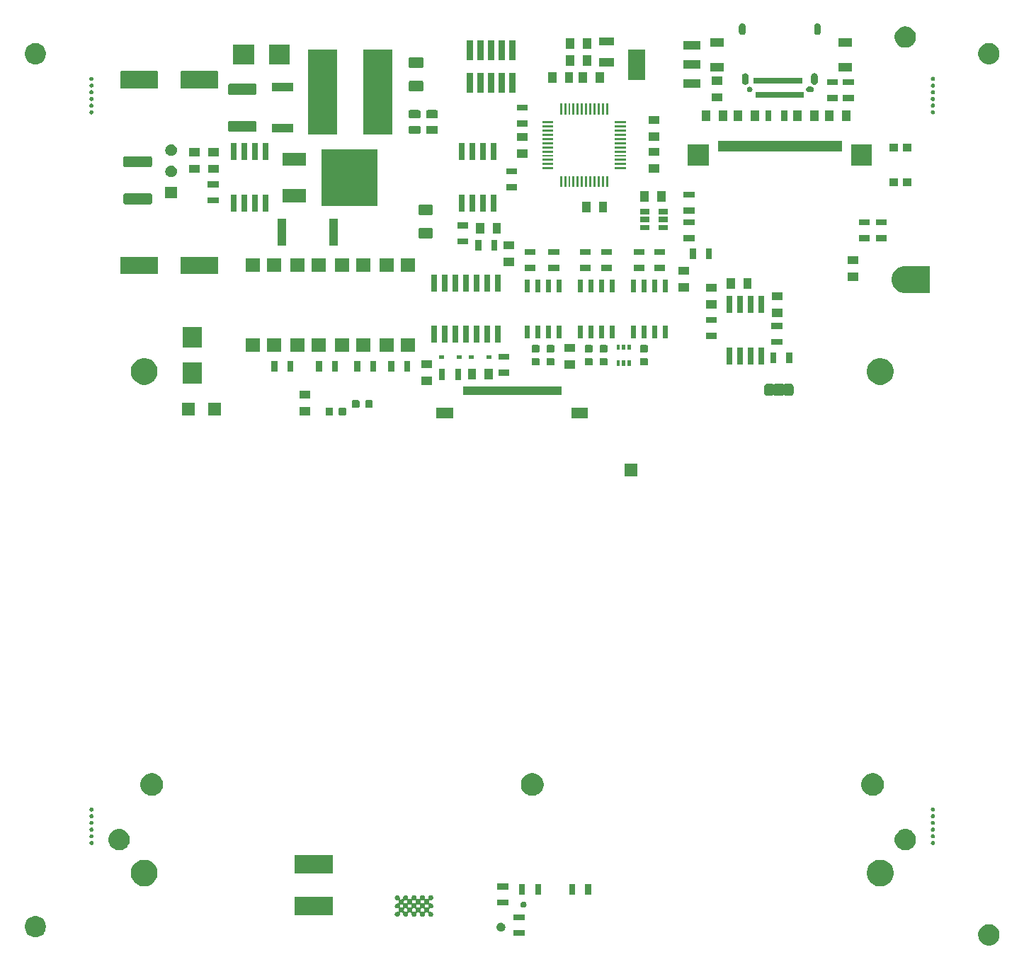
<source format=gbr>
G04 #@! TF.GenerationSoftware,KiCad,Pcbnew,5.1.5+dfsg1-2build2*
G04 #@! TF.CreationDate,2022-03-25T09:21:37+01:00*
G04 #@! TF.ProjectId,OpenDropV4,4f70656e-4472-46f7-9056-342e6b696361,rev?*
G04 #@! TF.SameCoordinates,Original*
G04 #@! TF.FileFunction,Soldermask,Bot*
G04 #@! TF.FilePolarity,Negative*
%FSLAX46Y46*%
G04 Gerber Fmt 4.6, Leading zero omitted, Abs format (unit mm)*
G04 Created by KiCad (PCBNEW 5.1.5+dfsg1-2build2) date 2022-03-25 09:21:37*
%MOMM*%
%LPD*%
G04 APERTURE LIST*
%ADD10C,0.100000*%
G04 APERTURE END LIST*
D10*
G36*
X157247764Y-140154402D02*
G01*
X157370445Y-140178805D01*
X157601571Y-140274541D01*
X157602132Y-140274916D01*
X157800701Y-140407595D01*
X157809578Y-140413527D01*
X157986473Y-140590422D01*
X158125459Y-140798429D01*
X158209604Y-141001571D01*
X158221195Y-141029556D01*
X158270000Y-141274915D01*
X158270000Y-141525085D01*
X158245597Y-141647765D01*
X158221195Y-141770445D01*
X158125459Y-142001571D01*
X157986473Y-142209578D01*
X157809578Y-142386473D01*
X157601571Y-142525459D01*
X157370445Y-142621195D01*
X157247765Y-142645597D01*
X157125085Y-142670000D01*
X156874915Y-142670000D01*
X156752235Y-142645597D01*
X156629555Y-142621195D01*
X156398429Y-142525459D01*
X156190422Y-142386473D01*
X156013527Y-142209578D01*
X155874541Y-142001571D01*
X155778805Y-141770445D01*
X155754403Y-141647765D01*
X155730000Y-141525085D01*
X155730000Y-141274915D01*
X155778805Y-141029556D01*
X155790397Y-141001571D01*
X155874541Y-140798429D01*
X156013527Y-140590422D01*
X156190422Y-140413527D01*
X156199300Y-140407595D01*
X156397868Y-140274916D01*
X156398429Y-140274541D01*
X156629555Y-140178805D01*
X156752236Y-140154402D01*
X156874915Y-140130000D01*
X157125085Y-140130000D01*
X157247764Y-140154402D01*
G37*
G36*
X43247765Y-139154403D02*
G01*
X43370445Y-139178805D01*
X43601571Y-139274541D01*
X43809578Y-139413527D01*
X43986473Y-139590422D01*
X44125459Y-139798429D01*
X44206490Y-139994053D01*
X44221195Y-140029556D01*
X44269926Y-140274541D01*
X44270000Y-140274916D01*
X44270000Y-140525084D01*
X44221195Y-140770445D01*
X44195118Y-140833400D01*
X44140969Y-140964128D01*
X44125459Y-141001571D01*
X43986473Y-141209578D01*
X43809578Y-141386473D01*
X43601571Y-141525459D01*
X43370445Y-141621195D01*
X43247765Y-141645597D01*
X43125085Y-141670000D01*
X42874915Y-141670000D01*
X42752235Y-141645597D01*
X42629555Y-141621195D01*
X42398429Y-141525459D01*
X42190422Y-141386473D01*
X42013527Y-141209578D01*
X41874541Y-141001571D01*
X41859032Y-140964128D01*
X41804882Y-140833400D01*
X41778805Y-140770445D01*
X41730000Y-140525084D01*
X41730000Y-140274916D01*
X41730075Y-140274541D01*
X41778805Y-140029556D01*
X41793511Y-139994053D01*
X41874541Y-139798429D01*
X42013527Y-139590422D01*
X42190422Y-139413527D01*
X42398429Y-139274541D01*
X42629555Y-139178805D01*
X42752235Y-139154403D01*
X42874915Y-139130000D01*
X43125085Y-139130000D01*
X43247765Y-139154403D01*
G37*
G36*
X101462600Y-141533400D02*
G01*
X100162600Y-141533400D01*
X100162600Y-140833400D01*
X101462600Y-140833400D01*
X101462600Y-141533400D01*
G37*
G36*
X98809434Y-139954478D02*
G01*
X98904976Y-139994053D01*
X98904978Y-139994054D01*
X98990965Y-140051509D01*
X99064091Y-140124635D01*
X99100286Y-140178805D01*
X99121547Y-140210624D01*
X99161122Y-140306166D01*
X99181297Y-140407594D01*
X99181297Y-140511012D01*
X99161122Y-140612440D01*
X99121547Y-140707982D01*
X99121546Y-140707984D01*
X99064091Y-140793971D01*
X98990965Y-140867097D01*
X98904978Y-140924552D01*
X98904977Y-140924553D01*
X98904976Y-140924553D01*
X98809434Y-140964128D01*
X98708006Y-140984303D01*
X98604588Y-140984303D01*
X98503160Y-140964128D01*
X98407618Y-140924553D01*
X98407617Y-140924553D01*
X98407616Y-140924552D01*
X98321629Y-140867097D01*
X98248503Y-140793971D01*
X98191048Y-140707984D01*
X98191047Y-140707982D01*
X98151472Y-140612440D01*
X98131297Y-140511012D01*
X98131297Y-140407594D01*
X98151472Y-140306166D01*
X98191047Y-140210624D01*
X98212308Y-140178805D01*
X98248503Y-140124635D01*
X98321629Y-140051509D01*
X98407616Y-139994054D01*
X98407618Y-139994053D01*
X98503160Y-139954478D01*
X98604588Y-139934303D01*
X98708006Y-139934303D01*
X98809434Y-139954478D01*
G37*
G36*
X101462600Y-139633400D02*
G01*
X100162600Y-139633400D01*
X100162600Y-138933400D01*
X101462600Y-138933400D01*
X101462600Y-139633400D01*
G37*
G36*
X86352507Y-136650528D02*
G01*
X86407103Y-136673143D01*
X86456239Y-136705974D01*
X86498026Y-136747761D01*
X86530857Y-136796897D01*
X86553472Y-136851493D01*
X86565000Y-136909453D01*
X86565000Y-136968547D01*
X86559171Y-136997854D01*
X86556770Y-137022229D01*
X86559171Y-137046615D01*
X86566284Y-137070064D01*
X86577835Y-137091675D01*
X86593380Y-137110617D01*
X86612322Y-137126163D01*
X86633932Y-137137714D01*
X86657381Y-137144828D01*
X86681767Y-137147230D01*
X86706146Y-137144829D01*
X86735453Y-137139000D01*
X86794547Y-137139000D01*
X86823854Y-137144829D01*
X86848229Y-137147230D01*
X86872615Y-137144829D01*
X86896064Y-137137716D01*
X86917675Y-137126165D01*
X86936617Y-137110620D01*
X86952163Y-137091678D01*
X86963714Y-137070068D01*
X86970828Y-137046619D01*
X86973230Y-137022233D01*
X86970829Y-136997854D01*
X86965000Y-136968547D01*
X86965000Y-136909453D01*
X86976528Y-136851493D01*
X86999143Y-136796897D01*
X87031974Y-136747761D01*
X87073761Y-136705974D01*
X87122897Y-136673143D01*
X87177493Y-136650528D01*
X87235453Y-136639000D01*
X87294547Y-136639000D01*
X87352507Y-136650528D01*
X87407103Y-136673143D01*
X87456239Y-136705974D01*
X87498026Y-136747761D01*
X87530857Y-136796897D01*
X87553472Y-136851493D01*
X87565000Y-136909453D01*
X87565000Y-136968547D01*
X87559171Y-136997854D01*
X87556770Y-137022229D01*
X87559171Y-137046615D01*
X87566284Y-137070064D01*
X87577835Y-137091675D01*
X87593380Y-137110617D01*
X87612322Y-137126163D01*
X87633932Y-137137714D01*
X87657381Y-137144828D01*
X87681767Y-137147230D01*
X87706146Y-137144829D01*
X87735453Y-137139000D01*
X87794547Y-137139000D01*
X87823854Y-137144829D01*
X87848229Y-137147230D01*
X87872615Y-137144829D01*
X87896064Y-137137716D01*
X87917675Y-137126165D01*
X87936617Y-137110620D01*
X87952163Y-137091678D01*
X87963714Y-137070068D01*
X87970828Y-137046619D01*
X87973230Y-137022233D01*
X87970829Y-136997854D01*
X87965000Y-136968547D01*
X87965000Y-136909453D01*
X87976528Y-136851493D01*
X87999143Y-136796897D01*
X88031974Y-136747761D01*
X88073761Y-136705974D01*
X88122897Y-136673143D01*
X88177493Y-136650528D01*
X88235453Y-136639000D01*
X88294547Y-136639000D01*
X88352507Y-136650528D01*
X88407103Y-136673143D01*
X88456239Y-136705974D01*
X88498026Y-136747761D01*
X88530857Y-136796897D01*
X88553472Y-136851493D01*
X88565000Y-136909453D01*
X88565000Y-136968547D01*
X88559171Y-136997854D01*
X88556770Y-137022229D01*
X88559171Y-137046615D01*
X88566284Y-137070064D01*
X88577835Y-137091675D01*
X88593380Y-137110617D01*
X88612322Y-137126163D01*
X88633932Y-137137714D01*
X88657381Y-137144828D01*
X88681767Y-137147230D01*
X88706146Y-137144829D01*
X88735453Y-137139000D01*
X88794547Y-137139000D01*
X88823854Y-137144829D01*
X88848229Y-137147230D01*
X88872615Y-137144829D01*
X88896064Y-137137716D01*
X88917675Y-137126165D01*
X88936617Y-137110620D01*
X88952163Y-137091678D01*
X88963714Y-137070068D01*
X88970828Y-137046619D01*
X88973230Y-137022233D01*
X88970829Y-136997854D01*
X88965000Y-136968547D01*
X88965000Y-136909453D01*
X88976528Y-136851493D01*
X88999143Y-136796897D01*
X89031974Y-136747761D01*
X89073761Y-136705974D01*
X89122897Y-136673143D01*
X89177493Y-136650528D01*
X89235453Y-136639000D01*
X89294547Y-136639000D01*
X89352507Y-136650528D01*
X89407103Y-136673143D01*
X89456239Y-136705974D01*
X89498026Y-136747761D01*
X89530857Y-136796897D01*
X89553472Y-136851493D01*
X89565000Y-136909453D01*
X89565000Y-136968547D01*
X89559171Y-136997854D01*
X89556770Y-137022229D01*
X89559171Y-137046615D01*
X89566284Y-137070064D01*
X89577835Y-137091675D01*
X89593380Y-137110617D01*
X89612322Y-137126163D01*
X89633932Y-137137714D01*
X89657381Y-137144828D01*
X89681767Y-137147230D01*
X89706146Y-137144829D01*
X89735453Y-137139000D01*
X89794547Y-137139000D01*
X89823854Y-137144829D01*
X89848229Y-137147230D01*
X89872615Y-137144829D01*
X89896064Y-137137716D01*
X89917675Y-137126165D01*
X89936617Y-137110620D01*
X89952163Y-137091678D01*
X89963714Y-137070068D01*
X89970828Y-137046619D01*
X89973230Y-137022233D01*
X89970829Y-136997854D01*
X89965000Y-136968547D01*
X89965000Y-136909453D01*
X89976528Y-136851493D01*
X89999143Y-136796897D01*
X90031974Y-136747761D01*
X90073761Y-136705974D01*
X90122897Y-136673143D01*
X90177493Y-136650528D01*
X90235453Y-136639000D01*
X90294547Y-136639000D01*
X90352507Y-136650528D01*
X90407103Y-136673143D01*
X90456239Y-136705974D01*
X90498026Y-136747761D01*
X90530857Y-136796897D01*
X90553472Y-136851493D01*
X90565000Y-136909453D01*
X90565000Y-136968547D01*
X90553472Y-137026507D01*
X90530857Y-137081103D01*
X90498026Y-137130239D01*
X90456239Y-137172026D01*
X90407103Y-137204857D01*
X90352507Y-137227472D01*
X90294547Y-137239000D01*
X90235453Y-137239000D01*
X90206146Y-137233171D01*
X90181771Y-137230770D01*
X90157385Y-137233171D01*
X90133936Y-137240284D01*
X90112325Y-137251835D01*
X90093383Y-137267380D01*
X90077837Y-137286322D01*
X90066286Y-137307932D01*
X90059172Y-137331381D01*
X90056770Y-137355767D01*
X90059171Y-137380146D01*
X90065000Y-137409453D01*
X90065000Y-137468547D01*
X90059171Y-137497854D01*
X90056770Y-137522229D01*
X90059171Y-137546615D01*
X90066284Y-137570064D01*
X90077835Y-137591675D01*
X90093380Y-137610617D01*
X90112322Y-137626163D01*
X90133932Y-137637714D01*
X90157381Y-137644828D01*
X90181767Y-137647230D01*
X90206146Y-137644829D01*
X90235453Y-137639000D01*
X90294547Y-137639000D01*
X90352507Y-137650528D01*
X90407103Y-137673143D01*
X90456239Y-137705974D01*
X90498026Y-137747761D01*
X90530857Y-137796897D01*
X90553472Y-137851493D01*
X90565000Y-137909453D01*
X90565000Y-137968547D01*
X90553472Y-138026507D01*
X90530857Y-138081103D01*
X90498026Y-138130239D01*
X90456239Y-138172026D01*
X90407103Y-138204857D01*
X90352507Y-138227472D01*
X90294547Y-138239000D01*
X90235453Y-138239000D01*
X90206146Y-138233171D01*
X90181771Y-138230770D01*
X90157385Y-138233171D01*
X90133936Y-138240284D01*
X90112325Y-138251835D01*
X90093383Y-138267380D01*
X90077837Y-138286322D01*
X90066286Y-138307932D01*
X90059172Y-138331381D01*
X90056770Y-138355767D01*
X90059171Y-138380146D01*
X90065000Y-138409453D01*
X90065000Y-138468547D01*
X90059171Y-138497854D01*
X90056770Y-138522229D01*
X90059171Y-138546615D01*
X90066284Y-138570064D01*
X90077835Y-138591675D01*
X90093380Y-138610617D01*
X90112322Y-138626163D01*
X90133932Y-138637714D01*
X90157381Y-138644828D01*
X90181767Y-138647230D01*
X90206146Y-138644829D01*
X90235453Y-138639000D01*
X90294547Y-138639000D01*
X90352507Y-138650528D01*
X90407103Y-138673143D01*
X90456239Y-138705974D01*
X90498026Y-138747761D01*
X90530857Y-138796897D01*
X90553472Y-138851493D01*
X90565000Y-138909453D01*
X90565000Y-138968547D01*
X90553472Y-139026507D01*
X90530857Y-139081103D01*
X90498026Y-139130239D01*
X90456239Y-139172026D01*
X90407103Y-139204857D01*
X90352507Y-139227472D01*
X90294547Y-139239000D01*
X90235453Y-139239000D01*
X90177493Y-139227472D01*
X90122897Y-139204857D01*
X90073761Y-139172026D01*
X90031974Y-139130239D01*
X89999143Y-139081103D01*
X89976528Y-139026507D01*
X89965000Y-138968547D01*
X89965000Y-138909453D01*
X89970829Y-138880146D01*
X89973230Y-138855771D01*
X89970829Y-138831385D01*
X89963716Y-138807936D01*
X89952165Y-138786325D01*
X89936620Y-138767383D01*
X89917678Y-138751837D01*
X89896068Y-138740286D01*
X89872619Y-138733172D01*
X89848233Y-138730770D01*
X89823854Y-138733171D01*
X89794547Y-138739000D01*
X89735453Y-138739000D01*
X89706146Y-138733171D01*
X89681771Y-138730770D01*
X89657385Y-138733171D01*
X89633936Y-138740284D01*
X89612325Y-138751835D01*
X89593383Y-138767380D01*
X89577837Y-138786322D01*
X89566286Y-138807932D01*
X89559172Y-138831381D01*
X89556770Y-138855767D01*
X89559171Y-138880146D01*
X89565000Y-138909453D01*
X89565000Y-138968547D01*
X89553472Y-139026507D01*
X89530857Y-139081103D01*
X89498026Y-139130239D01*
X89456239Y-139172026D01*
X89407103Y-139204857D01*
X89352507Y-139227472D01*
X89294547Y-139239000D01*
X89235453Y-139239000D01*
X89177493Y-139227472D01*
X89122897Y-139204857D01*
X89073761Y-139172026D01*
X89031974Y-139130239D01*
X88999143Y-139081103D01*
X88976528Y-139026507D01*
X88965000Y-138968547D01*
X88965000Y-138909453D01*
X88970829Y-138880146D01*
X88973230Y-138855771D01*
X88970829Y-138831385D01*
X88963716Y-138807936D01*
X88952165Y-138786325D01*
X88936620Y-138767383D01*
X88917678Y-138751837D01*
X88896068Y-138740286D01*
X88872619Y-138733172D01*
X88848233Y-138730770D01*
X88823854Y-138733171D01*
X88794547Y-138739000D01*
X88735453Y-138739000D01*
X88706146Y-138733171D01*
X88681771Y-138730770D01*
X88657385Y-138733171D01*
X88633936Y-138740284D01*
X88612325Y-138751835D01*
X88593383Y-138767380D01*
X88577837Y-138786322D01*
X88566286Y-138807932D01*
X88559172Y-138831381D01*
X88556770Y-138855767D01*
X88559171Y-138880146D01*
X88565000Y-138909453D01*
X88565000Y-138968547D01*
X88553472Y-139026507D01*
X88530857Y-139081103D01*
X88498026Y-139130239D01*
X88456239Y-139172026D01*
X88407103Y-139204857D01*
X88352507Y-139227472D01*
X88294547Y-139239000D01*
X88235453Y-139239000D01*
X88177493Y-139227472D01*
X88122897Y-139204857D01*
X88073761Y-139172026D01*
X88031974Y-139130239D01*
X87999143Y-139081103D01*
X87976528Y-139026507D01*
X87965000Y-138968547D01*
X87965000Y-138909453D01*
X87970829Y-138880146D01*
X87973230Y-138855771D01*
X87970829Y-138831385D01*
X87963716Y-138807936D01*
X87952165Y-138786325D01*
X87936620Y-138767383D01*
X87917678Y-138751837D01*
X87896068Y-138740286D01*
X87872619Y-138733172D01*
X87848233Y-138730770D01*
X87823854Y-138733171D01*
X87794547Y-138739000D01*
X87735453Y-138739000D01*
X87706146Y-138733171D01*
X87681771Y-138730770D01*
X87657385Y-138733171D01*
X87633936Y-138740284D01*
X87612325Y-138751835D01*
X87593383Y-138767380D01*
X87577837Y-138786322D01*
X87566286Y-138807932D01*
X87559172Y-138831381D01*
X87556770Y-138855767D01*
X87559171Y-138880146D01*
X87565000Y-138909453D01*
X87565000Y-138968547D01*
X87553472Y-139026507D01*
X87530857Y-139081103D01*
X87498026Y-139130239D01*
X87456239Y-139172026D01*
X87407103Y-139204857D01*
X87352507Y-139227472D01*
X87294547Y-139239000D01*
X87235453Y-139239000D01*
X87177493Y-139227472D01*
X87122897Y-139204857D01*
X87073761Y-139172026D01*
X87031974Y-139130239D01*
X86999143Y-139081103D01*
X86976528Y-139026507D01*
X86965000Y-138968547D01*
X86965000Y-138909453D01*
X86970829Y-138880146D01*
X86973230Y-138855771D01*
X86970829Y-138831385D01*
X86963716Y-138807936D01*
X86952165Y-138786325D01*
X86936620Y-138767383D01*
X86917678Y-138751837D01*
X86896068Y-138740286D01*
X86872619Y-138733172D01*
X86848233Y-138730770D01*
X86823854Y-138733171D01*
X86794547Y-138739000D01*
X86735453Y-138739000D01*
X86706146Y-138733171D01*
X86681771Y-138730770D01*
X86657385Y-138733171D01*
X86633936Y-138740284D01*
X86612325Y-138751835D01*
X86593383Y-138767380D01*
X86577837Y-138786322D01*
X86566286Y-138807932D01*
X86559172Y-138831381D01*
X86556770Y-138855767D01*
X86559171Y-138880146D01*
X86565000Y-138909453D01*
X86565000Y-138968547D01*
X86553472Y-139026507D01*
X86530857Y-139081103D01*
X86498026Y-139130239D01*
X86456239Y-139172026D01*
X86407103Y-139204857D01*
X86352507Y-139227472D01*
X86294547Y-139239000D01*
X86235453Y-139239000D01*
X86177493Y-139227472D01*
X86122897Y-139204857D01*
X86073761Y-139172026D01*
X86031974Y-139130239D01*
X85999143Y-139081103D01*
X85976528Y-139026507D01*
X85965000Y-138968547D01*
X85965000Y-138909453D01*
X85976528Y-138851493D01*
X85999143Y-138796897D01*
X86031974Y-138747761D01*
X86073761Y-138705974D01*
X86122897Y-138673143D01*
X86177493Y-138650528D01*
X86235453Y-138639000D01*
X86294547Y-138639000D01*
X86323854Y-138644829D01*
X86348229Y-138647230D01*
X86372615Y-138644829D01*
X86396064Y-138637716D01*
X86417675Y-138626165D01*
X86436617Y-138610620D01*
X86452163Y-138591678D01*
X86463714Y-138570068D01*
X86470828Y-138546619D01*
X86473230Y-138522233D01*
X86470829Y-138497854D01*
X86465000Y-138468547D01*
X86465000Y-138409453D01*
X86470829Y-138380146D01*
X86473230Y-138355771D01*
X86473230Y-138355767D01*
X87056770Y-138355767D01*
X87059171Y-138380146D01*
X87065000Y-138409453D01*
X87065000Y-138468547D01*
X87059171Y-138497854D01*
X87056770Y-138522229D01*
X87059171Y-138546615D01*
X87066284Y-138570064D01*
X87077835Y-138591675D01*
X87093380Y-138610617D01*
X87112322Y-138626163D01*
X87133932Y-138637714D01*
X87157381Y-138644828D01*
X87181767Y-138647230D01*
X87206146Y-138644829D01*
X87235453Y-138639000D01*
X87294547Y-138639000D01*
X87323854Y-138644829D01*
X87348229Y-138647230D01*
X87372615Y-138644829D01*
X87396064Y-138637716D01*
X87417675Y-138626165D01*
X87436617Y-138610620D01*
X87452163Y-138591678D01*
X87463714Y-138570068D01*
X87470828Y-138546619D01*
X87473230Y-138522233D01*
X87470829Y-138497854D01*
X87465000Y-138468547D01*
X87465000Y-138409453D01*
X87470829Y-138380146D01*
X87473230Y-138355771D01*
X87473230Y-138355767D01*
X88056770Y-138355767D01*
X88059171Y-138380146D01*
X88065000Y-138409453D01*
X88065000Y-138468547D01*
X88059171Y-138497854D01*
X88056770Y-138522229D01*
X88059171Y-138546615D01*
X88066284Y-138570064D01*
X88077835Y-138591675D01*
X88093380Y-138610617D01*
X88112322Y-138626163D01*
X88133932Y-138637714D01*
X88157381Y-138644828D01*
X88181767Y-138647230D01*
X88206146Y-138644829D01*
X88235453Y-138639000D01*
X88294547Y-138639000D01*
X88323854Y-138644829D01*
X88348229Y-138647230D01*
X88372615Y-138644829D01*
X88396064Y-138637716D01*
X88417675Y-138626165D01*
X88436617Y-138610620D01*
X88452163Y-138591678D01*
X88463714Y-138570068D01*
X88470828Y-138546619D01*
X88473230Y-138522233D01*
X88470829Y-138497854D01*
X88465000Y-138468547D01*
X88465000Y-138409453D01*
X88470829Y-138380146D01*
X88473230Y-138355771D01*
X88473230Y-138355767D01*
X89056770Y-138355767D01*
X89059171Y-138380146D01*
X89065000Y-138409453D01*
X89065000Y-138468547D01*
X89059171Y-138497854D01*
X89056770Y-138522229D01*
X89059171Y-138546615D01*
X89066284Y-138570064D01*
X89077835Y-138591675D01*
X89093380Y-138610617D01*
X89112322Y-138626163D01*
X89133932Y-138637714D01*
X89157381Y-138644828D01*
X89181767Y-138647230D01*
X89206146Y-138644829D01*
X89235453Y-138639000D01*
X89294547Y-138639000D01*
X89323854Y-138644829D01*
X89348229Y-138647230D01*
X89372615Y-138644829D01*
X89396064Y-138637716D01*
X89417675Y-138626165D01*
X89436617Y-138610620D01*
X89452163Y-138591678D01*
X89463714Y-138570068D01*
X89470828Y-138546619D01*
X89473230Y-138522233D01*
X89470829Y-138497854D01*
X89465000Y-138468547D01*
X89465000Y-138409453D01*
X89470829Y-138380146D01*
X89473230Y-138355771D01*
X89470829Y-138331385D01*
X89463716Y-138307936D01*
X89452165Y-138286325D01*
X89436620Y-138267383D01*
X89417678Y-138251837D01*
X89396068Y-138240286D01*
X89372619Y-138233172D01*
X89348233Y-138230770D01*
X89323854Y-138233171D01*
X89294547Y-138239000D01*
X89235453Y-138239000D01*
X89206146Y-138233171D01*
X89181771Y-138230770D01*
X89157385Y-138233171D01*
X89133936Y-138240284D01*
X89112325Y-138251835D01*
X89093383Y-138267380D01*
X89077837Y-138286322D01*
X89066286Y-138307932D01*
X89059172Y-138331381D01*
X89056770Y-138355767D01*
X88473230Y-138355767D01*
X88470829Y-138331385D01*
X88463716Y-138307936D01*
X88452165Y-138286325D01*
X88436620Y-138267383D01*
X88417678Y-138251837D01*
X88396068Y-138240286D01*
X88372619Y-138233172D01*
X88348233Y-138230770D01*
X88323854Y-138233171D01*
X88294547Y-138239000D01*
X88235453Y-138239000D01*
X88206146Y-138233171D01*
X88181771Y-138230770D01*
X88157385Y-138233171D01*
X88133936Y-138240284D01*
X88112325Y-138251835D01*
X88093383Y-138267380D01*
X88077837Y-138286322D01*
X88066286Y-138307932D01*
X88059172Y-138331381D01*
X88056770Y-138355767D01*
X87473230Y-138355767D01*
X87470829Y-138331385D01*
X87463716Y-138307936D01*
X87452165Y-138286325D01*
X87436620Y-138267383D01*
X87417678Y-138251837D01*
X87396068Y-138240286D01*
X87372619Y-138233172D01*
X87348233Y-138230770D01*
X87323854Y-138233171D01*
X87294547Y-138239000D01*
X87235453Y-138239000D01*
X87206146Y-138233171D01*
X87181771Y-138230770D01*
X87157385Y-138233171D01*
X87133936Y-138240284D01*
X87112325Y-138251835D01*
X87093383Y-138267380D01*
X87077837Y-138286322D01*
X87066286Y-138307932D01*
X87059172Y-138331381D01*
X87056770Y-138355767D01*
X86473230Y-138355767D01*
X86470829Y-138331385D01*
X86463716Y-138307936D01*
X86452165Y-138286325D01*
X86436620Y-138267383D01*
X86417678Y-138251837D01*
X86396068Y-138240286D01*
X86372619Y-138233172D01*
X86348233Y-138230770D01*
X86323854Y-138233171D01*
X86294547Y-138239000D01*
X86235453Y-138239000D01*
X86177493Y-138227472D01*
X86122897Y-138204857D01*
X86073761Y-138172026D01*
X86031974Y-138130239D01*
X85999143Y-138081103D01*
X85976528Y-138026507D01*
X85965000Y-137968547D01*
X85965000Y-137909453D01*
X85975677Y-137855767D01*
X86556770Y-137855767D01*
X86559171Y-137880146D01*
X86565000Y-137909453D01*
X86565000Y-137968547D01*
X86559171Y-137997854D01*
X86556770Y-138022229D01*
X86559171Y-138046615D01*
X86566284Y-138070064D01*
X86577835Y-138091675D01*
X86593380Y-138110617D01*
X86612322Y-138126163D01*
X86633932Y-138137714D01*
X86657381Y-138144828D01*
X86681767Y-138147230D01*
X86706146Y-138144829D01*
X86735453Y-138139000D01*
X86794547Y-138139000D01*
X86823854Y-138144829D01*
X86848229Y-138147230D01*
X86872615Y-138144829D01*
X86896064Y-138137716D01*
X86917675Y-138126165D01*
X86936617Y-138110620D01*
X86952163Y-138091678D01*
X86963714Y-138070068D01*
X86970828Y-138046619D01*
X86973230Y-138022233D01*
X86970829Y-137997854D01*
X86965000Y-137968547D01*
X86965000Y-137909453D01*
X86970829Y-137880146D01*
X86973230Y-137855771D01*
X86973230Y-137855767D01*
X87556770Y-137855767D01*
X87559171Y-137880146D01*
X87565000Y-137909453D01*
X87565000Y-137968547D01*
X87559171Y-137997854D01*
X87556770Y-138022229D01*
X87559171Y-138046615D01*
X87566284Y-138070064D01*
X87577835Y-138091675D01*
X87593380Y-138110617D01*
X87612322Y-138126163D01*
X87633932Y-138137714D01*
X87657381Y-138144828D01*
X87681767Y-138147230D01*
X87706146Y-138144829D01*
X87735453Y-138139000D01*
X87794547Y-138139000D01*
X87823854Y-138144829D01*
X87848229Y-138147230D01*
X87872615Y-138144829D01*
X87896064Y-138137716D01*
X87917675Y-138126165D01*
X87936617Y-138110620D01*
X87952163Y-138091678D01*
X87963714Y-138070068D01*
X87970828Y-138046619D01*
X87973230Y-138022233D01*
X87970829Y-137997854D01*
X87965000Y-137968547D01*
X87965000Y-137909453D01*
X87970829Y-137880146D01*
X87973230Y-137855771D01*
X87973230Y-137855767D01*
X88556770Y-137855767D01*
X88559171Y-137880146D01*
X88565000Y-137909453D01*
X88565000Y-137968547D01*
X88559171Y-137997854D01*
X88556770Y-138022229D01*
X88559171Y-138046615D01*
X88566284Y-138070064D01*
X88577835Y-138091675D01*
X88593380Y-138110617D01*
X88612322Y-138126163D01*
X88633932Y-138137714D01*
X88657381Y-138144828D01*
X88681767Y-138147230D01*
X88706146Y-138144829D01*
X88735453Y-138139000D01*
X88794547Y-138139000D01*
X88823854Y-138144829D01*
X88848229Y-138147230D01*
X88872615Y-138144829D01*
X88896064Y-138137716D01*
X88917675Y-138126165D01*
X88936617Y-138110620D01*
X88952163Y-138091678D01*
X88963714Y-138070068D01*
X88970828Y-138046619D01*
X88973230Y-138022233D01*
X88970829Y-137997854D01*
X88965000Y-137968547D01*
X88965000Y-137909453D01*
X88970829Y-137880146D01*
X88973230Y-137855771D01*
X88973230Y-137855767D01*
X89556770Y-137855767D01*
X89559171Y-137880146D01*
X89565000Y-137909453D01*
X89565000Y-137968547D01*
X89559171Y-137997854D01*
X89556770Y-138022229D01*
X89559171Y-138046615D01*
X89566284Y-138070064D01*
X89577835Y-138091675D01*
X89593380Y-138110617D01*
X89612322Y-138126163D01*
X89633932Y-138137714D01*
X89657381Y-138144828D01*
X89681767Y-138147230D01*
X89706146Y-138144829D01*
X89735453Y-138139000D01*
X89794547Y-138139000D01*
X89823854Y-138144829D01*
X89848229Y-138147230D01*
X89872615Y-138144829D01*
X89896064Y-138137716D01*
X89917675Y-138126165D01*
X89936617Y-138110620D01*
X89952163Y-138091678D01*
X89963714Y-138070068D01*
X89970828Y-138046619D01*
X89973230Y-138022233D01*
X89970829Y-137997854D01*
X89965000Y-137968547D01*
X89965000Y-137909453D01*
X89970829Y-137880146D01*
X89973230Y-137855771D01*
X89970829Y-137831385D01*
X89963716Y-137807936D01*
X89952165Y-137786325D01*
X89936620Y-137767383D01*
X89917678Y-137751837D01*
X89896068Y-137740286D01*
X89872619Y-137733172D01*
X89848233Y-137730770D01*
X89823854Y-137733171D01*
X89794547Y-137739000D01*
X89735453Y-137739000D01*
X89706146Y-137733171D01*
X89681771Y-137730770D01*
X89657385Y-137733171D01*
X89633936Y-137740284D01*
X89612325Y-137751835D01*
X89593383Y-137767380D01*
X89577837Y-137786322D01*
X89566286Y-137807932D01*
X89559172Y-137831381D01*
X89556770Y-137855767D01*
X88973230Y-137855767D01*
X88970829Y-137831385D01*
X88963716Y-137807936D01*
X88952165Y-137786325D01*
X88936620Y-137767383D01*
X88917678Y-137751837D01*
X88896068Y-137740286D01*
X88872619Y-137733172D01*
X88848233Y-137730770D01*
X88823854Y-137733171D01*
X88794547Y-137739000D01*
X88735453Y-137739000D01*
X88706146Y-137733171D01*
X88681771Y-137730770D01*
X88657385Y-137733171D01*
X88633936Y-137740284D01*
X88612325Y-137751835D01*
X88593383Y-137767380D01*
X88577837Y-137786322D01*
X88566286Y-137807932D01*
X88559172Y-137831381D01*
X88556770Y-137855767D01*
X87973230Y-137855767D01*
X87970829Y-137831385D01*
X87963716Y-137807936D01*
X87952165Y-137786325D01*
X87936620Y-137767383D01*
X87917678Y-137751837D01*
X87896068Y-137740286D01*
X87872619Y-137733172D01*
X87848233Y-137730770D01*
X87823854Y-137733171D01*
X87794547Y-137739000D01*
X87735453Y-137739000D01*
X87706146Y-137733171D01*
X87681771Y-137730770D01*
X87657385Y-137733171D01*
X87633936Y-137740284D01*
X87612325Y-137751835D01*
X87593383Y-137767380D01*
X87577837Y-137786322D01*
X87566286Y-137807932D01*
X87559172Y-137831381D01*
X87556770Y-137855767D01*
X86973230Y-137855767D01*
X86970829Y-137831385D01*
X86963716Y-137807936D01*
X86952165Y-137786325D01*
X86936620Y-137767383D01*
X86917678Y-137751837D01*
X86896068Y-137740286D01*
X86872619Y-137733172D01*
X86848233Y-137730770D01*
X86823854Y-137733171D01*
X86794547Y-137739000D01*
X86735453Y-137739000D01*
X86706146Y-137733171D01*
X86681771Y-137730770D01*
X86657385Y-137733171D01*
X86633936Y-137740284D01*
X86612325Y-137751835D01*
X86593383Y-137767380D01*
X86577837Y-137786322D01*
X86566286Y-137807932D01*
X86559172Y-137831381D01*
X86556770Y-137855767D01*
X85975677Y-137855767D01*
X85976528Y-137851493D01*
X85999143Y-137796897D01*
X86031974Y-137747761D01*
X86073761Y-137705974D01*
X86122897Y-137673143D01*
X86177493Y-137650528D01*
X86235453Y-137639000D01*
X86294547Y-137639000D01*
X86323854Y-137644829D01*
X86348229Y-137647230D01*
X86372615Y-137644829D01*
X86396064Y-137637716D01*
X86417675Y-137626165D01*
X86436617Y-137610620D01*
X86452163Y-137591678D01*
X86463714Y-137570068D01*
X86470828Y-137546619D01*
X86473230Y-137522233D01*
X86470829Y-137497854D01*
X86465000Y-137468547D01*
X86465000Y-137409453D01*
X86470829Y-137380146D01*
X86473230Y-137355771D01*
X86473230Y-137355767D01*
X87056770Y-137355767D01*
X87059171Y-137380146D01*
X87065000Y-137409453D01*
X87065000Y-137468547D01*
X87059171Y-137497854D01*
X87056770Y-137522229D01*
X87059171Y-137546615D01*
X87066284Y-137570064D01*
X87077835Y-137591675D01*
X87093380Y-137610617D01*
X87112322Y-137626163D01*
X87133932Y-137637714D01*
X87157381Y-137644828D01*
X87181767Y-137647230D01*
X87206146Y-137644829D01*
X87235453Y-137639000D01*
X87294547Y-137639000D01*
X87323854Y-137644829D01*
X87348229Y-137647230D01*
X87372615Y-137644829D01*
X87396064Y-137637716D01*
X87417675Y-137626165D01*
X87436617Y-137610620D01*
X87452163Y-137591678D01*
X87463714Y-137570068D01*
X87470828Y-137546619D01*
X87473230Y-137522233D01*
X87470829Y-137497854D01*
X87465000Y-137468547D01*
X87465000Y-137409453D01*
X87470829Y-137380146D01*
X87473230Y-137355771D01*
X87473230Y-137355767D01*
X88056770Y-137355767D01*
X88059171Y-137380146D01*
X88065000Y-137409453D01*
X88065000Y-137468547D01*
X88059171Y-137497854D01*
X88056770Y-137522229D01*
X88059171Y-137546615D01*
X88066284Y-137570064D01*
X88077835Y-137591675D01*
X88093380Y-137610617D01*
X88112322Y-137626163D01*
X88133932Y-137637714D01*
X88157381Y-137644828D01*
X88181767Y-137647230D01*
X88206146Y-137644829D01*
X88235453Y-137639000D01*
X88294547Y-137639000D01*
X88323854Y-137644829D01*
X88348229Y-137647230D01*
X88372615Y-137644829D01*
X88396064Y-137637716D01*
X88417675Y-137626165D01*
X88436617Y-137610620D01*
X88452163Y-137591678D01*
X88463714Y-137570068D01*
X88470828Y-137546619D01*
X88473230Y-137522233D01*
X88470829Y-137497854D01*
X88465000Y-137468547D01*
X88465000Y-137409453D01*
X88470829Y-137380146D01*
X88473230Y-137355771D01*
X88473230Y-137355767D01*
X89056770Y-137355767D01*
X89059171Y-137380146D01*
X89065000Y-137409453D01*
X89065000Y-137468547D01*
X89059171Y-137497854D01*
X89056770Y-137522229D01*
X89059171Y-137546615D01*
X89066284Y-137570064D01*
X89077835Y-137591675D01*
X89093380Y-137610617D01*
X89112322Y-137626163D01*
X89133932Y-137637714D01*
X89157381Y-137644828D01*
X89181767Y-137647230D01*
X89206146Y-137644829D01*
X89235453Y-137639000D01*
X89294547Y-137639000D01*
X89323854Y-137644829D01*
X89348229Y-137647230D01*
X89372615Y-137644829D01*
X89396064Y-137637716D01*
X89417675Y-137626165D01*
X89436617Y-137610620D01*
X89452163Y-137591678D01*
X89463714Y-137570068D01*
X89470828Y-137546619D01*
X89473230Y-137522233D01*
X89470829Y-137497854D01*
X89465000Y-137468547D01*
X89465000Y-137409453D01*
X89470829Y-137380146D01*
X89473230Y-137355771D01*
X89470829Y-137331385D01*
X89463716Y-137307936D01*
X89452165Y-137286325D01*
X89436620Y-137267383D01*
X89417678Y-137251837D01*
X89396068Y-137240286D01*
X89372619Y-137233172D01*
X89348233Y-137230770D01*
X89323854Y-137233171D01*
X89294547Y-137239000D01*
X89235453Y-137239000D01*
X89206146Y-137233171D01*
X89181771Y-137230770D01*
X89157385Y-137233171D01*
X89133936Y-137240284D01*
X89112325Y-137251835D01*
X89093383Y-137267380D01*
X89077837Y-137286322D01*
X89066286Y-137307932D01*
X89059172Y-137331381D01*
X89056770Y-137355767D01*
X88473230Y-137355767D01*
X88470829Y-137331385D01*
X88463716Y-137307936D01*
X88452165Y-137286325D01*
X88436620Y-137267383D01*
X88417678Y-137251837D01*
X88396068Y-137240286D01*
X88372619Y-137233172D01*
X88348233Y-137230770D01*
X88323854Y-137233171D01*
X88294547Y-137239000D01*
X88235453Y-137239000D01*
X88206146Y-137233171D01*
X88181771Y-137230770D01*
X88157385Y-137233171D01*
X88133936Y-137240284D01*
X88112325Y-137251835D01*
X88093383Y-137267380D01*
X88077837Y-137286322D01*
X88066286Y-137307932D01*
X88059172Y-137331381D01*
X88056770Y-137355767D01*
X87473230Y-137355767D01*
X87470829Y-137331385D01*
X87463716Y-137307936D01*
X87452165Y-137286325D01*
X87436620Y-137267383D01*
X87417678Y-137251837D01*
X87396068Y-137240286D01*
X87372619Y-137233172D01*
X87348233Y-137230770D01*
X87323854Y-137233171D01*
X87294547Y-137239000D01*
X87235453Y-137239000D01*
X87206146Y-137233171D01*
X87181771Y-137230770D01*
X87157385Y-137233171D01*
X87133936Y-137240284D01*
X87112325Y-137251835D01*
X87093383Y-137267380D01*
X87077837Y-137286322D01*
X87066286Y-137307932D01*
X87059172Y-137331381D01*
X87056770Y-137355767D01*
X86473230Y-137355767D01*
X86470829Y-137331385D01*
X86463716Y-137307936D01*
X86452165Y-137286325D01*
X86436620Y-137267383D01*
X86417678Y-137251837D01*
X86396068Y-137240286D01*
X86372619Y-137233172D01*
X86348233Y-137230770D01*
X86323854Y-137233171D01*
X86294547Y-137239000D01*
X86235453Y-137239000D01*
X86177493Y-137227472D01*
X86122897Y-137204857D01*
X86073761Y-137172026D01*
X86031974Y-137130239D01*
X85999143Y-137081103D01*
X85976528Y-137026507D01*
X85965000Y-136968547D01*
X85965000Y-136909453D01*
X85976528Y-136851493D01*
X85999143Y-136796897D01*
X86031974Y-136747761D01*
X86073761Y-136705974D01*
X86122897Y-136673143D01*
X86177493Y-136650528D01*
X86235453Y-136639000D01*
X86294547Y-136639000D01*
X86352507Y-136650528D01*
G37*
G36*
X78515000Y-139039000D02*
G01*
X74015000Y-139039000D01*
X74015000Y-136839000D01*
X78515000Y-136839000D01*
X78515000Y-139039000D01*
G37*
G36*
X101452686Y-137411708D02*
G01*
X101520932Y-137439977D01*
X101563688Y-137468546D01*
X101582351Y-137481016D01*
X101634584Y-137533249D01*
X101675624Y-137594670D01*
X101682231Y-137610620D01*
X101703892Y-137662914D01*
X101718303Y-137735363D01*
X101718303Y-137809231D01*
X101703892Y-137881680D01*
X101675623Y-137949926D01*
X101634584Y-138011345D01*
X101582351Y-138063578D01*
X101520932Y-138104617D01*
X101520931Y-138104618D01*
X101520930Y-138104618D01*
X101452686Y-138132886D01*
X101380237Y-138147297D01*
X101306369Y-138147297D01*
X101233920Y-138132886D01*
X101165676Y-138104618D01*
X101165675Y-138104618D01*
X101165674Y-138104617D01*
X101104255Y-138063578D01*
X101052022Y-138011345D01*
X101010983Y-137949926D01*
X100982714Y-137881680D01*
X100968303Y-137809231D01*
X100968303Y-137735363D01*
X100982714Y-137662914D01*
X101004375Y-137610620D01*
X101010982Y-137594670D01*
X101052022Y-137533249D01*
X101104255Y-137481016D01*
X101122918Y-137468546D01*
X101165674Y-137439977D01*
X101233920Y-137411708D01*
X101306369Y-137397297D01*
X101380237Y-137397297D01*
X101452686Y-137411708D01*
G37*
G36*
X99532200Y-137875800D02*
G01*
X98232200Y-137875800D01*
X98232200Y-137175800D01*
X99532200Y-137175800D01*
X99532200Y-137875800D01*
G37*
G36*
X103433400Y-136616200D02*
G01*
X102733400Y-136616200D01*
X102733400Y-135316200D01*
X103433400Y-135316200D01*
X103433400Y-136616200D01*
G37*
G36*
X101533400Y-136616200D02*
G01*
X100833400Y-136616200D01*
X100833400Y-135316200D01*
X101533400Y-135316200D01*
X101533400Y-136616200D01*
G37*
G36*
X109427800Y-136616200D02*
G01*
X108727800Y-136616200D01*
X108727800Y-135316200D01*
X109427800Y-135316200D01*
X109427800Y-136616200D01*
G37*
G36*
X107527800Y-136616200D02*
G01*
X106827800Y-136616200D01*
X106827800Y-135316200D01*
X107527800Y-135316200D01*
X107527800Y-136616200D01*
G37*
G36*
X99532200Y-135975800D02*
G01*
X98232200Y-135975800D01*
X98232200Y-135275800D01*
X99532200Y-135275800D01*
X99532200Y-135975800D01*
G37*
G36*
X144466703Y-132461486D02*
G01*
X144757883Y-132582097D01*
X145019940Y-132757198D01*
X145242802Y-132980060D01*
X145417903Y-133242117D01*
X145538514Y-133533297D01*
X145600000Y-133842412D01*
X145600000Y-134157588D01*
X145538514Y-134466703D01*
X145417903Y-134757883D01*
X145242802Y-135019940D01*
X145019940Y-135242802D01*
X144757883Y-135417903D01*
X144466703Y-135538514D01*
X144157588Y-135600000D01*
X143842412Y-135600000D01*
X143533297Y-135538514D01*
X143242117Y-135417903D01*
X142980060Y-135242802D01*
X142757198Y-135019940D01*
X142582097Y-134757883D01*
X142461486Y-134466703D01*
X142400000Y-134157588D01*
X142400000Y-133842412D01*
X142461486Y-133533297D01*
X142582097Y-133242117D01*
X142757198Y-132980060D01*
X142980060Y-132757198D01*
X143242117Y-132582097D01*
X143533297Y-132461486D01*
X143842412Y-132400000D01*
X144157588Y-132400000D01*
X144466703Y-132461486D01*
G37*
G36*
X56466703Y-132461486D02*
G01*
X56757883Y-132582097D01*
X57019940Y-132757198D01*
X57242802Y-132980060D01*
X57417903Y-133242117D01*
X57538514Y-133533297D01*
X57600000Y-133842412D01*
X57600000Y-134157588D01*
X57538514Y-134466703D01*
X57417903Y-134757883D01*
X57242802Y-135019940D01*
X57019940Y-135242802D01*
X56757883Y-135417903D01*
X56466703Y-135538514D01*
X56157588Y-135600000D01*
X55842412Y-135600000D01*
X55533297Y-135538514D01*
X55242117Y-135417903D01*
X54980060Y-135242802D01*
X54757198Y-135019940D01*
X54582097Y-134757883D01*
X54461486Y-134466703D01*
X54400000Y-134157588D01*
X54400000Y-133842412D01*
X54461486Y-133533297D01*
X54582097Y-133242117D01*
X54757198Y-132980060D01*
X54980060Y-132757198D01*
X55242117Y-132582097D01*
X55533297Y-132461486D01*
X55842412Y-132400000D01*
X56157588Y-132400000D01*
X56466703Y-132461486D01*
G37*
G36*
X78515000Y-134039000D02*
G01*
X74015000Y-134039000D01*
X74015000Y-131839000D01*
X78515000Y-131839000D01*
X78515000Y-134039000D01*
G37*
G36*
X147247764Y-128754402D02*
G01*
X147370445Y-128778805D01*
X147481059Y-128824623D01*
X147597663Y-128872922D01*
X147601571Y-128874541D01*
X147667236Y-128918417D01*
X147780636Y-128994188D01*
X147809578Y-129013527D01*
X147986473Y-129190422D01*
X148125459Y-129398429D01*
X148221195Y-129629555D01*
X148270000Y-129874916D01*
X148270000Y-130125084D01*
X148221195Y-130370445D01*
X148125459Y-130601571D01*
X147986473Y-130809578D01*
X147809578Y-130986473D01*
X147601571Y-131125459D01*
X147370445Y-131221195D01*
X147247764Y-131245598D01*
X147125085Y-131270000D01*
X146874915Y-131270000D01*
X146752236Y-131245598D01*
X146629555Y-131221195D01*
X146398429Y-131125459D01*
X146190422Y-130986473D01*
X146013527Y-130809578D01*
X145874541Y-130601571D01*
X145778805Y-130370445D01*
X145730000Y-130125084D01*
X145730000Y-129874916D01*
X145778805Y-129629555D01*
X145874541Y-129398429D01*
X146013527Y-129190422D01*
X146190422Y-129013527D01*
X146219365Y-128994188D01*
X146332764Y-128918417D01*
X146398429Y-128874541D01*
X146402338Y-128872922D01*
X146518941Y-128824623D01*
X146629555Y-128778805D01*
X146752236Y-128754402D01*
X146874915Y-128730000D01*
X147125085Y-128730000D01*
X147247764Y-128754402D01*
G37*
G36*
X53247764Y-128754402D02*
G01*
X53370445Y-128778805D01*
X53481059Y-128824623D01*
X53597663Y-128872922D01*
X53601571Y-128874541D01*
X53667236Y-128918417D01*
X53780636Y-128994188D01*
X53809578Y-129013527D01*
X53986473Y-129190422D01*
X54125459Y-129398429D01*
X54221195Y-129629555D01*
X54270000Y-129874916D01*
X54270000Y-130125084D01*
X54221195Y-130370445D01*
X54125459Y-130601571D01*
X53986473Y-130809578D01*
X53809578Y-130986473D01*
X53601571Y-131125459D01*
X53370445Y-131221195D01*
X53247764Y-131245598D01*
X53125085Y-131270000D01*
X52874915Y-131270000D01*
X52752236Y-131245598D01*
X52629555Y-131221195D01*
X52398429Y-131125459D01*
X52190422Y-130986473D01*
X52013527Y-130809578D01*
X51874541Y-130601571D01*
X51778805Y-130370445D01*
X51730000Y-130125084D01*
X51730000Y-129874916D01*
X51778805Y-129629555D01*
X51874541Y-129398429D01*
X52013527Y-129190422D01*
X52190422Y-129013527D01*
X52219365Y-128994188D01*
X52332764Y-128918417D01*
X52398429Y-128874541D01*
X52402338Y-128872922D01*
X52518941Y-128824623D01*
X52629555Y-128778805D01*
X52752236Y-128754402D01*
X52874915Y-128730000D01*
X53125085Y-128730000D01*
X53247764Y-128754402D01*
G37*
G36*
X49772923Y-130159607D02*
G01*
X49801611Y-130171491D01*
X49818420Y-130178453D01*
X49859366Y-130205812D01*
X49894188Y-130240634D01*
X49921547Y-130281580D01*
X49940393Y-130327078D01*
X49950000Y-130375377D01*
X49950000Y-130424623D01*
X49940393Y-130472922D01*
X49921547Y-130518420D01*
X49894188Y-130559366D01*
X49859366Y-130594188D01*
X49818420Y-130621547D01*
X49801611Y-130628509D01*
X49772923Y-130640393D01*
X49724624Y-130650000D01*
X49675376Y-130650000D01*
X49627077Y-130640393D01*
X49598389Y-130628509D01*
X49581580Y-130621547D01*
X49540634Y-130594188D01*
X49505812Y-130559366D01*
X49478453Y-130518420D01*
X49459607Y-130472922D01*
X49450000Y-130424623D01*
X49450000Y-130375377D01*
X49459607Y-130327078D01*
X49478453Y-130281580D01*
X49505812Y-130240634D01*
X49540634Y-130205812D01*
X49581580Y-130178453D01*
X49598389Y-130171491D01*
X49627077Y-130159607D01*
X49675376Y-130150000D01*
X49724624Y-130150000D01*
X49772923Y-130159607D01*
G37*
G36*
X150372923Y-130159607D02*
G01*
X150401611Y-130171491D01*
X150418420Y-130178453D01*
X150459366Y-130205812D01*
X150494188Y-130240634D01*
X150521547Y-130281580D01*
X150540393Y-130327078D01*
X150550000Y-130375377D01*
X150550000Y-130424623D01*
X150540393Y-130472922D01*
X150521547Y-130518420D01*
X150494188Y-130559366D01*
X150459366Y-130594188D01*
X150418420Y-130621547D01*
X150401611Y-130628509D01*
X150372923Y-130640393D01*
X150324624Y-130650000D01*
X150275376Y-130650000D01*
X150227077Y-130640393D01*
X150198389Y-130628509D01*
X150181580Y-130621547D01*
X150140634Y-130594188D01*
X150105812Y-130559366D01*
X150078453Y-130518420D01*
X150059607Y-130472922D01*
X150050000Y-130424623D01*
X150050000Y-130375377D01*
X150059607Y-130327078D01*
X150078453Y-130281580D01*
X150105812Y-130240634D01*
X150140634Y-130205812D01*
X150181580Y-130178453D01*
X150198389Y-130171491D01*
X150227077Y-130159607D01*
X150275376Y-130150000D01*
X150324624Y-130150000D01*
X150372923Y-130159607D01*
G37*
G36*
X49772923Y-129359607D02*
G01*
X49801611Y-129371491D01*
X49818420Y-129378453D01*
X49859366Y-129405812D01*
X49894188Y-129440634D01*
X49921547Y-129481580D01*
X49940393Y-129527078D01*
X49950000Y-129575377D01*
X49950000Y-129624623D01*
X49940393Y-129672922D01*
X49921547Y-129718420D01*
X49894188Y-129759366D01*
X49859366Y-129794188D01*
X49818420Y-129821547D01*
X49801611Y-129828509D01*
X49772923Y-129840393D01*
X49724624Y-129850000D01*
X49675376Y-129850000D01*
X49627077Y-129840393D01*
X49598389Y-129828509D01*
X49581580Y-129821547D01*
X49540634Y-129794188D01*
X49505812Y-129759366D01*
X49478453Y-129718420D01*
X49459607Y-129672922D01*
X49450000Y-129624623D01*
X49450000Y-129575377D01*
X49459607Y-129527078D01*
X49478453Y-129481580D01*
X49505812Y-129440634D01*
X49540634Y-129405812D01*
X49581580Y-129378453D01*
X49598389Y-129371491D01*
X49627077Y-129359607D01*
X49675376Y-129350000D01*
X49724624Y-129350000D01*
X49772923Y-129359607D01*
G37*
G36*
X150372923Y-129359607D02*
G01*
X150401611Y-129371491D01*
X150418420Y-129378453D01*
X150459366Y-129405812D01*
X150494188Y-129440634D01*
X150521547Y-129481580D01*
X150540393Y-129527078D01*
X150550000Y-129575377D01*
X150550000Y-129624623D01*
X150540393Y-129672922D01*
X150521547Y-129718420D01*
X150494188Y-129759366D01*
X150459366Y-129794188D01*
X150418420Y-129821547D01*
X150401611Y-129828509D01*
X150372923Y-129840393D01*
X150324624Y-129850000D01*
X150275376Y-129850000D01*
X150227077Y-129840393D01*
X150198389Y-129828509D01*
X150181580Y-129821547D01*
X150140634Y-129794188D01*
X150105812Y-129759366D01*
X150078453Y-129718420D01*
X150059607Y-129672922D01*
X150050000Y-129624623D01*
X150050000Y-129575377D01*
X150059607Y-129527078D01*
X150078453Y-129481580D01*
X150105812Y-129440634D01*
X150140634Y-129405812D01*
X150181580Y-129378453D01*
X150198389Y-129371491D01*
X150227077Y-129359607D01*
X150275376Y-129350000D01*
X150324624Y-129350000D01*
X150372923Y-129359607D01*
G37*
G36*
X150372923Y-128559607D02*
G01*
X150401611Y-128571491D01*
X150418420Y-128578453D01*
X150459366Y-128605812D01*
X150494188Y-128640634D01*
X150521547Y-128681580D01*
X150521548Y-128681583D01*
X150540393Y-128727077D01*
X150550000Y-128775376D01*
X150550000Y-128824624D01*
X150540393Y-128872923D01*
X150528509Y-128901611D01*
X150521547Y-128918420D01*
X150494188Y-128959366D01*
X150459366Y-128994188D01*
X150418420Y-129021547D01*
X150401611Y-129028509D01*
X150372923Y-129040393D01*
X150324624Y-129050000D01*
X150275376Y-129050000D01*
X150227077Y-129040393D01*
X150198389Y-129028509D01*
X150181580Y-129021547D01*
X150140634Y-128994188D01*
X150105812Y-128959366D01*
X150078453Y-128918420D01*
X150071491Y-128901611D01*
X150059607Y-128872923D01*
X150050000Y-128824624D01*
X150050000Y-128775376D01*
X150059607Y-128727077D01*
X150078452Y-128681583D01*
X150078453Y-128681580D01*
X150105812Y-128640634D01*
X150140634Y-128605812D01*
X150181580Y-128578453D01*
X150198389Y-128571491D01*
X150227077Y-128559607D01*
X150275376Y-128550000D01*
X150324624Y-128550000D01*
X150372923Y-128559607D01*
G37*
G36*
X49772923Y-128559607D02*
G01*
X49801611Y-128571491D01*
X49818420Y-128578453D01*
X49859366Y-128605812D01*
X49894188Y-128640634D01*
X49921547Y-128681580D01*
X49921548Y-128681583D01*
X49940393Y-128727077D01*
X49950000Y-128775376D01*
X49950000Y-128824624D01*
X49940393Y-128872923D01*
X49928509Y-128901611D01*
X49921547Y-128918420D01*
X49894188Y-128959366D01*
X49859366Y-128994188D01*
X49818420Y-129021547D01*
X49801611Y-129028509D01*
X49772923Y-129040393D01*
X49724624Y-129050000D01*
X49675376Y-129050000D01*
X49627077Y-129040393D01*
X49598389Y-129028509D01*
X49581580Y-129021547D01*
X49540634Y-128994188D01*
X49505812Y-128959366D01*
X49478453Y-128918420D01*
X49471491Y-128901611D01*
X49459607Y-128872923D01*
X49450000Y-128824624D01*
X49450000Y-128775376D01*
X49459607Y-128727077D01*
X49478452Y-128681583D01*
X49478453Y-128681580D01*
X49505812Y-128640634D01*
X49540634Y-128605812D01*
X49581580Y-128578453D01*
X49598389Y-128571491D01*
X49627077Y-128559607D01*
X49675376Y-128550000D01*
X49724624Y-128550000D01*
X49772923Y-128559607D01*
G37*
G36*
X49772923Y-127759607D02*
G01*
X49801611Y-127771491D01*
X49818420Y-127778453D01*
X49859366Y-127805812D01*
X49894188Y-127840634D01*
X49921547Y-127881580D01*
X49940393Y-127927078D01*
X49950000Y-127975377D01*
X49950000Y-128024623D01*
X49940393Y-128072922D01*
X49921547Y-128118420D01*
X49894188Y-128159366D01*
X49859366Y-128194188D01*
X49818420Y-128221547D01*
X49801611Y-128228509D01*
X49772923Y-128240393D01*
X49724624Y-128250000D01*
X49675376Y-128250000D01*
X49627077Y-128240393D01*
X49598389Y-128228509D01*
X49581580Y-128221547D01*
X49540634Y-128194188D01*
X49505812Y-128159366D01*
X49478453Y-128118420D01*
X49459607Y-128072922D01*
X49450000Y-128024623D01*
X49450000Y-127975377D01*
X49459607Y-127927078D01*
X49478453Y-127881580D01*
X49505812Y-127840634D01*
X49540634Y-127805812D01*
X49581580Y-127778453D01*
X49598389Y-127771491D01*
X49627077Y-127759607D01*
X49675376Y-127750000D01*
X49724624Y-127750000D01*
X49772923Y-127759607D01*
G37*
G36*
X150372923Y-127759607D02*
G01*
X150401611Y-127771491D01*
X150418420Y-127778453D01*
X150459366Y-127805812D01*
X150494188Y-127840634D01*
X150521547Y-127881580D01*
X150540393Y-127927078D01*
X150550000Y-127975377D01*
X150550000Y-128024623D01*
X150540393Y-128072922D01*
X150521547Y-128118420D01*
X150494188Y-128159366D01*
X150459366Y-128194188D01*
X150418420Y-128221547D01*
X150401611Y-128228509D01*
X150372923Y-128240393D01*
X150324624Y-128250000D01*
X150275376Y-128250000D01*
X150227077Y-128240393D01*
X150198389Y-128228509D01*
X150181580Y-128221547D01*
X150140634Y-128194188D01*
X150105812Y-128159366D01*
X150078453Y-128118420D01*
X150059607Y-128072922D01*
X150050000Y-128024623D01*
X150050000Y-127975377D01*
X150059607Y-127927078D01*
X150078453Y-127881580D01*
X150105812Y-127840634D01*
X150140634Y-127805812D01*
X150181580Y-127778453D01*
X150198389Y-127771491D01*
X150227077Y-127759607D01*
X150275376Y-127750000D01*
X150324624Y-127750000D01*
X150372923Y-127759607D01*
G37*
G36*
X150372923Y-126959607D02*
G01*
X150401611Y-126971491D01*
X150418420Y-126978453D01*
X150459366Y-127005812D01*
X150494188Y-127040634D01*
X150521547Y-127081580D01*
X150540393Y-127127078D01*
X150550000Y-127175377D01*
X150550000Y-127224623D01*
X150540393Y-127272922D01*
X150521547Y-127318420D01*
X150494188Y-127359366D01*
X150459366Y-127394188D01*
X150418420Y-127421547D01*
X150401611Y-127428509D01*
X150372923Y-127440393D01*
X150324624Y-127450000D01*
X150275376Y-127450000D01*
X150227077Y-127440393D01*
X150198389Y-127428509D01*
X150181580Y-127421547D01*
X150140634Y-127394188D01*
X150105812Y-127359366D01*
X150078453Y-127318420D01*
X150059607Y-127272922D01*
X150050000Y-127224623D01*
X150050000Y-127175377D01*
X150059607Y-127127078D01*
X150078453Y-127081580D01*
X150105812Y-127040634D01*
X150140634Y-127005812D01*
X150181580Y-126978453D01*
X150198389Y-126971491D01*
X150227077Y-126959607D01*
X150275376Y-126950000D01*
X150324624Y-126950000D01*
X150372923Y-126959607D01*
G37*
G36*
X49772923Y-126959607D02*
G01*
X49801611Y-126971491D01*
X49818420Y-126978453D01*
X49859366Y-127005812D01*
X49894188Y-127040634D01*
X49921547Y-127081580D01*
X49940393Y-127127078D01*
X49950000Y-127175377D01*
X49950000Y-127224623D01*
X49940393Y-127272922D01*
X49921547Y-127318420D01*
X49894188Y-127359366D01*
X49859366Y-127394188D01*
X49818420Y-127421547D01*
X49801611Y-127428509D01*
X49772923Y-127440393D01*
X49724624Y-127450000D01*
X49675376Y-127450000D01*
X49627077Y-127440393D01*
X49598389Y-127428509D01*
X49581580Y-127421547D01*
X49540634Y-127394188D01*
X49505812Y-127359366D01*
X49478453Y-127318420D01*
X49459607Y-127272922D01*
X49450000Y-127224623D01*
X49450000Y-127175377D01*
X49459607Y-127127078D01*
X49478453Y-127081580D01*
X49505812Y-127040634D01*
X49540634Y-127005812D01*
X49581580Y-126978453D01*
X49598389Y-126971491D01*
X49627077Y-126959607D01*
X49675376Y-126950000D01*
X49724624Y-126950000D01*
X49772923Y-126959607D01*
G37*
G36*
X49772923Y-126159607D02*
G01*
X49801611Y-126171491D01*
X49818420Y-126178453D01*
X49859366Y-126205812D01*
X49894188Y-126240634D01*
X49921547Y-126281580D01*
X49940393Y-126327078D01*
X49950000Y-126375377D01*
X49950000Y-126424623D01*
X49940393Y-126472922D01*
X49921547Y-126518420D01*
X49894188Y-126559366D01*
X49859366Y-126594188D01*
X49818420Y-126621547D01*
X49801611Y-126628509D01*
X49772923Y-126640393D01*
X49724624Y-126650000D01*
X49675376Y-126650000D01*
X49627077Y-126640393D01*
X49598389Y-126628509D01*
X49581580Y-126621547D01*
X49540634Y-126594188D01*
X49505812Y-126559366D01*
X49478453Y-126518420D01*
X49459607Y-126472922D01*
X49450000Y-126424623D01*
X49450000Y-126375377D01*
X49459607Y-126327078D01*
X49478453Y-126281580D01*
X49505812Y-126240634D01*
X49540634Y-126205812D01*
X49581580Y-126178453D01*
X49598389Y-126171491D01*
X49627077Y-126159607D01*
X49675376Y-126150000D01*
X49724624Y-126150000D01*
X49772923Y-126159607D01*
G37*
G36*
X150372923Y-126159607D02*
G01*
X150401611Y-126171491D01*
X150418420Y-126178453D01*
X150459366Y-126205812D01*
X150494188Y-126240634D01*
X150521547Y-126281580D01*
X150540393Y-126327078D01*
X150550000Y-126375377D01*
X150550000Y-126424623D01*
X150540393Y-126472922D01*
X150521547Y-126518420D01*
X150494188Y-126559366D01*
X150459366Y-126594188D01*
X150418420Y-126621547D01*
X150401611Y-126628509D01*
X150372923Y-126640393D01*
X150324624Y-126650000D01*
X150275376Y-126650000D01*
X150227077Y-126640393D01*
X150198389Y-126628509D01*
X150181580Y-126621547D01*
X150140634Y-126594188D01*
X150105812Y-126559366D01*
X150078453Y-126518420D01*
X150059607Y-126472922D01*
X150050000Y-126424623D01*
X150050000Y-126375377D01*
X150059607Y-126327078D01*
X150078453Y-126281580D01*
X150105812Y-126240634D01*
X150140634Y-126205812D01*
X150181580Y-126178453D01*
X150198389Y-126171491D01*
X150227077Y-126159607D01*
X150275376Y-126150000D01*
X150324624Y-126150000D01*
X150372923Y-126159607D01*
G37*
G36*
X102793779Y-122101879D02*
G01*
X103039463Y-122203645D01*
X103039465Y-122203646D01*
X103150769Y-122278017D01*
X103260574Y-122351386D01*
X103448614Y-122539426D01*
X103596355Y-122760537D01*
X103698121Y-123006221D01*
X103750000Y-123267035D01*
X103750000Y-123532965D01*
X103698121Y-123793779D01*
X103596355Y-124039463D01*
X103596354Y-124039465D01*
X103448613Y-124260575D01*
X103260575Y-124448613D01*
X103039465Y-124596354D01*
X103039464Y-124596355D01*
X103039463Y-124596355D01*
X102793779Y-124698121D01*
X102532965Y-124750000D01*
X102267035Y-124750000D01*
X102006221Y-124698121D01*
X101760537Y-124596355D01*
X101760536Y-124596355D01*
X101760535Y-124596354D01*
X101539425Y-124448613D01*
X101351387Y-124260575D01*
X101203646Y-124039465D01*
X101203645Y-124039463D01*
X101101879Y-123793779D01*
X101050000Y-123532965D01*
X101050000Y-123267035D01*
X101101879Y-123006221D01*
X101203645Y-122760537D01*
X101351386Y-122539426D01*
X101539426Y-122351386D01*
X101649231Y-122278017D01*
X101760535Y-122203646D01*
X101760537Y-122203645D01*
X102006221Y-122101879D01*
X102267035Y-122050000D01*
X102532965Y-122050000D01*
X102793779Y-122101879D01*
G37*
G36*
X57293779Y-122101879D02*
G01*
X57539463Y-122203645D01*
X57539465Y-122203646D01*
X57650769Y-122278017D01*
X57760574Y-122351386D01*
X57948614Y-122539426D01*
X58096355Y-122760537D01*
X58198121Y-123006221D01*
X58250000Y-123267035D01*
X58250000Y-123532965D01*
X58198121Y-123793779D01*
X58096355Y-124039463D01*
X58096354Y-124039465D01*
X57948613Y-124260575D01*
X57760575Y-124448613D01*
X57539465Y-124596354D01*
X57539464Y-124596355D01*
X57539463Y-124596355D01*
X57293779Y-124698121D01*
X57032965Y-124750000D01*
X56767035Y-124750000D01*
X56506221Y-124698121D01*
X56260537Y-124596355D01*
X56260536Y-124596355D01*
X56260535Y-124596354D01*
X56039425Y-124448613D01*
X55851387Y-124260575D01*
X55703646Y-124039465D01*
X55703645Y-124039463D01*
X55601879Y-123793779D01*
X55550000Y-123532965D01*
X55550000Y-123267035D01*
X55601879Y-123006221D01*
X55703645Y-122760537D01*
X55851386Y-122539426D01*
X56039426Y-122351386D01*
X56149231Y-122278017D01*
X56260535Y-122203646D01*
X56260537Y-122203645D01*
X56506221Y-122101879D01*
X56767035Y-122050000D01*
X57032965Y-122050000D01*
X57293779Y-122101879D01*
G37*
G36*
X143493779Y-122101879D02*
G01*
X143739463Y-122203645D01*
X143739465Y-122203646D01*
X143850769Y-122278017D01*
X143960574Y-122351386D01*
X144148614Y-122539426D01*
X144296355Y-122760537D01*
X144398121Y-123006221D01*
X144450000Y-123267035D01*
X144450000Y-123532965D01*
X144398121Y-123793779D01*
X144296355Y-124039463D01*
X144296354Y-124039465D01*
X144148613Y-124260575D01*
X143960575Y-124448613D01*
X143739465Y-124596354D01*
X143739464Y-124596355D01*
X143739463Y-124596355D01*
X143493779Y-124698121D01*
X143232965Y-124750000D01*
X142967035Y-124750000D01*
X142706221Y-124698121D01*
X142460537Y-124596355D01*
X142460536Y-124596355D01*
X142460535Y-124596354D01*
X142239425Y-124448613D01*
X142051387Y-124260575D01*
X141903646Y-124039465D01*
X141903645Y-124039463D01*
X141801879Y-123793779D01*
X141750000Y-123532965D01*
X141750000Y-123267035D01*
X141801879Y-123006221D01*
X141903645Y-122760537D01*
X142051386Y-122539426D01*
X142239426Y-122351386D01*
X142349231Y-122278017D01*
X142460535Y-122203646D01*
X142460537Y-122203645D01*
X142706221Y-122101879D01*
X142967035Y-122050000D01*
X143232965Y-122050000D01*
X143493779Y-122101879D01*
G37*
G36*
X114974570Y-86526570D02*
G01*
X113473430Y-86526570D01*
X113473430Y-85025430D01*
X114974570Y-85025430D01*
X114974570Y-86526570D01*
G37*
G36*
X92950000Y-79650000D02*
G01*
X90950000Y-79650000D01*
X90950000Y-78350000D01*
X92950000Y-78350000D01*
X92950000Y-79650000D01*
G37*
G36*
X109050000Y-79650000D02*
G01*
X107050000Y-79650000D01*
X107050000Y-78350000D01*
X109050000Y-78350000D01*
X109050000Y-79650000D01*
G37*
G36*
X65195570Y-79287570D02*
G01*
X63694430Y-79287570D01*
X63694430Y-77786430D01*
X65195570Y-77786430D01*
X65195570Y-79287570D01*
G37*
G36*
X62015570Y-79287570D02*
G01*
X60514430Y-79287570D01*
X60514430Y-77786430D01*
X62015570Y-77786430D01*
X62015570Y-79287570D01*
G37*
G36*
X75860000Y-79275000D02*
G01*
X74610000Y-79275000D01*
X74610000Y-78275000D01*
X75860000Y-78275000D01*
X75860000Y-79275000D01*
G37*
G36*
X78442116Y-78319595D02*
G01*
X78471311Y-78328452D01*
X78498223Y-78342837D01*
X78521808Y-78362192D01*
X78541163Y-78385777D01*
X78555548Y-78412689D01*
X78564405Y-78441884D01*
X78568000Y-78478390D01*
X78568000Y-79103610D01*
X78564405Y-79140116D01*
X78555548Y-79169311D01*
X78541163Y-79196223D01*
X78521808Y-79219808D01*
X78498223Y-79239163D01*
X78471311Y-79253548D01*
X78442116Y-79262405D01*
X78405610Y-79266000D01*
X77855390Y-79266000D01*
X77818884Y-79262405D01*
X77789689Y-79253548D01*
X77762777Y-79239163D01*
X77739192Y-79219808D01*
X77719837Y-79196223D01*
X77705452Y-79169311D01*
X77696595Y-79140116D01*
X77693000Y-79103610D01*
X77693000Y-78478390D01*
X77696595Y-78441884D01*
X77705452Y-78412689D01*
X77719837Y-78385777D01*
X77739192Y-78362192D01*
X77762777Y-78342837D01*
X77789689Y-78328452D01*
X77818884Y-78319595D01*
X77855390Y-78316000D01*
X78405610Y-78316000D01*
X78442116Y-78319595D01*
G37*
G36*
X80017116Y-78319595D02*
G01*
X80046311Y-78328452D01*
X80073223Y-78342837D01*
X80096808Y-78362192D01*
X80116163Y-78385777D01*
X80130548Y-78412689D01*
X80139405Y-78441884D01*
X80143000Y-78478390D01*
X80143000Y-79103610D01*
X80139405Y-79140116D01*
X80130548Y-79169311D01*
X80116163Y-79196223D01*
X80096808Y-79219808D01*
X80073223Y-79239163D01*
X80046311Y-79253548D01*
X80017116Y-79262405D01*
X79980610Y-79266000D01*
X79430390Y-79266000D01*
X79393884Y-79262405D01*
X79364689Y-79253548D01*
X79337777Y-79239163D01*
X79314192Y-79219808D01*
X79294837Y-79196223D01*
X79280452Y-79169311D01*
X79271595Y-79140116D01*
X79268000Y-79103610D01*
X79268000Y-78478390D01*
X79271595Y-78441884D01*
X79280452Y-78412689D01*
X79294837Y-78385777D01*
X79314192Y-78362192D01*
X79337777Y-78342837D01*
X79364689Y-78328452D01*
X79393884Y-78319595D01*
X79430390Y-78316000D01*
X79980610Y-78316000D01*
X80017116Y-78319595D01*
G37*
G36*
X81617116Y-77430595D02*
G01*
X81646311Y-77439452D01*
X81673223Y-77453837D01*
X81696808Y-77473192D01*
X81716163Y-77496777D01*
X81730548Y-77523689D01*
X81739405Y-77552884D01*
X81743000Y-77589390D01*
X81743000Y-78214610D01*
X81739405Y-78251116D01*
X81730548Y-78280311D01*
X81716163Y-78307223D01*
X81696808Y-78330808D01*
X81673223Y-78350163D01*
X81646311Y-78364548D01*
X81617116Y-78373405D01*
X81580610Y-78377000D01*
X81030390Y-78377000D01*
X80993884Y-78373405D01*
X80964689Y-78364548D01*
X80937777Y-78350163D01*
X80914192Y-78330808D01*
X80894837Y-78307223D01*
X80880452Y-78280311D01*
X80871595Y-78251116D01*
X80868000Y-78214610D01*
X80868000Y-77589390D01*
X80871595Y-77552884D01*
X80880452Y-77523689D01*
X80894837Y-77496777D01*
X80914192Y-77473192D01*
X80937777Y-77453837D01*
X80964689Y-77439452D01*
X80993884Y-77430595D01*
X81030390Y-77427000D01*
X81580610Y-77427000D01*
X81617116Y-77430595D01*
G37*
G36*
X83192116Y-77430595D02*
G01*
X83221311Y-77439452D01*
X83248223Y-77453837D01*
X83271808Y-77473192D01*
X83291163Y-77496777D01*
X83305548Y-77523689D01*
X83314405Y-77552884D01*
X83318000Y-77589390D01*
X83318000Y-78214610D01*
X83314405Y-78251116D01*
X83305548Y-78280311D01*
X83291163Y-78307223D01*
X83271808Y-78330808D01*
X83248223Y-78350163D01*
X83221311Y-78364548D01*
X83192116Y-78373405D01*
X83155610Y-78377000D01*
X82605390Y-78377000D01*
X82568884Y-78373405D01*
X82539689Y-78364548D01*
X82512777Y-78350163D01*
X82489192Y-78330808D01*
X82469837Y-78307223D01*
X82455452Y-78280311D01*
X82446595Y-78251116D01*
X82443000Y-78214610D01*
X82443000Y-77589390D01*
X82446595Y-77552884D01*
X82455452Y-77523689D01*
X82469837Y-77496777D01*
X82489192Y-77473192D01*
X82512777Y-77453837D01*
X82539689Y-77439452D01*
X82568884Y-77430595D01*
X82605390Y-77427000D01*
X83155610Y-77427000D01*
X83192116Y-77430595D01*
G37*
G36*
X75860000Y-77275000D02*
G01*
X74610000Y-77275000D01*
X74610000Y-76275000D01*
X75860000Y-76275000D01*
X75860000Y-77275000D01*
G37*
G36*
X131126999Y-75437499D02*
G01*
X131127001Y-75437501D01*
X131127604Y-75443627D01*
X131132384Y-75467660D01*
X131141761Y-75490299D01*
X131155374Y-75510674D01*
X131172701Y-75528001D01*
X131193075Y-75541615D01*
X131215713Y-75550993D01*
X131239746Y-75555774D01*
X131264251Y-75555774D01*
X131288284Y-75550994D01*
X131310923Y-75541617D01*
X131331298Y-75528004D01*
X131348625Y-75510677D01*
X131362239Y-75490303D01*
X131371617Y-75467665D01*
X131376398Y-75443632D01*
X131376699Y-75437500D01*
X132377603Y-75437500D01*
X132379402Y-75455763D01*
X132386515Y-75479212D01*
X132398066Y-75500823D01*
X132413611Y-75519765D01*
X132432553Y-75535310D01*
X132454164Y-75546861D01*
X132477613Y-75553974D01*
X132501999Y-75556376D01*
X132526385Y-75553974D01*
X132549834Y-75546861D01*
X132571445Y-75535310D01*
X132590387Y-75519765D01*
X132605932Y-75500823D01*
X132617483Y-75479212D01*
X132624596Y-75455763D01*
X132626396Y-75443627D01*
X132626999Y-75437501D01*
X132627001Y-75437499D01*
X132633137Y-75436895D01*
X133170863Y-75436895D01*
X133189203Y-75438701D01*
X133201453Y-75439303D01*
X133219872Y-75439303D01*
X133232150Y-75440512D01*
X133316232Y-75457237D01*
X133328052Y-75460823D01*
X133407256Y-75493630D01*
X133418136Y-75499445D01*
X133489426Y-75547079D01*
X133498963Y-75554907D01*
X133559593Y-75615537D01*
X133567421Y-75625074D01*
X133615055Y-75696364D01*
X133620870Y-75707244D01*
X133653677Y-75786448D01*
X133657263Y-75798268D01*
X133673988Y-75882350D01*
X133675197Y-75894628D01*
X133675197Y-75913047D01*
X133675799Y-75925297D01*
X133677605Y-75943637D01*
X133677605Y-76431363D01*
X133675799Y-76449703D01*
X133675197Y-76461953D01*
X133675197Y-76480372D01*
X133673988Y-76492650D01*
X133657263Y-76576732D01*
X133653677Y-76588552D01*
X133620870Y-76667756D01*
X133615055Y-76678636D01*
X133567421Y-76749926D01*
X133559593Y-76759463D01*
X133498963Y-76820093D01*
X133489426Y-76827921D01*
X133418136Y-76875555D01*
X133407256Y-76881370D01*
X133328052Y-76914177D01*
X133316232Y-76917763D01*
X133232150Y-76934488D01*
X133219872Y-76935697D01*
X133201453Y-76935697D01*
X133189203Y-76936299D01*
X133170863Y-76938105D01*
X132633137Y-76938105D01*
X132627001Y-76937501D01*
X132626999Y-76937499D01*
X132626396Y-76931373D01*
X132621616Y-76907340D01*
X132612239Y-76884701D01*
X132598626Y-76864326D01*
X132581299Y-76846999D01*
X132560925Y-76833385D01*
X132538287Y-76824007D01*
X132514254Y-76819226D01*
X132489749Y-76819226D01*
X132465716Y-76824006D01*
X132443077Y-76833383D01*
X132422702Y-76846996D01*
X132405375Y-76864323D01*
X132391761Y-76884697D01*
X132382383Y-76907335D01*
X132377602Y-76931368D01*
X132377301Y-76937500D01*
X131376397Y-76937500D01*
X131374598Y-76919237D01*
X131367485Y-76895788D01*
X131355934Y-76874177D01*
X131340389Y-76855235D01*
X131321447Y-76839690D01*
X131299836Y-76828139D01*
X131276387Y-76821026D01*
X131252001Y-76818624D01*
X131227615Y-76821026D01*
X131204166Y-76828139D01*
X131182555Y-76839690D01*
X131163613Y-76855235D01*
X131148068Y-76874177D01*
X131136517Y-76895788D01*
X131129404Y-76919237D01*
X131127604Y-76931373D01*
X131127001Y-76937499D01*
X131126999Y-76937501D01*
X131120863Y-76938105D01*
X130583137Y-76938105D01*
X130564797Y-76936299D01*
X130552547Y-76935697D01*
X130534128Y-76935697D01*
X130521850Y-76934488D01*
X130437768Y-76917763D01*
X130425948Y-76914177D01*
X130346744Y-76881370D01*
X130335864Y-76875555D01*
X130264574Y-76827921D01*
X130255037Y-76820093D01*
X130194407Y-76759463D01*
X130186579Y-76749926D01*
X130138945Y-76678636D01*
X130133130Y-76667756D01*
X130100323Y-76588552D01*
X130096737Y-76576732D01*
X130080012Y-76492650D01*
X130078803Y-76480372D01*
X130078803Y-76461953D01*
X130078201Y-76449703D01*
X130076395Y-76431363D01*
X130076395Y-75943637D01*
X130078201Y-75925297D01*
X130078803Y-75913047D01*
X130078803Y-75894628D01*
X130080012Y-75882350D01*
X130096737Y-75798268D01*
X130100323Y-75786448D01*
X130133130Y-75707244D01*
X130138945Y-75696364D01*
X130186579Y-75625074D01*
X130194407Y-75615537D01*
X130255037Y-75554907D01*
X130264574Y-75547079D01*
X130335864Y-75499445D01*
X130346744Y-75493630D01*
X130425948Y-75460823D01*
X130437768Y-75457237D01*
X130521850Y-75440512D01*
X130534128Y-75439303D01*
X130552547Y-75439303D01*
X130564797Y-75438701D01*
X130583137Y-75436895D01*
X131120863Y-75436895D01*
X131126999Y-75437499D01*
G37*
G36*
X105900000Y-76800000D02*
G01*
X94100000Y-76800000D01*
X94100000Y-75800000D01*
X105900000Y-75800000D01*
X105900000Y-76800000D01*
G37*
G36*
X90414000Y-75627000D02*
G01*
X89164000Y-75627000D01*
X89164000Y-74627000D01*
X90414000Y-74627000D01*
X90414000Y-75627000D01*
G37*
G36*
X56466703Y-72461486D02*
G01*
X56757883Y-72582097D01*
X57019940Y-72757198D01*
X57242802Y-72980060D01*
X57417903Y-73242117D01*
X57538514Y-73533297D01*
X57600000Y-73842412D01*
X57600000Y-74157588D01*
X57538514Y-74466703D01*
X57417903Y-74757883D01*
X57242802Y-75019940D01*
X57019940Y-75242802D01*
X56757883Y-75417903D01*
X56466703Y-75538514D01*
X56157588Y-75600000D01*
X55842412Y-75600000D01*
X55533297Y-75538514D01*
X55242117Y-75417903D01*
X54980060Y-75242802D01*
X54757198Y-75019940D01*
X54582097Y-74757883D01*
X54461486Y-74466703D01*
X54400000Y-74157588D01*
X54400000Y-73842412D01*
X54461486Y-73533297D01*
X54582097Y-73242117D01*
X54757198Y-72980060D01*
X54980060Y-72757198D01*
X55242117Y-72582097D01*
X55533297Y-72461486D01*
X55842412Y-72400000D01*
X56157588Y-72400000D01*
X56466703Y-72461486D01*
G37*
G36*
X144466703Y-72461486D02*
G01*
X144757883Y-72582097D01*
X145019940Y-72757198D01*
X145242802Y-72980060D01*
X145417903Y-73242117D01*
X145538514Y-73533297D01*
X145600000Y-73842412D01*
X145600000Y-74157588D01*
X145538514Y-74466703D01*
X145417903Y-74757883D01*
X145242802Y-75019940D01*
X145019940Y-75242802D01*
X144757883Y-75417903D01*
X144466703Y-75538514D01*
X144157588Y-75600000D01*
X143842412Y-75600000D01*
X143533297Y-75538514D01*
X143242117Y-75417903D01*
X142980060Y-75242802D01*
X142757198Y-75019940D01*
X142582097Y-74757883D01*
X142461486Y-74466703D01*
X142400000Y-74157588D01*
X142400000Y-73842412D01*
X142461486Y-73533297D01*
X142582097Y-73242117D01*
X142757198Y-72980060D01*
X142980060Y-72757198D01*
X143242117Y-72582097D01*
X143533297Y-72461486D01*
X143842412Y-72400000D01*
X144157588Y-72400000D01*
X144466703Y-72461486D01*
G37*
G36*
X62923000Y-75460000D02*
G01*
X60623000Y-75460000D01*
X60623000Y-72960000D01*
X62923000Y-72960000D01*
X62923000Y-75460000D01*
G37*
G36*
X93868000Y-74996000D02*
G01*
X93168000Y-74996000D01*
X93168000Y-73696000D01*
X93868000Y-73696000D01*
X93868000Y-74996000D01*
G37*
G36*
X91968000Y-74996000D02*
G01*
X91268000Y-74996000D01*
X91268000Y-73696000D01*
X91968000Y-73696000D01*
X91968000Y-74996000D01*
G37*
G36*
X95690000Y-74971000D02*
G01*
X94690000Y-74971000D01*
X94690000Y-73721000D01*
X95690000Y-73721000D01*
X95690000Y-74971000D01*
G37*
G36*
X97690000Y-74971000D02*
G01*
X96690000Y-74971000D01*
X96690000Y-73721000D01*
X97690000Y-73721000D01*
X97690000Y-74971000D01*
G37*
G36*
X99634000Y-74503000D02*
G01*
X98334000Y-74503000D01*
X98334000Y-73803000D01*
X99634000Y-73803000D01*
X99634000Y-74503000D01*
G37*
G36*
X73817000Y-74015000D02*
G01*
X73117000Y-74015000D01*
X73117000Y-72715000D01*
X73817000Y-72715000D01*
X73817000Y-74015000D01*
G37*
G36*
X77251000Y-74015000D02*
G01*
X76551000Y-74015000D01*
X76551000Y-72715000D01*
X77251000Y-72715000D01*
X77251000Y-74015000D01*
G37*
G36*
X79151000Y-74015000D02*
G01*
X78451000Y-74015000D01*
X78451000Y-72715000D01*
X79151000Y-72715000D01*
X79151000Y-74015000D01*
G37*
G36*
X87787000Y-74015000D02*
G01*
X87087000Y-74015000D01*
X87087000Y-72715000D01*
X87787000Y-72715000D01*
X87787000Y-74015000D01*
G37*
G36*
X81823000Y-74015000D02*
G01*
X81123000Y-74015000D01*
X81123000Y-72715000D01*
X81823000Y-72715000D01*
X81823000Y-74015000D01*
G37*
G36*
X83723000Y-74015000D02*
G01*
X83023000Y-74015000D01*
X83023000Y-72715000D01*
X83723000Y-72715000D01*
X83723000Y-74015000D01*
G37*
G36*
X85887000Y-74015000D02*
G01*
X85187000Y-74015000D01*
X85187000Y-72715000D01*
X85887000Y-72715000D01*
X85887000Y-74015000D01*
G37*
G36*
X71917000Y-74015000D02*
G01*
X71217000Y-74015000D01*
X71217000Y-72715000D01*
X71917000Y-72715000D01*
X71917000Y-74015000D01*
G37*
G36*
X107483000Y-73687000D02*
G01*
X106233000Y-73687000D01*
X106233000Y-72687000D01*
X107483000Y-72687000D01*
X107483000Y-73687000D01*
G37*
G36*
X90414000Y-73627000D02*
G01*
X89164000Y-73627000D01*
X89164000Y-72627000D01*
X90414000Y-72627000D01*
X90414000Y-73627000D01*
G37*
G36*
X113535000Y-73335000D02*
G01*
X113135000Y-73335000D01*
X113135000Y-72685000D01*
X113535000Y-72685000D01*
X113535000Y-73335000D01*
G37*
G36*
X114185000Y-73335000D02*
G01*
X113785000Y-73335000D01*
X113785000Y-72685000D01*
X114185000Y-72685000D01*
X114185000Y-73335000D01*
G37*
G36*
X112885000Y-73335000D02*
G01*
X112485000Y-73335000D01*
X112485000Y-72685000D01*
X112885000Y-72685000D01*
X112885000Y-73335000D01*
G37*
G36*
X103143116Y-72413595D02*
G01*
X103172311Y-72422452D01*
X103199223Y-72436837D01*
X103222808Y-72456192D01*
X103242163Y-72479777D01*
X103256548Y-72506689D01*
X103265405Y-72535884D01*
X103269000Y-72572390D01*
X103269000Y-73122610D01*
X103265405Y-73159116D01*
X103256548Y-73188311D01*
X103242163Y-73215223D01*
X103222808Y-73238808D01*
X103199223Y-73258163D01*
X103172311Y-73272548D01*
X103143116Y-73281405D01*
X103106610Y-73285000D01*
X102481390Y-73285000D01*
X102444884Y-73281405D01*
X102415689Y-73272548D01*
X102388777Y-73258163D01*
X102365192Y-73238808D01*
X102345837Y-73215223D01*
X102331452Y-73188311D01*
X102322595Y-73159116D01*
X102319000Y-73122610D01*
X102319000Y-72572390D01*
X102322595Y-72535884D01*
X102331452Y-72506689D01*
X102345837Y-72479777D01*
X102365192Y-72456192D01*
X102388777Y-72436837D01*
X102415689Y-72422452D01*
X102444884Y-72413595D01*
X102481390Y-72410000D01*
X103106610Y-72410000D01*
X103143116Y-72413595D01*
G37*
G36*
X104921116Y-72413595D02*
G01*
X104950311Y-72422452D01*
X104977223Y-72436837D01*
X105000808Y-72456192D01*
X105020163Y-72479777D01*
X105034548Y-72506689D01*
X105043405Y-72535884D01*
X105047000Y-72572390D01*
X105047000Y-73122610D01*
X105043405Y-73159116D01*
X105034548Y-73188311D01*
X105020163Y-73215223D01*
X105000808Y-73238808D01*
X104977223Y-73258163D01*
X104950311Y-73272548D01*
X104921116Y-73281405D01*
X104884610Y-73285000D01*
X104259390Y-73285000D01*
X104222884Y-73281405D01*
X104193689Y-73272548D01*
X104166777Y-73258163D01*
X104143192Y-73238808D01*
X104123837Y-73215223D01*
X104109452Y-73188311D01*
X104100595Y-73159116D01*
X104097000Y-73122610D01*
X104097000Y-72572390D01*
X104100595Y-72535884D01*
X104109452Y-72506689D01*
X104123837Y-72479777D01*
X104143192Y-72456192D01*
X104166777Y-72436837D01*
X104193689Y-72422452D01*
X104222884Y-72413595D01*
X104259390Y-72410000D01*
X104884610Y-72410000D01*
X104921116Y-72413595D01*
G37*
G36*
X109493116Y-72413595D02*
G01*
X109522311Y-72422452D01*
X109549223Y-72436837D01*
X109572808Y-72456192D01*
X109592163Y-72479777D01*
X109606548Y-72506689D01*
X109615405Y-72535884D01*
X109619000Y-72572390D01*
X109619000Y-73122610D01*
X109615405Y-73159116D01*
X109606548Y-73188311D01*
X109592163Y-73215223D01*
X109572808Y-73238808D01*
X109549223Y-73258163D01*
X109522311Y-73272548D01*
X109493116Y-73281405D01*
X109456610Y-73285000D01*
X108831390Y-73285000D01*
X108794884Y-73281405D01*
X108765689Y-73272548D01*
X108738777Y-73258163D01*
X108715192Y-73238808D01*
X108695837Y-73215223D01*
X108681452Y-73188311D01*
X108672595Y-73159116D01*
X108669000Y-73122610D01*
X108669000Y-72572390D01*
X108672595Y-72535884D01*
X108681452Y-72506689D01*
X108695837Y-72479777D01*
X108715192Y-72456192D01*
X108738777Y-72436837D01*
X108765689Y-72422452D01*
X108794884Y-72413595D01*
X108831390Y-72410000D01*
X109456610Y-72410000D01*
X109493116Y-72413595D01*
G37*
G36*
X111271116Y-72413595D02*
G01*
X111300311Y-72422452D01*
X111327223Y-72436837D01*
X111350808Y-72456192D01*
X111370163Y-72479777D01*
X111384548Y-72506689D01*
X111393405Y-72535884D01*
X111397000Y-72572390D01*
X111397000Y-73122610D01*
X111393405Y-73159116D01*
X111384548Y-73188311D01*
X111370163Y-73215223D01*
X111350808Y-73238808D01*
X111327223Y-73258163D01*
X111300311Y-73272548D01*
X111271116Y-73281405D01*
X111234610Y-73285000D01*
X110609390Y-73285000D01*
X110572884Y-73281405D01*
X110543689Y-73272548D01*
X110516777Y-73258163D01*
X110493192Y-73238808D01*
X110473837Y-73215223D01*
X110459452Y-73188311D01*
X110450595Y-73159116D01*
X110447000Y-73122610D01*
X110447000Y-72572390D01*
X110450595Y-72535884D01*
X110459452Y-72506689D01*
X110473837Y-72479777D01*
X110493192Y-72456192D01*
X110516777Y-72436837D01*
X110543689Y-72422452D01*
X110572884Y-72413595D01*
X110609390Y-72410000D01*
X111234610Y-72410000D01*
X111271116Y-72413595D01*
G37*
G36*
X116097116Y-72413595D02*
G01*
X116126311Y-72422452D01*
X116153223Y-72436837D01*
X116176808Y-72456192D01*
X116196163Y-72479777D01*
X116210548Y-72506689D01*
X116219405Y-72535884D01*
X116223000Y-72572390D01*
X116223000Y-73122610D01*
X116219405Y-73159116D01*
X116210548Y-73188311D01*
X116196163Y-73215223D01*
X116176808Y-73238808D01*
X116153223Y-73258163D01*
X116126311Y-73272548D01*
X116097116Y-73281405D01*
X116060610Y-73285000D01*
X115435390Y-73285000D01*
X115398884Y-73281405D01*
X115369689Y-73272548D01*
X115342777Y-73258163D01*
X115319192Y-73238808D01*
X115299837Y-73215223D01*
X115285452Y-73188311D01*
X115276595Y-73159116D01*
X115273000Y-73122610D01*
X115273000Y-72572390D01*
X115276595Y-72535884D01*
X115285452Y-72506689D01*
X115299837Y-72479777D01*
X115319192Y-72456192D01*
X115342777Y-72436837D01*
X115369689Y-72422452D01*
X115398884Y-72413595D01*
X115435390Y-72410000D01*
X116060610Y-72410000D01*
X116097116Y-72413595D01*
G37*
G36*
X130093200Y-73150440D02*
G01*
X129432800Y-73150440D01*
X129432800Y-71118440D01*
X130093200Y-71118440D01*
X130093200Y-73150440D01*
G37*
G36*
X128823200Y-73150440D02*
G01*
X128162800Y-73150440D01*
X128162800Y-71118440D01*
X128823200Y-71118440D01*
X128823200Y-73150440D01*
G37*
G36*
X127553200Y-73150440D02*
G01*
X126892800Y-73150440D01*
X126892800Y-71118440D01*
X127553200Y-71118440D01*
X127553200Y-73150440D01*
G37*
G36*
X126283200Y-73150440D02*
G01*
X125622800Y-73150440D01*
X125622800Y-71118440D01*
X126283200Y-71118440D01*
X126283200Y-73150440D01*
G37*
G36*
X133476000Y-73013040D02*
G01*
X132776000Y-73013040D01*
X132776000Y-71713040D01*
X133476000Y-71713040D01*
X133476000Y-73013040D01*
G37*
G36*
X131576000Y-73013040D02*
G01*
X130876000Y-73013040D01*
X130876000Y-71713040D01*
X131576000Y-71713040D01*
X131576000Y-73013040D01*
G37*
G36*
X99634000Y-72603000D02*
G01*
X98334000Y-72603000D01*
X98334000Y-71903000D01*
X99634000Y-71903000D01*
X99634000Y-72603000D01*
G37*
G36*
X97489000Y-72539000D02*
G01*
X96889000Y-72539000D01*
X96889000Y-72089000D01*
X97489000Y-72089000D01*
X97489000Y-72539000D01*
G37*
G36*
X93933000Y-72539000D02*
G01*
X93333000Y-72539000D01*
X93333000Y-72089000D01*
X93933000Y-72089000D01*
X93933000Y-72539000D01*
G37*
G36*
X95389000Y-72539000D02*
G01*
X94789000Y-72539000D01*
X94789000Y-72089000D01*
X95389000Y-72089000D01*
X95389000Y-72539000D01*
G37*
G36*
X91833000Y-72539000D02*
G01*
X91233000Y-72539000D01*
X91233000Y-72089000D01*
X91833000Y-72089000D01*
X91833000Y-72539000D01*
G37*
G36*
X104921116Y-70838595D02*
G01*
X104950311Y-70847452D01*
X104977223Y-70861837D01*
X105000808Y-70881192D01*
X105020163Y-70904777D01*
X105034548Y-70931689D01*
X105043405Y-70960884D01*
X105047000Y-70997390D01*
X105047000Y-71547610D01*
X105043405Y-71584116D01*
X105034548Y-71613311D01*
X105020163Y-71640223D01*
X105000808Y-71663808D01*
X104977223Y-71683163D01*
X104950311Y-71697548D01*
X104921116Y-71706405D01*
X104884610Y-71710000D01*
X104259390Y-71710000D01*
X104222884Y-71706405D01*
X104193689Y-71697548D01*
X104166777Y-71683163D01*
X104143192Y-71663808D01*
X104123837Y-71640223D01*
X104109452Y-71613311D01*
X104100595Y-71584116D01*
X104097000Y-71547610D01*
X104097000Y-70997390D01*
X104100595Y-70960884D01*
X104109452Y-70931689D01*
X104123837Y-70904777D01*
X104143192Y-70881192D01*
X104166777Y-70861837D01*
X104193689Y-70847452D01*
X104222884Y-70838595D01*
X104259390Y-70835000D01*
X104884610Y-70835000D01*
X104921116Y-70838595D01*
G37*
G36*
X103143116Y-70838595D02*
G01*
X103172311Y-70847452D01*
X103199223Y-70861837D01*
X103222808Y-70881192D01*
X103242163Y-70904777D01*
X103256548Y-70931689D01*
X103265405Y-70960884D01*
X103269000Y-70997390D01*
X103269000Y-71547610D01*
X103265405Y-71584116D01*
X103256548Y-71613311D01*
X103242163Y-71640223D01*
X103222808Y-71663808D01*
X103199223Y-71683163D01*
X103172311Y-71697548D01*
X103143116Y-71706405D01*
X103106610Y-71710000D01*
X102481390Y-71710000D01*
X102444884Y-71706405D01*
X102415689Y-71697548D01*
X102388777Y-71683163D01*
X102365192Y-71663808D01*
X102345837Y-71640223D01*
X102331452Y-71613311D01*
X102322595Y-71584116D01*
X102319000Y-71547610D01*
X102319000Y-70997390D01*
X102322595Y-70960884D01*
X102331452Y-70931689D01*
X102345837Y-70904777D01*
X102365192Y-70881192D01*
X102388777Y-70861837D01*
X102415689Y-70847452D01*
X102444884Y-70838595D01*
X102481390Y-70835000D01*
X103106610Y-70835000D01*
X103143116Y-70838595D01*
G37*
G36*
X109493116Y-70838595D02*
G01*
X109522311Y-70847452D01*
X109549223Y-70861837D01*
X109572808Y-70881192D01*
X109592163Y-70904777D01*
X109606548Y-70931689D01*
X109615405Y-70960884D01*
X109619000Y-70997390D01*
X109619000Y-71547610D01*
X109615405Y-71584116D01*
X109606548Y-71613311D01*
X109592163Y-71640223D01*
X109572808Y-71663808D01*
X109549223Y-71683163D01*
X109522311Y-71697548D01*
X109493116Y-71706405D01*
X109456610Y-71710000D01*
X108831390Y-71710000D01*
X108794884Y-71706405D01*
X108765689Y-71697548D01*
X108738777Y-71683163D01*
X108715192Y-71663808D01*
X108695837Y-71640223D01*
X108681452Y-71613311D01*
X108672595Y-71584116D01*
X108669000Y-71547610D01*
X108669000Y-70997390D01*
X108672595Y-70960884D01*
X108681452Y-70931689D01*
X108695837Y-70904777D01*
X108715192Y-70881192D01*
X108738777Y-70861837D01*
X108765689Y-70847452D01*
X108794884Y-70838595D01*
X108831390Y-70835000D01*
X109456610Y-70835000D01*
X109493116Y-70838595D01*
G37*
G36*
X111271116Y-70838595D02*
G01*
X111300311Y-70847452D01*
X111327223Y-70861837D01*
X111350808Y-70881192D01*
X111370163Y-70904777D01*
X111384548Y-70931689D01*
X111393405Y-70960884D01*
X111397000Y-70997390D01*
X111397000Y-71547610D01*
X111393405Y-71584116D01*
X111384548Y-71613311D01*
X111370163Y-71640223D01*
X111350808Y-71663808D01*
X111327223Y-71683163D01*
X111300311Y-71697548D01*
X111271116Y-71706405D01*
X111234610Y-71710000D01*
X110609390Y-71710000D01*
X110572884Y-71706405D01*
X110543689Y-71697548D01*
X110516777Y-71683163D01*
X110493192Y-71663808D01*
X110473837Y-71640223D01*
X110459452Y-71613311D01*
X110450595Y-71584116D01*
X110447000Y-71547610D01*
X110447000Y-70997390D01*
X110450595Y-70960884D01*
X110459452Y-70931689D01*
X110473837Y-70904777D01*
X110493192Y-70881192D01*
X110516777Y-70861837D01*
X110543689Y-70847452D01*
X110572884Y-70838595D01*
X110609390Y-70835000D01*
X111234610Y-70835000D01*
X111271116Y-70838595D01*
G37*
G36*
X116097116Y-70838595D02*
G01*
X116126311Y-70847452D01*
X116153223Y-70861837D01*
X116176808Y-70881192D01*
X116196163Y-70904777D01*
X116210548Y-70931689D01*
X116219405Y-70960884D01*
X116223000Y-70997390D01*
X116223000Y-71547610D01*
X116219405Y-71584116D01*
X116210548Y-71613311D01*
X116196163Y-71640223D01*
X116176808Y-71663808D01*
X116153223Y-71683163D01*
X116126311Y-71697548D01*
X116097116Y-71706405D01*
X116060610Y-71710000D01*
X115435390Y-71710000D01*
X115398884Y-71706405D01*
X115369689Y-71697548D01*
X115342777Y-71683163D01*
X115319192Y-71663808D01*
X115299837Y-71640223D01*
X115285452Y-71613311D01*
X115276595Y-71584116D01*
X115273000Y-71547610D01*
X115273000Y-70997390D01*
X115276595Y-70960884D01*
X115285452Y-70931689D01*
X115299837Y-70904777D01*
X115319192Y-70881192D01*
X115342777Y-70861837D01*
X115369689Y-70847452D01*
X115398884Y-70838595D01*
X115435390Y-70835000D01*
X116060610Y-70835000D01*
X116097116Y-70838595D01*
G37*
G36*
X107483000Y-71687000D02*
G01*
X106233000Y-71687000D01*
X106233000Y-70687000D01*
X107483000Y-70687000D01*
X107483000Y-71687000D01*
G37*
G36*
X75193000Y-71617000D02*
G01*
X73493000Y-71617000D01*
X73493000Y-70017000D01*
X75193000Y-70017000D01*
X75193000Y-71617000D01*
G37*
G36*
X88401000Y-71617000D02*
G01*
X86701000Y-71617000D01*
X86701000Y-70017000D01*
X88401000Y-70017000D01*
X88401000Y-71617000D01*
G37*
G36*
X83067000Y-71617000D02*
G01*
X81367000Y-71617000D01*
X81367000Y-70017000D01*
X83067000Y-70017000D01*
X83067000Y-71617000D01*
G37*
G36*
X80527000Y-71617000D02*
G01*
X78827000Y-71617000D01*
X78827000Y-70017000D01*
X80527000Y-70017000D01*
X80527000Y-71617000D01*
G37*
G36*
X77733000Y-71617000D02*
G01*
X76033000Y-71617000D01*
X76033000Y-70017000D01*
X77733000Y-70017000D01*
X77733000Y-71617000D01*
G37*
G36*
X85861000Y-71617000D02*
G01*
X84161000Y-71617000D01*
X84161000Y-70017000D01*
X85861000Y-70017000D01*
X85861000Y-71617000D01*
G37*
G36*
X72399000Y-71617000D02*
G01*
X70699000Y-71617000D01*
X70699000Y-70017000D01*
X72399000Y-70017000D01*
X72399000Y-71617000D01*
G37*
G36*
X69859000Y-71617000D02*
G01*
X68159000Y-71617000D01*
X68159000Y-70017000D01*
X69859000Y-70017000D01*
X69859000Y-71617000D01*
G37*
G36*
X114185000Y-71435000D02*
G01*
X113785000Y-71435000D01*
X113785000Y-70785000D01*
X114185000Y-70785000D01*
X114185000Y-71435000D01*
G37*
G36*
X113535000Y-71435000D02*
G01*
X113135000Y-71435000D01*
X113135000Y-70785000D01*
X113535000Y-70785000D01*
X113535000Y-71435000D01*
G37*
G36*
X112885000Y-71435000D02*
G01*
X112485000Y-71435000D01*
X112485000Y-70785000D01*
X112885000Y-70785000D01*
X112885000Y-71435000D01*
G37*
G36*
X62923000Y-71160000D02*
G01*
X60623000Y-71160000D01*
X60623000Y-68660000D01*
X62923000Y-68660000D01*
X62923000Y-71160000D01*
G37*
G36*
X132300000Y-70810000D02*
G01*
X131000000Y-70810000D01*
X131000000Y-70110000D01*
X132300000Y-70110000D01*
X132300000Y-70810000D01*
G37*
G36*
X92290200Y-70589400D02*
G01*
X91629800Y-70589400D01*
X91629800Y-68557400D01*
X92290200Y-68557400D01*
X92290200Y-70589400D01*
G37*
G36*
X91020200Y-70589400D02*
G01*
X90359800Y-70589400D01*
X90359800Y-68557400D01*
X91020200Y-68557400D01*
X91020200Y-70589400D01*
G37*
G36*
X93560200Y-70589400D02*
G01*
X92899800Y-70589400D01*
X92899800Y-68557400D01*
X93560200Y-68557400D01*
X93560200Y-70589400D01*
G37*
G36*
X97370200Y-70589400D02*
G01*
X96709800Y-70589400D01*
X96709800Y-68557400D01*
X97370200Y-68557400D01*
X97370200Y-70589400D01*
G37*
G36*
X98640200Y-70589400D02*
G01*
X97979800Y-70589400D01*
X97979800Y-68557400D01*
X98640200Y-68557400D01*
X98640200Y-70589400D01*
G37*
G36*
X94830200Y-70589400D02*
G01*
X94169800Y-70589400D01*
X94169800Y-68557400D01*
X94830200Y-68557400D01*
X94830200Y-70589400D01*
G37*
G36*
X96100200Y-70589400D02*
G01*
X95439800Y-70589400D01*
X95439800Y-68557400D01*
X96100200Y-68557400D01*
X96100200Y-70589400D01*
G37*
G36*
X124444000Y-70107040D02*
G01*
X123144000Y-70107040D01*
X123144000Y-69407040D01*
X124444000Y-69407040D01*
X124444000Y-70107040D01*
G37*
G36*
X102080000Y-70004000D02*
G01*
X101470000Y-70004000D01*
X101470000Y-68484000D01*
X102080000Y-68484000D01*
X102080000Y-70004000D01*
G37*
G36*
X103350000Y-70004000D02*
G01*
X102740000Y-70004000D01*
X102740000Y-68484000D01*
X103350000Y-68484000D01*
X103350000Y-70004000D01*
G37*
G36*
X104620000Y-70004000D02*
G01*
X104010000Y-70004000D01*
X104010000Y-68484000D01*
X104620000Y-68484000D01*
X104620000Y-70004000D01*
G37*
G36*
X105890000Y-70004000D02*
G01*
X105280000Y-70004000D01*
X105280000Y-68484000D01*
X105890000Y-68484000D01*
X105890000Y-70004000D01*
G37*
G36*
X112240000Y-70004000D02*
G01*
X111630000Y-70004000D01*
X111630000Y-68484000D01*
X112240000Y-68484000D01*
X112240000Y-70004000D01*
G37*
G36*
X110970000Y-70004000D02*
G01*
X110360000Y-70004000D01*
X110360000Y-68484000D01*
X110970000Y-68484000D01*
X110970000Y-70004000D01*
G37*
G36*
X108430000Y-70004000D02*
G01*
X107820000Y-70004000D01*
X107820000Y-68484000D01*
X108430000Y-68484000D01*
X108430000Y-70004000D01*
G37*
G36*
X114780000Y-70004000D02*
G01*
X114170000Y-70004000D01*
X114170000Y-68484000D01*
X114780000Y-68484000D01*
X114780000Y-70004000D01*
G37*
G36*
X116050000Y-70004000D02*
G01*
X115440000Y-70004000D01*
X115440000Y-68484000D01*
X116050000Y-68484000D01*
X116050000Y-70004000D01*
G37*
G36*
X117320000Y-70004000D02*
G01*
X116710000Y-70004000D01*
X116710000Y-68484000D01*
X117320000Y-68484000D01*
X117320000Y-70004000D01*
G37*
G36*
X118590000Y-70004000D02*
G01*
X117980000Y-70004000D01*
X117980000Y-68484000D01*
X118590000Y-68484000D01*
X118590000Y-70004000D01*
G37*
G36*
X109700000Y-70004000D02*
G01*
X109090000Y-70004000D01*
X109090000Y-68484000D01*
X109700000Y-68484000D01*
X109700000Y-70004000D01*
G37*
G36*
X132300000Y-68910000D02*
G01*
X131000000Y-68910000D01*
X131000000Y-68210000D01*
X132300000Y-68210000D01*
X132300000Y-68910000D01*
G37*
G36*
X124444000Y-68207040D02*
G01*
X123144000Y-68207040D01*
X123144000Y-67507040D01*
X124444000Y-67507040D01*
X124444000Y-68207040D01*
G37*
G36*
X132293000Y-67513040D02*
G01*
X131043000Y-67513040D01*
X131043000Y-66513040D01*
X132293000Y-66513040D01*
X132293000Y-67513040D01*
G37*
G36*
X127553200Y-67003640D02*
G01*
X126892800Y-67003640D01*
X126892800Y-64971640D01*
X127553200Y-64971640D01*
X127553200Y-67003640D01*
G37*
G36*
X126283200Y-67003640D02*
G01*
X125622800Y-67003640D01*
X125622800Y-64971640D01*
X126283200Y-64971640D01*
X126283200Y-67003640D01*
G37*
G36*
X128823200Y-67003640D02*
G01*
X128162800Y-67003640D01*
X128162800Y-64971640D01*
X128823200Y-64971640D01*
X128823200Y-67003640D01*
G37*
G36*
X130093200Y-67003640D02*
G01*
X129432800Y-67003640D01*
X129432800Y-64971640D01*
X130093200Y-64971640D01*
X130093200Y-67003640D01*
G37*
G36*
X124419000Y-66497040D02*
G01*
X123169000Y-66497040D01*
X123169000Y-65497040D01*
X124419000Y-65497040D01*
X124419000Y-66497040D01*
G37*
G36*
X132293000Y-65513040D02*
G01*
X131043000Y-65513040D01*
X131043000Y-64513040D01*
X132293000Y-64513040D01*
X132293000Y-65513040D01*
G37*
G36*
X149963000Y-64600000D02*
G01*
X146805412Y-64600000D01*
X146496297Y-64538514D01*
X146205117Y-64417903D01*
X145943060Y-64242802D01*
X145720198Y-64019940D01*
X145545097Y-63757883D01*
X145424486Y-63466703D01*
X145363000Y-63157588D01*
X145363000Y-62842412D01*
X145424486Y-62533297D01*
X145545097Y-62242117D01*
X145720198Y-61980060D01*
X145943060Y-61757198D01*
X146205117Y-61582097D01*
X146496297Y-61461486D01*
X146805412Y-61400000D01*
X149963000Y-61400000D01*
X149963000Y-64600000D01*
G37*
G36*
X109700000Y-64539000D02*
G01*
X109090000Y-64539000D01*
X109090000Y-63019000D01*
X109700000Y-63019000D01*
X109700000Y-64539000D01*
G37*
G36*
X108430000Y-64539000D02*
G01*
X107820000Y-64539000D01*
X107820000Y-63019000D01*
X108430000Y-63019000D01*
X108430000Y-64539000D01*
G37*
G36*
X116050000Y-64539000D02*
G01*
X115440000Y-64539000D01*
X115440000Y-63019000D01*
X116050000Y-63019000D01*
X116050000Y-64539000D01*
G37*
G36*
X112240000Y-64539000D02*
G01*
X111630000Y-64539000D01*
X111630000Y-63019000D01*
X112240000Y-63019000D01*
X112240000Y-64539000D01*
G37*
G36*
X118590000Y-64539000D02*
G01*
X117980000Y-64539000D01*
X117980000Y-63019000D01*
X118590000Y-63019000D01*
X118590000Y-64539000D01*
G37*
G36*
X102080000Y-64539000D02*
G01*
X101470000Y-64539000D01*
X101470000Y-63019000D01*
X102080000Y-63019000D01*
X102080000Y-64539000D01*
G37*
G36*
X104620000Y-64539000D02*
G01*
X104010000Y-64539000D01*
X104010000Y-63019000D01*
X104620000Y-63019000D01*
X104620000Y-64539000D01*
G37*
G36*
X105890000Y-64539000D02*
G01*
X105280000Y-64539000D01*
X105280000Y-63019000D01*
X105890000Y-63019000D01*
X105890000Y-64539000D01*
G37*
G36*
X117320000Y-64539000D02*
G01*
X116710000Y-64539000D01*
X116710000Y-63019000D01*
X117320000Y-63019000D01*
X117320000Y-64539000D01*
G37*
G36*
X110970000Y-64539000D02*
G01*
X110360000Y-64539000D01*
X110360000Y-63019000D01*
X110970000Y-63019000D01*
X110970000Y-64539000D01*
G37*
G36*
X114780000Y-64539000D02*
G01*
X114170000Y-64539000D01*
X114170000Y-63019000D01*
X114780000Y-63019000D01*
X114780000Y-64539000D01*
G37*
G36*
X103350000Y-64539000D02*
G01*
X102740000Y-64539000D01*
X102740000Y-63019000D01*
X103350000Y-63019000D01*
X103350000Y-64539000D01*
G37*
G36*
X124419000Y-64497040D02*
G01*
X123169000Y-64497040D01*
X123169000Y-63497040D01*
X124419000Y-63497040D01*
X124419000Y-64497040D01*
G37*
G36*
X121148000Y-64451000D02*
G01*
X119898000Y-64451000D01*
X119898000Y-63451000D01*
X121148000Y-63451000D01*
X121148000Y-64451000D01*
G37*
G36*
X96100200Y-64442600D02*
G01*
X95439800Y-64442600D01*
X95439800Y-62410600D01*
X96100200Y-62410600D01*
X96100200Y-64442600D01*
G37*
G36*
X91020200Y-64442600D02*
G01*
X90359800Y-64442600D01*
X90359800Y-62410600D01*
X91020200Y-62410600D01*
X91020200Y-64442600D01*
G37*
G36*
X94830200Y-64442600D02*
G01*
X94169800Y-64442600D01*
X94169800Y-62410600D01*
X94830200Y-62410600D01*
X94830200Y-64442600D01*
G37*
G36*
X97370200Y-64442600D02*
G01*
X96709800Y-64442600D01*
X96709800Y-62410600D01*
X97370200Y-62410600D01*
X97370200Y-64442600D01*
G37*
G36*
X98640200Y-64442600D02*
G01*
X97979800Y-64442600D01*
X97979800Y-62410600D01*
X98640200Y-62410600D01*
X98640200Y-64442600D01*
G37*
G36*
X92290200Y-64442600D02*
G01*
X91629800Y-64442600D01*
X91629800Y-62410600D01*
X92290200Y-62410600D01*
X92290200Y-64442600D01*
G37*
G36*
X93560200Y-64442600D02*
G01*
X92899800Y-64442600D01*
X92899800Y-62410600D01*
X93560200Y-62410600D01*
X93560200Y-64442600D01*
G37*
G36*
X128627000Y-64084000D02*
G01*
X127627000Y-64084000D01*
X127627000Y-62834000D01*
X128627000Y-62834000D01*
X128627000Y-64084000D01*
G37*
G36*
X126627000Y-64084000D02*
G01*
X125627000Y-64084000D01*
X125627000Y-62834000D01*
X126627000Y-62834000D01*
X126627000Y-64084000D01*
G37*
G36*
X141341000Y-63181000D02*
G01*
X140091000Y-63181000D01*
X140091000Y-62181000D01*
X141341000Y-62181000D01*
X141341000Y-63181000D01*
G37*
G36*
X121148000Y-62451000D02*
G01*
X119898000Y-62451000D01*
X119898000Y-61451000D01*
X121148000Y-61451000D01*
X121148000Y-62451000D01*
G37*
G36*
X57504310Y-60282067D02*
G01*
X57533232Y-60290841D01*
X57559884Y-60305086D01*
X57583244Y-60324256D01*
X57602414Y-60347616D01*
X57616659Y-60374268D01*
X57625433Y-60403190D01*
X57629000Y-60439404D01*
X57629000Y-62217596D01*
X57625433Y-62253810D01*
X57616659Y-62282732D01*
X57602414Y-62309384D01*
X57583244Y-62332744D01*
X57559884Y-62351914D01*
X57533232Y-62366159D01*
X57504310Y-62374933D01*
X57468096Y-62378500D01*
X53289904Y-62378500D01*
X53253690Y-62374933D01*
X53224768Y-62366159D01*
X53198116Y-62351914D01*
X53174756Y-62332744D01*
X53155586Y-62309384D01*
X53141341Y-62282732D01*
X53132567Y-62253810D01*
X53129000Y-62217596D01*
X53129000Y-60439404D01*
X53132567Y-60403190D01*
X53141341Y-60374268D01*
X53155586Y-60347616D01*
X53174756Y-60324256D01*
X53198116Y-60305086D01*
X53224768Y-60290841D01*
X53253690Y-60282067D01*
X53289904Y-60278500D01*
X57468096Y-60278500D01*
X57504310Y-60282067D01*
G37*
G36*
X64704310Y-60282067D02*
G01*
X64733232Y-60290841D01*
X64759884Y-60305086D01*
X64783244Y-60324256D01*
X64802414Y-60347616D01*
X64816659Y-60374268D01*
X64825433Y-60403190D01*
X64829000Y-60439404D01*
X64829000Y-62217596D01*
X64825433Y-62253810D01*
X64816659Y-62282732D01*
X64802414Y-62309384D01*
X64783244Y-62332744D01*
X64759884Y-62351914D01*
X64733232Y-62366159D01*
X64704310Y-62374933D01*
X64668096Y-62378500D01*
X60489904Y-62378500D01*
X60453690Y-62374933D01*
X60424768Y-62366159D01*
X60398116Y-62351914D01*
X60374756Y-62332744D01*
X60355586Y-62309384D01*
X60341341Y-62282732D01*
X60332567Y-62253810D01*
X60329000Y-62217596D01*
X60329000Y-60439404D01*
X60332567Y-60403190D01*
X60341341Y-60374268D01*
X60355586Y-60347616D01*
X60374756Y-60324256D01*
X60398116Y-60305086D01*
X60424768Y-60290841D01*
X60453690Y-60282067D01*
X60489904Y-60278500D01*
X64668096Y-60278500D01*
X64704310Y-60282067D01*
G37*
G36*
X88401000Y-62117000D02*
G01*
X86701000Y-62117000D01*
X86701000Y-60517000D01*
X88401000Y-60517000D01*
X88401000Y-62117000D01*
G37*
G36*
X69859000Y-62117000D02*
G01*
X68159000Y-62117000D01*
X68159000Y-60517000D01*
X69859000Y-60517000D01*
X69859000Y-62117000D01*
G37*
G36*
X72399000Y-62117000D02*
G01*
X70699000Y-62117000D01*
X70699000Y-60517000D01*
X72399000Y-60517000D01*
X72399000Y-62117000D01*
G37*
G36*
X75193000Y-62117000D02*
G01*
X73493000Y-62117000D01*
X73493000Y-60517000D01*
X75193000Y-60517000D01*
X75193000Y-62117000D01*
G37*
G36*
X80527000Y-62117000D02*
G01*
X78827000Y-62117000D01*
X78827000Y-60517000D01*
X80527000Y-60517000D01*
X80527000Y-62117000D01*
G37*
G36*
X77733000Y-62117000D02*
G01*
X76033000Y-62117000D01*
X76033000Y-60517000D01*
X77733000Y-60517000D01*
X77733000Y-62117000D01*
G37*
G36*
X85861000Y-62117000D02*
G01*
X84161000Y-62117000D01*
X84161000Y-60517000D01*
X85861000Y-60517000D01*
X85861000Y-62117000D01*
G37*
G36*
X83067000Y-62117000D02*
G01*
X81367000Y-62117000D01*
X81367000Y-60517000D01*
X83067000Y-60517000D01*
X83067000Y-62117000D01*
G37*
G36*
X115825000Y-61975000D02*
G01*
X114525000Y-61975000D01*
X114525000Y-61275000D01*
X115825000Y-61275000D01*
X115825000Y-61975000D01*
G37*
G36*
X105625000Y-61975000D02*
G01*
X104325000Y-61975000D01*
X104325000Y-61275000D01*
X105625000Y-61275000D01*
X105625000Y-61975000D01*
G37*
G36*
X118300000Y-61969500D02*
G01*
X117000000Y-61969500D01*
X117000000Y-61269500D01*
X118300000Y-61269500D01*
X118300000Y-61969500D01*
G37*
G36*
X102806000Y-61969500D02*
G01*
X101506000Y-61969500D01*
X101506000Y-61269500D01*
X102806000Y-61269500D01*
X102806000Y-61969500D01*
G37*
G36*
X111950000Y-61969500D02*
G01*
X110650000Y-61969500D01*
X110650000Y-61269500D01*
X111950000Y-61269500D01*
X111950000Y-61969500D01*
G37*
G36*
X109410000Y-61969500D02*
G01*
X108110000Y-61969500D01*
X108110000Y-61269500D01*
X109410000Y-61269500D01*
X109410000Y-61969500D01*
G37*
G36*
X100193000Y-61403000D02*
G01*
X98943000Y-61403000D01*
X98943000Y-60403000D01*
X100193000Y-60403000D01*
X100193000Y-61403000D01*
G37*
G36*
X141341000Y-61181000D02*
G01*
X140091000Y-61181000D01*
X140091000Y-60181000D01*
X141341000Y-60181000D01*
X141341000Y-61181000D01*
G37*
G36*
X123855000Y-60553000D02*
G01*
X123155000Y-60553000D01*
X123155000Y-59253000D01*
X123855000Y-59253000D01*
X123855000Y-60553000D01*
G37*
G36*
X121955000Y-60553000D02*
G01*
X121255000Y-60553000D01*
X121255000Y-59253000D01*
X121955000Y-59253000D01*
X121955000Y-60553000D01*
G37*
G36*
X105625000Y-60075000D02*
G01*
X104325000Y-60075000D01*
X104325000Y-59375000D01*
X105625000Y-59375000D01*
X105625000Y-60075000D01*
G37*
G36*
X115825000Y-60075000D02*
G01*
X114525000Y-60075000D01*
X114525000Y-59375000D01*
X115825000Y-59375000D01*
X115825000Y-60075000D01*
G37*
G36*
X102806000Y-60069500D02*
G01*
X101506000Y-60069500D01*
X101506000Y-59369500D01*
X102806000Y-59369500D01*
X102806000Y-60069500D01*
G37*
G36*
X109410000Y-60069500D02*
G01*
X108110000Y-60069500D01*
X108110000Y-59369500D01*
X109410000Y-59369500D01*
X109410000Y-60069500D01*
G37*
G36*
X111950000Y-60069500D02*
G01*
X110650000Y-60069500D01*
X110650000Y-59369500D01*
X111950000Y-59369500D01*
X111950000Y-60069500D01*
G37*
G36*
X118300000Y-60069500D02*
G01*
X117000000Y-60069500D01*
X117000000Y-59369500D01*
X118300000Y-59369500D01*
X118300000Y-60069500D01*
G37*
G36*
X96301000Y-59537000D02*
G01*
X95601000Y-59537000D01*
X95601000Y-58237000D01*
X96301000Y-58237000D01*
X96301000Y-59537000D01*
G37*
G36*
X98201000Y-59537000D02*
G01*
X97501000Y-59537000D01*
X97501000Y-58237000D01*
X98201000Y-58237000D01*
X98201000Y-59537000D01*
G37*
G36*
X100193000Y-59403000D02*
G01*
X98943000Y-59403000D01*
X98943000Y-58403000D01*
X100193000Y-58403000D01*
X100193000Y-59403000D01*
G37*
G36*
X72965000Y-58963000D02*
G01*
X71965000Y-58963000D01*
X71965000Y-55763000D01*
X72965000Y-55763000D01*
X72965000Y-58963000D01*
G37*
G36*
X79165000Y-58963000D02*
G01*
X78165000Y-58963000D01*
X78165000Y-55763000D01*
X79165000Y-55763000D01*
X79165000Y-58963000D01*
G37*
G36*
X94757000Y-58790000D02*
G01*
X93457000Y-58790000D01*
X93457000Y-58090000D01*
X94757000Y-58090000D01*
X94757000Y-58790000D01*
G37*
G36*
X121808000Y-58409000D02*
G01*
X120508000Y-58409000D01*
X120508000Y-57709000D01*
X121808000Y-57709000D01*
X121808000Y-58409000D01*
G37*
G36*
X142763000Y-58409000D02*
G01*
X141463000Y-58409000D01*
X141463000Y-57709000D01*
X142763000Y-57709000D01*
X142763000Y-58409000D01*
G37*
G36*
X144795000Y-58409000D02*
G01*
X143495000Y-58409000D01*
X143495000Y-57709000D01*
X144795000Y-57709000D01*
X144795000Y-58409000D01*
G37*
G36*
X90383524Y-56836955D02*
G01*
X90416238Y-56846879D01*
X90446385Y-56862993D01*
X90472815Y-56884685D01*
X90494507Y-56911115D01*
X90510621Y-56941262D01*
X90520545Y-56973976D01*
X90524500Y-57014138D01*
X90524500Y-57901862D01*
X90520545Y-57942024D01*
X90510621Y-57974738D01*
X90494507Y-58004885D01*
X90472815Y-58031315D01*
X90446385Y-58053007D01*
X90416238Y-58069121D01*
X90383524Y-58079045D01*
X90343362Y-58083000D01*
X88955638Y-58083000D01*
X88915476Y-58079045D01*
X88882762Y-58069121D01*
X88852615Y-58053007D01*
X88826185Y-58031315D01*
X88804493Y-58004885D01*
X88788379Y-57974738D01*
X88778455Y-57942024D01*
X88774500Y-57901862D01*
X88774500Y-57014138D01*
X88778455Y-56973976D01*
X88788379Y-56941262D01*
X88804493Y-56911115D01*
X88826185Y-56884685D01*
X88852615Y-56862993D01*
X88882762Y-56846879D01*
X88915476Y-56836955D01*
X88955638Y-56833000D01*
X90343362Y-56833000D01*
X90383524Y-56836955D01*
G37*
G36*
X96655000Y-57480000D02*
G01*
X95655000Y-57480000D01*
X95655000Y-56230000D01*
X96655000Y-56230000D01*
X96655000Y-57480000D01*
G37*
G36*
X98655000Y-57480000D02*
G01*
X97655000Y-57480000D01*
X97655000Y-56230000D01*
X98655000Y-56230000D01*
X98655000Y-57480000D01*
G37*
G36*
X118597000Y-57114000D02*
G01*
X117537000Y-57114000D01*
X117537000Y-56464000D01*
X118597000Y-56464000D01*
X118597000Y-57114000D01*
G37*
G36*
X116397000Y-57114000D02*
G01*
X115337000Y-57114000D01*
X115337000Y-56464000D01*
X116397000Y-56464000D01*
X116397000Y-57114000D01*
G37*
G36*
X94757000Y-56890000D02*
G01*
X93457000Y-56890000D01*
X93457000Y-56190000D01*
X94757000Y-56190000D01*
X94757000Y-56890000D01*
G37*
G36*
X121808000Y-56509000D02*
G01*
X120508000Y-56509000D01*
X120508000Y-55809000D01*
X121808000Y-55809000D01*
X121808000Y-56509000D01*
G37*
G36*
X142763000Y-56509000D02*
G01*
X141463000Y-56509000D01*
X141463000Y-55809000D01*
X142763000Y-55809000D01*
X142763000Y-56509000D01*
G37*
G36*
X144795000Y-56509000D02*
G01*
X143495000Y-56509000D01*
X143495000Y-55809000D01*
X144795000Y-55809000D01*
X144795000Y-56509000D01*
G37*
G36*
X116397000Y-56164000D02*
G01*
X115337000Y-56164000D01*
X115337000Y-55514000D01*
X116397000Y-55514000D01*
X116397000Y-56164000D01*
G37*
G36*
X118597000Y-56164000D02*
G01*
X117537000Y-56164000D01*
X117537000Y-55514000D01*
X118597000Y-55514000D01*
X118597000Y-56164000D01*
G37*
G36*
X90383524Y-54036955D02*
G01*
X90416238Y-54046879D01*
X90446385Y-54062993D01*
X90472815Y-54084685D01*
X90494507Y-54111115D01*
X90510621Y-54141262D01*
X90520545Y-54173976D01*
X90524500Y-54214138D01*
X90524500Y-55101862D01*
X90520545Y-55142024D01*
X90510621Y-55174738D01*
X90494507Y-55204885D01*
X90472815Y-55231315D01*
X90446385Y-55253007D01*
X90416238Y-55269121D01*
X90383524Y-55279045D01*
X90343362Y-55283000D01*
X88955638Y-55283000D01*
X88915476Y-55279045D01*
X88882762Y-55269121D01*
X88852615Y-55253007D01*
X88826185Y-55231315D01*
X88804493Y-55204885D01*
X88788379Y-55174738D01*
X88778455Y-55142024D01*
X88774500Y-55101862D01*
X88774500Y-54214138D01*
X88778455Y-54173976D01*
X88788379Y-54141262D01*
X88804493Y-54111115D01*
X88826185Y-54084685D01*
X88852615Y-54062993D01*
X88882762Y-54046879D01*
X88915476Y-54036955D01*
X88955638Y-54033000D01*
X90343362Y-54033000D01*
X90383524Y-54036955D01*
G37*
G36*
X118597000Y-55214000D02*
G01*
X117537000Y-55214000D01*
X117537000Y-54564000D01*
X118597000Y-54564000D01*
X118597000Y-55214000D01*
G37*
G36*
X116397000Y-55214000D02*
G01*
X115337000Y-55214000D01*
X115337000Y-54564000D01*
X116397000Y-54564000D01*
X116397000Y-55214000D01*
G37*
G36*
X121808000Y-55107000D02*
G01*
X120508000Y-55107000D01*
X120508000Y-54407000D01*
X121808000Y-54407000D01*
X121808000Y-55107000D01*
G37*
G36*
X111355000Y-54940000D02*
G01*
X110355000Y-54940000D01*
X110355000Y-53690000D01*
X111355000Y-53690000D01*
X111355000Y-54940000D01*
G37*
G36*
X109355000Y-54940000D02*
G01*
X108355000Y-54940000D01*
X108355000Y-53690000D01*
X109355000Y-53690000D01*
X109355000Y-54940000D01*
G37*
G36*
X70815200Y-54889400D02*
G01*
X70154800Y-54889400D01*
X70154800Y-52857400D01*
X70815200Y-52857400D01*
X70815200Y-54889400D01*
G37*
G36*
X67005200Y-54889400D02*
G01*
X66344800Y-54889400D01*
X66344800Y-52857400D01*
X67005200Y-52857400D01*
X67005200Y-54889400D01*
G37*
G36*
X68275200Y-54889400D02*
G01*
X67614800Y-54889400D01*
X67614800Y-52857400D01*
X68275200Y-52857400D01*
X68275200Y-54889400D01*
G37*
G36*
X69545200Y-54889400D02*
G01*
X68884800Y-54889400D01*
X68884800Y-52857400D01*
X69545200Y-52857400D01*
X69545200Y-54889400D01*
G37*
G36*
X95580200Y-54848400D02*
G01*
X94919800Y-54848400D01*
X94919800Y-52816400D01*
X95580200Y-52816400D01*
X95580200Y-54848400D01*
G37*
G36*
X94310200Y-54848400D02*
G01*
X93649800Y-54848400D01*
X93649800Y-52816400D01*
X94310200Y-52816400D01*
X94310200Y-54848400D01*
G37*
G36*
X96850200Y-54848400D02*
G01*
X96189800Y-54848400D01*
X96189800Y-52816400D01*
X96850200Y-52816400D01*
X96850200Y-54848400D01*
G37*
G36*
X98120200Y-54848400D02*
G01*
X97459800Y-54848400D01*
X97459800Y-52816400D01*
X98120200Y-52816400D01*
X98120200Y-54848400D01*
G37*
G36*
X83932000Y-54170000D02*
G01*
X77202000Y-54170000D01*
X77202000Y-47430000D01*
X83932000Y-47430000D01*
X83932000Y-54170000D01*
G37*
G36*
X56785569Y-52703918D02*
G01*
X56817923Y-52713733D01*
X56847744Y-52729672D01*
X56873879Y-52751121D01*
X56895328Y-52777256D01*
X56911267Y-52807077D01*
X56921082Y-52839431D01*
X56925000Y-52879216D01*
X56925000Y-53820784D01*
X56921082Y-53860569D01*
X56911267Y-53892923D01*
X56895328Y-53922744D01*
X56873879Y-53948879D01*
X56847744Y-53970328D01*
X56817923Y-53986267D01*
X56785569Y-53996082D01*
X56745784Y-54000000D01*
X53704216Y-54000000D01*
X53664431Y-53996082D01*
X53632077Y-53986267D01*
X53602256Y-53970328D01*
X53576121Y-53948879D01*
X53554672Y-53922744D01*
X53538733Y-53892923D01*
X53528918Y-53860569D01*
X53525000Y-53820784D01*
X53525000Y-52879216D01*
X53528918Y-52839431D01*
X53538733Y-52807077D01*
X53554672Y-52777256D01*
X53576121Y-52751121D01*
X53602256Y-52729672D01*
X53632077Y-52713733D01*
X53664431Y-52703918D01*
X53704216Y-52700000D01*
X56745784Y-52700000D01*
X56785569Y-52703918D01*
G37*
G36*
X64912000Y-53878000D02*
G01*
X63612000Y-53878000D01*
X63612000Y-53178000D01*
X64912000Y-53178000D01*
X64912000Y-53878000D01*
G37*
G36*
X75322000Y-53755000D02*
G01*
X72542000Y-53755000D01*
X72542000Y-52205000D01*
X75322000Y-52205000D01*
X75322000Y-53755000D01*
G37*
G36*
X118340000Y-53670000D02*
G01*
X117340000Y-53670000D01*
X117340000Y-52420000D01*
X118340000Y-52420000D01*
X118340000Y-53670000D01*
G37*
G36*
X116340000Y-53670000D02*
G01*
X115340000Y-53670000D01*
X115340000Y-52420000D01*
X116340000Y-52420000D01*
X116340000Y-53670000D01*
G37*
G36*
X59928500Y-53303500D02*
G01*
X58531500Y-53303500D01*
X58531500Y-51906500D01*
X59928500Y-51906500D01*
X59928500Y-53303500D01*
G37*
G36*
X121808000Y-53207000D02*
G01*
X120508000Y-53207000D01*
X120508000Y-52507000D01*
X121808000Y-52507000D01*
X121808000Y-53207000D01*
G37*
G36*
X100599000Y-52313000D02*
G01*
X99299000Y-52313000D01*
X99299000Y-51613000D01*
X100599000Y-51613000D01*
X100599000Y-52313000D01*
G37*
G36*
X64912000Y-51978000D02*
G01*
X63612000Y-51978000D01*
X63612000Y-51278000D01*
X64912000Y-51278000D01*
X64912000Y-51978000D01*
G37*
G36*
X106460000Y-51949000D02*
G01*
X106210000Y-51949000D01*
X106210000Y-50649000D01*
X106460000Y-50649000D01*
X106460000Y-51949000D01*
G37*
G36*
X105960000Y-51949000D02*
G01*
X105710000Y-51949000D01*
X105710000Y-50649000D01*
X105960000Y-50649000D01*
X105960000Y-51949000D01*
G37*
G36*
X106960000Y-51949000D02*
G01*
X106710000Y-51949000D01*
X106710000Y-50649000D01*
X106960000Y-50649000D01*
X106960000Y-51949000D01*
G37*
G36*
X107460000Y-51949000D02*
G01*
X107210000Y-51949000D01*
X107210000Y-50649000D01*
X107460000Y-50649000D01*
X107460000Y-51949000D01*
G37*
G36*
X107960000Y-51949000D02*
G01*
X107710000Y-51949000D01*
X107710000Y-50649000D01*
X107960000Y-50649000D01*
X107960000Y-51949000D01*
G37*
G36*
X108460000Y-51949000D02*
G01*
X108210000Y-51949000D01*
X108210000Y-50649000D01*
X108460000Y-50649000D01*
X108460000Y-51949000D01*
G37*
G36*
X109960000Y-51949000D02*
G01*
X109710000Y-51949000D01*
X109710000Y-50649000D01*
X109960000Y-50649000D01*
X109960000Y-51949000D01*
G37*
G36*
X110460000Y-51949000D02*
G01*
X110210000Y-51949000D01*
X110210000Y-50649000D01*
X110460000Y-50649000D01*
X110460000Y-51949000D01*
G37*
G36*
X110960000Y-51949000D02*
G01*
X110710000Y-51949000D01*
X110710000Y-50649000D01*
X110960000Y-50649000D01*
X110960000Y-51949000D01*
G37*
G36*
X111460000Y-51949000D02*
G01*
X111210000Y-51949000D01*
X111210000Y-50649000D01*
X111460000Y-50649000D01*
X111460000Y-51949000D01*
G37*
G36*
X108960000Y-51949000D02*
G01*
X108710000Y-51949000D01*
X108710000Y-50649000D01*
X108960000Y-50649000D01*
X108960000Y-51949000D01*
G37*
G36*
X109460000Y-51949000D02*
G01*
X109210000Y-51949000D01*
X109210000Y-50649000D01*
X109460000Y-50649000D01*
X109460000Y-51949000D01*
G37*
G36*
X146131000Y-51798500D02*
G01*
X145131000Y-51798500D01*
X145131000Y-50898500D01*
X146131000Y-50898500D01*
X146131000Y-51798500D01*
G37*
G36*
X147731000Y-51798500D02*
G01*
X146731000Y-51798500D01*
X146731000Y-50898500D01*
X147731000Y-50898500D01*
X147731000Y-51798500D01*
G37*
G36*
X59433745Y-49393342D02*
G01*
X59553443Y-49442923D01*
X59560864Y-49445997D01*
X59675268Y-49522439D01*
X59772561Y-49619732D01*
X59834880Y-49713000D01*
X59849004Y-49734138D01*
X59901658Y-49861255D01*
X59928500Y-49996202D01*
X59928500Y-50133798D01*
X59901658Y-50268745D01*
X59849004Y-50395862D01*
X59849003Y-50395864D01*
X59772561Y-50510268D01*
X59675268Y-50607561D01*
X59560864Y-50684003D01*
X59560863Y-50684004D01*
X59560862Y-50684004D01*
X59433745Y-50736658D01*
X59298798Y-50763500D01*
X59161202Y-50763500D01*
X59026255Y-50736658D01*
X58899138Y-50684004D01*
X58899137Y-50684004D01*
X58899136Y-50684003D01*
X58784732Y-50607561D01*
X58687439Y-50510268D01*
X58610997Y-50395864D01*
X58610996Y-50395862D01*
X58558342Y-50268745D01*
X58531500Y-50133798D01*
X58531500Y-49996202D01*
X58558342Y-49861255D01*
X58610996Y-49734138D01*
X58625120Y-49713000D01*
X58687439Y-49619732D01*
X58784732Y-49522439D01*
X58899136Y-49445997D01*
X58906557Y-49442923D01*
X59026255Y-49393342D01*
X59161202Y-49366500D01*
X59298798Y-49366500D01*
X59433745Y-49393342D01*
G37*
G36*
X100599000Y-50413000D02*
G01*
X99299000Y-50413000D01*
X99299000Y-49713000D01*
X100599000Y-49713000D01*
X100599000Y-50413000D01*
G37*
G36*
X62601000Y-50268000D02*
G01*
X61351000Y-50268000D01*
X61351000Y-49268000D01*
X62601000Y-49268000D01*
X62601000Y-50268000D01*
G37*
G36*
X64887000Y-50268000D02*
G01*
X63637000Y-50268000D01*
X63637000Y-49268000D01*
X64887000Y-49268000D01*
X64887000Y-50268000D01*
G37*
G36*
X117592000Y-50227000D02*
G01*
X116342000Y-50227000D01*
X116342000Y-49227000D01*
X117592000Y-49227000D01*
X117592000Y-50227000D01*
G37*
G36*
X113585000Y-49824000D02*
G01*
X112285000Y-49824000D01*
X112285000Y-49574000D01*
X113585000Y-49574000D01*
X113585000Y-49824000D01*
G37*
G36*
X104885000Y-49824000D02*
G01*
X103585000Y-49824000D01*
X103585000Y-49574000D01*
X104885000Y-49574000D01*
X104885000Y-49824000D01*
G37*
G36*
X56785569Y-48253918D02*
G01*
X56817923Y-48263733D01*
X56847744Y-48279672D01*
X56873879Y-48301121D01*
X56895328Y-48327256D01*
X56911267Y-48357077D01*
X56921082Y-48389431D01*
X56925000Y-48429216D01*
X56925000Y-49370784D01*
X56921082Y-49410569D01*
X56911267Y-49442923D01*
X56895328Y-49472744D01*
X56873879Y-49498879D01*
X56847744Y-49520328D01*
X56817923Y-49536267D01*
X56785569Y-49546082D01*
X56745784Y-49550000D01*
X53704216Y-49550000D01*
X53664431Y-49546082D01*
X53632077Y-49536267D01*
X53602256Y-49520328D01*
X53576121Y-49498879D01*
X53554672Y-49472744D01*
X53538733Y-49442923D01*
X53528918Y-49410569D01*
X53525000Y-49370784D01*
X53525000Y-48429216D01*
X53528918Y-48389431D01*
X53538733Y-48357077D01*
X53554672Y-48327256D01*
X53576121Y-48301121D01*
X53602256Y-48279672D01*
X53632077Y-48263733D01*
X53664431Y-48253918D01*
X53704216Y-48250000D01*
X56745784Y-48250000D01*
X56785569Y-48253918D01*
G37*
G36*
X75322000Y-49395000D02*
G01*
X72542000Y-49395000D01*
X72542000Y-47845000D01*
X75322000Y-47845000D01*
X75322000Y-49395000D01*
G37*
G36*
X123500000Y-49375000D02*
G01*
X121000000Y-49375000D01*
X121000000Y-46875000D01*
X123500000Y-46875000D01*
X123500000Y-49375000D01*
G37*
G36*
X143000000Y-49375000D02*
G01*
X140500000Y-49375000D01*
X140500000Y-46875000D01*
X143000000Y-46875000D01*
X143000000Y-49375000D01*
G37*
G36*
X113585000Y-49324000D02*
G01*
X112285000Y-49324000D01*
X112285000Y-49074000D01*
X113585000Y-49074000D01*
X113585000Y-49324000D01*
G37*
G36*
X104885000Y-49324000D02*
G01*
X103585000Y-49324000D01*
X103585000Y-49074000D01*
X104885000Y-49074000D01*
X104885000Y-49324000D01*
G37*
G36*
X104885000Y-48824000D02*
G01*
X103585000Y-48824000D01*
X103585000Y-48574000D01*
X104885000Y-48574000D01*
X104885000Y-48824000D01*
G37*
G36*
X113585000Y-48824000D02*
G01*
X112285000Y-48824000D01*
X112285000Y-48574000D01*
X113585000Y-48574000D01*
X113585000Y-48824000D01*
G37*
G36*
X69545200Y-48742600D02*
G01*
X68884800Y-48742600D01*
X68884800Y-46710600D01*
X69545200Y-46710600D01*
X69545200Y-48742600D01*
G37*
G36*
X70815200Y-48742600D02*
G01*
X70154800Y-48742600D01*
X70154800Y-46710600D01*
X70815200Y-46710600D01*
X70815200Y-48742600D01*
G37*
G36*
X68275200Y-48742600D02*
G01*
X67614800Y-48742600D01*
X67614800Y-46710600D01*
X68275200Y-46710600D01*
X68275200Y-48742600D01*
G37*
G36*
X67005200Y-48742600D02*
G01*
X66344800Y-48742600D01*
X66344800Y-46710600D01*
X67005200Y-46710600D01*
X67005200Y-48742600D01*
G37*
G36*
X98120200Y-48701600D02*
G01*
X97459800Y-48701600D01*
X97459800Y-46669600D01*
X98120200Y-46669600D01*
X98120200Y-48701600D01*
G37*
G36*
X96850200Y-48701600D02*
G01*
X96189800Y-48701600D01*
X96189800Y-46669600D01*
X96850200Y-46669600D01*
X96850200Y-48701600D01*
G37*
G36*
X94310200Y-48701600D02*
G01*
X93649800Y-48701600D01*
X93649800Y-46669600D01*
X94310200Y-46669600D01*
X94310200Y-48701600D01*
G37*
G36*
X95580200Y-48701600D02*
G01*
X94919800Y-48701600D01*
X94919800Y-46669600D01*
X95580200Y-46669600D01*
X95580200Y-48701600D01*
G37*
G36*
X101844000Y-48449000D02*
G01*
X100594000Y-48449000D01*
X100594000Y-47449000D01*
X101844000Y-47449000D01*
X101844000Y-48449000D01*
G37*
G36*
X104885000Y-48324000D02*
G01*
X103585000Y-48324000D01*
X103585000Y-48074000D01*
X104885000Y-48074000D01*
X104885000Y-48324000D01*
G37*
G36*
X113585000Y-48324000D02*
G01*
X112285000Y-48324000D01*
X112285000Y-48074000D01*
X113585000Y-48074000D01*
X113585000Y-48324000D01*
G37*
G36*
X62601000Y-48268000D02*
G01*
X61351000Y-48268000D01*
X61351000Y-47268000D01*
X62601000Y-47268000D01*
X62601000Y-48268000D01*
G37*
G36*
X64887000Y-48268000D02*
G01*
X63637000Y-48268000D01*
X63637000Y-47268000D01*
X64887000Y-47268000D01*
X64887000Y-48268000D01*
G37*
G36*
X117592000Y-48227000D02*
G01*
X116342000Y-48227000D01*
X116342000Y-47227000D01*
X117592000Y-47227000D01*
X117592000Y-48227000D01*
G37*
G36*
X59433745Y-46853342D02*
G01*
X59560862Y-46905996D01*
X59560864Y-46905997D01*
X59675268Y-46982439D01*
X59772561Y-47079732D01*
X59849003Y-47194136D01*
X59849004Y-47194138D01*
X59901658Y-47321255D01*
X59928500Y-47456202D01*
X59928500Y-47593798D01*
X59901658Y-47728745D01*
X59853503Y-47845000D01*
X59849003Y-47855864D01*
X59772561Y-47970268D01*
X59675268Y-48067561D01*
X59560864Y-48144003D01*
X59560863Y-48144004D01*
X59560862Y-48144004D01*
X59433745Y-48196658D01*
X59298798Y-48223500D01*
X59161202Y-48223500D01*
X59026255Y-48196658D01*
X58899138Y-48144004D01*
X58899137Y-48144004D01*
X58899136Y-48144003D01*
X58784732Y-48067561D01*
X58687439Y-47970268D01*
X58610997Y-47855864D01*
X58606497Y-47845000D01*
X58558342Y-47728745D01*
X58531500Y-47593798D01*
X58531500Y-47456202D01*
X58558342Y-47321255D01*
X58610996Y-47194138D01*
X58610997Y-47194136D01*
X58687439Y-47079732D01*
X58784732Y-46982439D01*
X58899136Y-46905997D01*
X58899138Y-46905996D01*
X59026255Y-46853342D01*
X59161202Y-46826500D01*
X59298798Y-46826500D01*
X59433745Y-46853342D01*
G37*
G36*
X113585000Y-47824000D02*
G01*
X112285000Y-47824000D01*
X112285000Y-47574000D01*
X113585000Y-47574000D01*
X113585000Y-47824000D01*
G37*
G36*
X104885000Y-47824000D02*
G01*
X103585000Y-47824000D01*
X103585000Y-47574000D01*
X104885000Y-47574000D01*
X104885000Y-47824000D01*
G37*
G36*
X147731000Y-47698500D02*
G01*
X146731000Y-47698500D01*
X146731000Y-46798500D01*
X147731000Y-46798500D01*
X147731000Y-47698500D01*
G37*
G36*
X146131000Y-47698500D02*
G01*
X145131000Y-47698500D01*
X145131000Y-46798500D01*
X146131000Y-46798500D01*
X146131000Y-47698500D01*
G37*
G36*
X139400000Y-47650000D02*
G01*
X124600000Y-47650000D01*
X124600000Y-46400000D01*
X139400000Y-46400000D01*
X139400000Y-47650000D01*
G37*
G36*
X113585000Y-47324000D02*
G01*
X112285000Y-47324000D01*
X112285000Y-47074000D01*
X113585000Y-47074000D01*
X113585000Y-47324000D01*
G37*
G36*
X104885000Y-47324000D02*
G01*
X103585000Y-47324000D01*
X103585000Y-47074000D01*
X104885000Y-47074000D01*
X104885000Y-47324000D01*
G37*
G36*
X104885000Y-46824000D02*
G01*
X103585000Y-46824000D01*
X103585000Y-46574000D01*
X104885000Y-46574000D01*
X104885000Y-46824000D01*
G37*
G36*
X113585000Y-46824000D02*
G01*
X112285000Y-46824000D01*
X112285000Y-46574000D01*
X113585000Y-46574000D01*
X113585000Y-46824000D01*
G37*
G36*
X101844000Y-46449000D02*
G01*
X100594000Y-46449000D01*
X100594000Y-45449000D01*
X101844000Y-45449000D01*
X101844000Y-46449000D01*
G37*
G36*
X117592000Y-46417000D02*
G01*
X116342000Y-46417000D01*
X116342000Y-45417000D01*
X117592000Y-45417000D01*
X117592000Y-46417000D01*
G37*
G36*
X113585000Y-46324000D02*
G01*
X112285000Y-46324000D01*
X112285000Y-46074000D01*
X113585000Y-46074000D01*
X113585000Y-46324000D01*
G37*
G36*
X104885000Y-46324000D02*
G01*
X103585000Y-46324000D01*
X103585000Y-46074000D01*
X104885000Y-46074000D01*
X104885000Y-46324000D01*
G37*
G36*
X104885000Y-45824000D02*
G01*
X103585000Y-45824000D01*
X103585000Y-45574000D01*
X104885000Y-45574000D01*
X104885000Y-45824000D01*
G37*
G36*
X113585000Y-45824000D02*
G01*
X112285000Y-45824000D01*
X112285000Y-45574000D01*
X113585000Y-45574000D01*
X113585000Y-45824000D01*
G37*
G36*
X85695000Y-45699000D02*
G01*
X82195000Y-45699000D01*
X82195000Y-35499000D01*
X85695000Y-35499000D01*
X85695000Y-45699000D01*
G37*
G36*
X79095000Y-45699000D02*
G01*
X75595000Y-45699000D01*
X75595000Y-35499000D01*
X79095000Y-35499000D01*
X79095000Y-45699000D01*
G37*
G36*
X90963991Y-44614075D02*
G01*
X90997879Y-44624355D01*
X91029112Y-44641050D01*
X91056486Y-44663514D01*
X91078950Y-44690888D01*
X91095645Y-44722121D01*
X91105925Y-44756009D01*
X91110000Y-44797388D01*
X91110000Y-45397612D01*
X91105925Y-45438991D01*
X91095645Y-45472879D01*
X91078950Y-45504112D01*
X91056486Y-45531486D01*
X91029112Y-45553950D01*
X90997879Y-45570645D01*
X90963991Y-45580925D01*
X90922612Y-45585000D01*
X89897388Y-45585000D01*
X89856009Y-45580925D01*
X89822121Y-45570645D01*
X89790888Y-45553950D01*
X89763514Y-45531486D01*
X89741050Y-45504112D01*
X89724355Y-45472879D01*
X89714075Y-45438991D01*
X89710000Y-45397612D01*
X89710000Y-44797388D01*
X89714075Y-44756009D01*
X89724355Y-44722121D01*
X89741050Y-44690888D01*
X89763514Y-44663514D01*
X89790888Y-44641050D01*
X89822121Y-44624355D01*
X89856009Y-44614075D01*
X89897388Y-44610000D01*
X90922612Y-44610000D01*
X90963991Y-44614075D01*
G37*
G36*
X88873991Y-44614075D02*
G01*
X88907879Y-44624355D01*
X88939112Y-44641050D01*
X88966486Y-44663514D01*
X88988950Y-44690888D01*
X89005645Y-44722121D01*
X89015925Y-44756009D01*
X89020000Y-44797388D01*
X89020000Y-45397612D01*
X89015925Y-45438991D01*
X89005645Y-45472879D01*
X88988950Y-45504112D01*
X88966486Y-45531486D01*
X88939112Y-45553950D01*
X88907879Y-45570645D01*
X88873991Y-45580925D01*
X88832612Y-45585000D01*
X87807388Y-45585000D01*
X87766009Y-45580925D01*
X87732121Y-45570645D01*
X87700888Y-45553950D01*
X87673514Y-45531486D01*
X87651050Y-45504112D01*
X87634355Y-45472879D01*
X87624075Y-45438991D01*
X87620000Y-45397612D01*
X87620000Y-44797388D01*
X87624075Y-44756009D01*
X87634355Y-44722121D01*
X87651050Y-44690888D01*
X87673514Y-44663514D01*
X87700888Y-44641050D01*
X87732121Y-44624355D01*
X87766009Y-44614075D01*
X87807388Y-44610000D01*
X88832612Y-44610000D01*
X88873991Y-44614075D01*
G37*
G36*
X73815000Y-45395000D02*
G01*
X71315000Y-45395000D01*
X71315000Y-44395000D01*
X73815000Y-44395000D01*
X73815000Y-45395000D01*
G37*
G36*
X69302569Y-44047918D02*
G01*
X69334923Y-44057733D01*
X69364744Y-44073672D01*
X69390879Y-44095121D01*
X69412328Y-44121256D01*
X69428267Y-44151077D01*
X69438082Y-44183431D01*
X69442000Y-44223216D01*
X69442000Y-45164784D01*
X69438082Y-45204569D01*
X69428267Y-45236923D01*
X69412328Y-45266744D01*
X69390879Y-45292879D01*
X69364744Y-45314328D01*
X69334923Y-45330267D01*
X69302569Y-45340082D01*
X69262784Y-45344000D01*
X66221216Y-45344000D01*
X66181431Y-45340082D01*
X66149077Y-45330267D01*
X66119256Y-45314328D01*
X66093121Y-45292879D01*
X66071672Y-45266744D01*
X66055733Y-45236923D01*
X66045918Y-45204569D01*
X66042000Y-45164784D01*
X66042000Y-44223216D01*
X66045918Y-44183431D01*
X66055733Y-44151077D01*
X66071672Y-44121256D01*
X66093121Y-44095121D01*
X66119256Y-44073672D01*
X66149077Y-44057733D01*
X66181431Y-44047918D01*
X66221216Y-44044000D01*
X69262784Y-44044000D01*
X69302569Y-44047918D01*
G37*
G36*
X113585000Y-45324000D02*
G01*
X112285000Y-45324000D01*
X112285000Y-45074000D01*
X113585000Y-45074000D01*
X113585000Y-45324000D01*
G37*
G36*
X104885000Y-45324000D02*
G01*
X103585000Y-45324000D01*
X103585000Y-45074000D01*
X104885000Y-45074000D01*
X104885000Y-45324000D01*
G37*
G36*
X104885000Y-44824000D02*
G01*
X103585000Y-44824000D01*
X103585000Y-44574000D01*
X104885000Y-44574000D01*
X104885000Y-44824000D01*
G37*
G36*
X113585000Y-44824000D02*
G01*
X112285000Y-44824000D01*
X112285000Y-44574000D01*
X113585000Y-44574000D01*
X113585000Y-44824000D01*
G37*
G36*
X101869000Y-44693000D02*
G01*
X100569000Y-44693000D01*
X100569000Y-43993000D01*
X101869000Y-43993000D01*
X101869000Y-44693000D01*
G37*
G36*
X117592000Y-44417000D02*
G01*
X116342000Y-44417000D01*
X116342000Y-43417000D01*
X117592000Y-43417000D01*
X117592000Y-44417000D01*
G37*
G36*
X104885000Y-44324000D02*
G01*
X103585000Y-44324000D01*
X103585000Y-44074000D01*
X104885000Y-44074000D01*
X104885000Y-44324000D01*
G37*
G36*
X113585000Y-44324000D02*
G01*
X112285000Y-44324000D01*
X112285000Y-44074000D01*
X113585000Y-44074000D01*
X113585000Y-44324000D01*
G37*
G36*
X130972000Y-44043000D02*
G01*
X130272000Y-44043000D01*
X130272000Y-42743000D01*
X130972000Y-42743000D01*
X130972000Y-44043000D01*
G37*
G36*
X132872000Y-44043000D02*
G01*
X132172000Y-44043000D01*
X132172000Y-42743000D01*
X132872000Y-42743000D01*
X132872000Y-44043000D01*
G37*
G36*
X127516000Y-44018000D02*
G01*
X126516000Y-44018000D01*
X126516000Y-42768000D01*
X127516000Y-42768000D01*
X127516000Y-44018000D01*
G37*
G36*
X123706000Y-44018000D02*
G01*
X122706000Y-44018000D01*
X122706000Y-42768000D01*
X123706000Y-42768000D01*
X123706000Y-44018000D01*
G37*
G36*
X125706000Y-44018000D02*
G01*
X124706000Y-44018000D01*
X124706000Y-42768000D01*
X125706000Y-42768000D01*
X125706000Y-44018000D01*
G37*
G36*
X129516000Y-44018000D02*
G01*
X128516000Y-44018000D01*
X128516000Y-42768000D01*
X129516000Y-42768000D01*
X129516000Y-44018000D01*
G37*
G36*
X136628000Y-44018000D02*
G01*
X135628000Y-44018000D01*
X135628000Y-42768000D01*
X136628000Y-42768000D01*
X136628000Y-44018000D01*
G37*
G36*
X138438000Y-44018000D02*
G01*
X137438000Y-44018000D01*
X137438000Y-42768000D01*
X138438000Y-42768000D01*
X138438000Y-44018000D01*
G37*
G36*
X140438000Y-44018000D02*
G01*
X139438000Y-44018000D01*
X139438000Y-42768000D01*
X140438000Y-42768000D01*
X140438000Y-44018000D01*
G37*
G36*
X134628000Y-44018000D02*
G01*
X133628000Y-44018000D01*
X133628000Y-42768000D01*
X134628000Y-42768000D01*
X134628000Y-44018000D01*
G37*
G36*
X88873991Y-42739075D02*
G01*
X88907879Y-42749355D01*
X88939112Y-42766050D01*
X88966486Y-42788514D01*
X88988950Y-42815888D01*
X89005645Y-42847121D01*
X89015925Y-42881009D01*
X89020000Y-42922388D01*
X89020000Y-43522612D01*
X89015925Y-43563991D01*
X89005645Y-43597879D01*
X88988950Y-43629112D01*
X88966486Y-43656486D01*
X88939112Y-43678950D01*
X88907879Y-43695645D01*
X88873991Y-43705925D01*
X88832612Y-43710000D01*
X87807388Y-43710000D01*
X87766009Y-43705925D01*
X87732121Y-43695645D01*
X87700888Y-43678950D01*
X87673514Y-43656486D01*
X87651050Y-43629112D01*
X87634355Y-43597879D01*
X87624075Y-43563991D01*
X87620000Y-43522612D01*
X87620000Y-42922388D01*
X87624075Y-42881009D01*
X87634355Y-42847121D01*
X87651050Y-42815888D01*
X87673514Y-42788514D01*
X87700888Y-42766050D01*
X87732121Y-42749355D01*
X87766009Y-42739075D01*
X87807388Y-42735000D01*
X88832612Y-42735000D01*
X88873991Y-42739075D01*
G37*
G36*
X90963991Y-42739075D02*
G01*
X90997879Y-42749355D01*
X91029112Y-42766050D01*
X91056486Y-42788514D01*
X91078950Y-42815888D01*
X91095645Y-42847121D01*
X91105925Y-42881009D01*
X91110000Y-42922388D01*
X91110000Y-43522612D01*
X91105925Y-43563991D01*
X91095645Y-43597879D01*
X91078950Y-43629112D01*
X91056486Y-43656486D01*
X91029112Y-43678950D01*
X90997879Y-43695645D01*
X90963991Y-43705925D01*
X90922612Y-43710000D01*
X89897388Y-43710000D01*
X89856009Y-43705925D01*
X89822121Y-43695645D01*
X89790888Y-43678950D01*
X89763514Y-43656486D01*
X89741050Y-43629112D01*
X89724355Y-43597879D01*
X89714075Y-43563991D01*
X89710000Y-43522612D01*
X89710000Y-42922388D01*
X89714075Y-42881009D01*
X89724355Y-42847121D01*
X89741050Y-42815888D01*
X89763514Y-42788514D01*
X89790888Y-42766050D01*
X89822121Y-42749355D01*
X89856009Y-42739075D01*
X89897388Y-42735000D01*
X90922612Y-42735000D01*
X90963991Y-42739075D01*
G37*
G36*
X49772923Y-42759607D02*
G01*
X49801611Y-42771491D01*
X49818420Y-42778453D01*
X49859366Y-42805812D01*
X49894188Y-42840634D01*
X49921547Y-42881580D01*
X49921548Y-42881583D01*
X49938451Y-42922388D01*
X49940393Y-42927078D01*
X49950000Y-42975377D01*
X49950000Y-43024623D01*
X49940393Y-43072922D01*
X49921547Y-43118420D01*
X49894188Y-43159366D01*
X49859366Y-43194188D01*
X49818420Y-43221547D01*
X49801611Y-43228509D01*
X49772923Y-43240393D01*
X49724624Y-43250000D01*
X49675376Y-43250000D01*
X49627077Y-43240393D01*
X49598389Y-43228509D01*
X49581580Y-43221547D01*
X49540634Y-43194188D01*
X49505812Y-43159366D01*
X49478453Y-43118420D01*
X49459607Y-43072922D01*
X49450000Y-43024623D01*
X49450000Y-42975377D01*
X49459607Y-42927078D01*
X49461550Y-42922388D01*
X49478452Y-42881583D01*
X49478453Y-42881580D01*
X49505812Y-42840634D01*
X49540634Y-42805812D01*
X49581580Y-42778453D01*
X49598389Y-42771491D01*
X49627077Y-42759607D01*
X49675376Y-42750000D01*
X49724624Y-42750000D01*
X49772923Y-42759607D01*
G37*
G36*
X150372923Y-42759607D02*
G01*
X150401611Y-42771491D01*
X150418420Y-42778453D01*
X150459366Y-42805812D01*
X150494188Y-42840634D01*
X150521547Y-42881580D01*
X150521548Y-42881583D01*
X150538451Y-42922388D01*
X150540393Y-42927078D01*
X150550000Y-42975377D01*
X150550000Y-43024623D01*
X150540393Y-43072922D01*
X150521547Y-43118420D01*
X150494188Y-43159366D01*
X150459366Y-43194188D01*
X150418420Y-43221547D01*
X150401611Y-43228509D01*
X150372923Y-43240393D01*
X150324624Y-43250000D01*
X150275376Y-43250000D01*
X150227077Y-43240393D01*
X150198389Y-43228509D01*
X150181580Y-43221547D01*
X150140634Y-43194188D01*
X150105812Y-43159366D01*
X150078453Y-43118420D01*
X150059607Y-43072922D01*
X150050000Y-43024623D01*
X150050000Y-42975377D01*
X150059607Y-42927078D01*
X150061550Y-42922388D01*
X150078452Y-42881583D01*
X150078453Y-42881580D01*
X150105812Y-42840634D01*
X150140634Y-42805812D01*
X150181580Y-42778453D01*
X150198389Y-42771491D01*
X150227077Y-42759607D01*
X150275376Y-42750000D01*
X150324624Y-42750000D01*
X150372923Y-42759607D01*
G37*
G36*
X110460000Y-43249000D02*
G01*
X110210000Y-43249000D01*
X110210000Y-41949000D01*
X110460000Y-41949000D01*
X110460000Y-43249000D01*
G37*
G36*
X106960000Y-43249000D02*
G01*
X106710000Y-43249000D01*
X106710000Y-41949000D01*
X106960000Y-41949000D01*
X106960000Y-43249000D01*
G37*
G36*
X105960000Y-43249000D02*
G01*
X105710000Y-43249000D01*
X105710000Y-41949000D01*
X105960000Y-41949000D01*
X105960000Y-43249000D01*
G37*
G36*
X106460000Y-43249000D02*
G01*
X106210000Y-43249000D01*
X106210000Y-41949000D01*
X106460000Y-41949000D01*
X106460000Y-43249000D01*
G37*
G36*
X109460000Y-43249000D02*
G01*
X109210000Y-43249000D01*
X109210000Y-41949000D01*
X109460000Y-41949000D01*
X109460000Y-43249000D01*
G37*
G36*
X111460000Y-43249000D02*
G01*
X111210000Y-43249000D01*
X111210000Y-41949000D01*
X111460000Y-41949000D01*
X111460000Y-43249000D01*
G37*
G36*
X110960000Y-43249000D02*
G01*
X110710000Y-43249000D01*
X110710000Y-41949000D01*
X110960000Y-41949000D01*
X110960000Y-43249000D01*
G37*
G36*
X109960000Y-43249000D02*
G01*
X109710000Y-43249000D01*
X109710000Y-41949000D01*
X109960000Y-41949000D01*
X109960000Y-43249000D01*
G37*
G36*
X107460000Y-43249000D02*
G01*
X107210000Y-43249000D01*
X107210000Y-41949000D01*
X107460000Y-41949000D01*
X107460000Y-43249000D01*
G37*
G36*
X107960000Y-43249000D02*
G01*
X107710000Y-43249000D01*
X107710000Y-41949000D01*
X107960000Y-41949000D01*
X107960000Y-43249000D01*
G37*
G36*
X108960000Y-43249000D02*
G01*
X108710000Y-43249000D01*
X108710000Y-41949000D01*
X108960000Y-41949000D01*
X108960000Y-43249000D01*
G37*
G36*
X108460000Y-43249000D02*
G01*
X108210000Y-43249000D01*
X108210000Y-41949000D01*
X108460000Y-41949000D01*
X108460000Y-43249000D01*
G37*
G36*
X101869000Y-42793000D02*
G01*
X100569000Y-42793000D01*
X100569000Y-42093000D01*
X101869000Y-42093000D01*
X101869000Y-42793000D01*
G37*
G36*
X150372923Y-41959607D02*
G01*
X150401611Y-41971491D01*
X150418420Y-41978453D01*
X150459366Y-42005812D01*
X150494188Y-42040634D01*
X150521547Y-42081580D01*
X150540393Y-42127078D01*
X150550000Y-42175377D01*
X150550000Y-42224623D01*
X150540393Y-42272922D01*
X150521547Y-42318420D01*
X150494188Y-42359366D01*
X150459366Y-42394188D01*
X150418420Y-42421547D01*
X150401611Y-42428509D01*
X150372923Y-42440393D01*
X150324624Y-42450000D01*
X150275376Y-42450000D01*
X150227077Y-42440393D01*
X150198389Y-42428509D01*
X150181580Y-42421547D01*
X150140634Y-42394188D01*
X150105812Y-42359366D01*
X150078453Y-42318420D01*
X150059607Y-42272922D01*
X150050000Y-42224623D01*
X150050000Y-42175377D01*
X150059607Y-42127078D01*
X150078453Y-42081580D01*
X150105812Y-42040634D01*
X150140634Y-42005812D01*
X150181580Y-41978453D01*
X150198389Y-41971491D01*
X150227077Y-41959607D01*
X150275376Y-41950000D01*
X150324624Y-41950000D01*
X150372923Y-41959607D01*
G37*
G36*
X49772923Y-41959607D02*
G01*
X49801611Y-41971491D01*
X49818420Y-41978453D01*
X49859366Y-42005812D01*
X49894188Y-42040634D01*
X49921547Y-42081580D01*
X49940393Y-42127078D01*
X49950000Y-42175377D01*
X49950000Y-42224623D01*
X49940393Y-42272922D01*
X49921547Y-42318420D01*
X49894188Y-42359366D01*
X49859366Y-42394188D01*
X49818420Y-42421547D01*
X49801611Y-42428509D01*
X49772923Y-42440393D01*
X49724624Y-42450000D01*
X49675376Y-42450000D01*
X49627077Y-42440393D01*
X49598389Y-42428509D01*
X49581580Y-42421547D01*
X49540634Y-42394188D01*
X49505812Y-42359366D01*
X49478453Y-42318420D01*
X49459607Y-42272922D01*
X49450000Y-42224623D01*
X49450000Y-42175377D01*
X49459607Y-42127078D01*
X49478453Y-42081580D01*
X49505812Y-42040634D01*
X49540634Y-42005812D01*
X49581580Y-41978453D01*
X49598389Y-41971491D01*
X49627077Y-41959607D01*
X49675376Y-41950000D01*
X49724624Y-41950000D01*
X49772923Y-41959607D01*
G37*
G36*
X125125000Y-41718000D02*
G01*
X123875000Y-41718000D01*
X123875000Y-40718000D01*
X125125000Y-40718000D01*
X125125000Y-41718000D01*
G37*
G36*
X150372923Y-41159607D02*
G01*
X150401611Y-41171491D01*
X150418420Y-41178453D01*
X150459366Y-41205812D01*
X150494188Y-41240634D01*
X150521547Y-41281580D01*
X150540393Y-41327078D01*
X150550000Y-41375377D01*
X150550000Y-41424623D01*
X150540393Y-41472922D01*
X150521547Y-41518420D01*
X150494188Y-41559366D01*
X150459366Y-41594188D01*
X150418420Y-41621547D01*
X150401611Y-41628509D01*
X150372923Y-41640393D01*
X150324624Y-41650000D01*
X150275376Y-41650000D01*
X150227077Y-41640393D01*
X150198389Y-41628509D01*
X150181580Y-41621547D01*
X150140634Y-41594188D01*
X150105812Y-41559366D01*
X150078453Y-41518420D01*
X150059607Y-41472922D01*
X150050000Y-41424623D01*
X150050000Y-41375377D01*
X150059607Y-41327078D01*
X150078453Y-41281580D01*
X150105812Y-41240634D01*
X150140634Y-41205812D01*
X150181580Y-41178453D01*
X150198389Y-41171491D01*
X150227077Y-41159607D01*
X150275376Y-41150000D01*
X150324624Y-41150000D01*
X150372923Y-41159607D01*
G37*
G36*
X49772923Y-41159607D02*
G01*
X49801611Y-41171491D01*
X49818420Y-41178453D01*
X49859366Y-41205812D01*
X49894188Y-41240634D01*
X49921547Y-41281580D01*
X49940393Y-41327078D01*
X49950000Y-41375377D01*
X49950000Y-41424623D01*
X49940393Y-41472922D01*
X49921547Y-41518420D01*
X49894188Y-41559366D01*
X49859366Y-41594188D01*
X49818420Y-41621547D01*
X49801611Y-41628509D01*
X49772923Y-41640393D01*
X49724624Y-41650000D01*
X49675376Y-41650000D01*
X49627077Y-41640393D01*
X49598389Y-41628509D01*
X49581580Y-41621547D01*
X49540634Y-41594188D01*
X49505812Y-41559366D01*
X49478453Y-41518420D01*
X49459607Y-41472922D01*
X49450000Y-41424623D01*
X49450000Y-41375377D01*
X49459607Y-41327078D01*
X49478453Y-41281580D01*
X49505812Y-41240634D01*
X49540634Y-41205812D01*
X49581580Y-41178453D01*
X49598389Y-41171491D01*
X49627077Y-41159607D01*
X49675376Y-41150000D01*
X49724624Y-41150000D01*
X49772923Y-41159607D01*
G37*
G36*
X140858000Y-41645000D02*
G01*
X139558000Y-41645000D01*
X139558000Y-40945000D01*
X140858000Y-40945000D01*
X140858000Y-41645000D01*
G37*
G36*
X138953000Y-41645000D02*
G01*
X137653000Y-41645000D01*
X137653000Y-40945000D01*
X138953000Y-40945000D01*
X138953000Y-41645000D01*
G37*
G36*
X134900000Y-41270000D02*
G01*
X129100000Y-41270000D01*
X129100000Y-40570000D01*
X134900000Y-40570000D01*
X134900000Y-41270000D01*
G37*
G36*
X69302569Y-39597918D02*
G01*
X69334923Y-39607733D01*
X69364744Y-39623672D01*
X69390879Y-39645121D01*
X69412328Y-39671256D01*
X69428267Y-39701077D01*
X69438082Y-39733431D01*
X69442000Y-39773216D01*
X69442000Y-40714784D01*
X69438082Y-40754569D01*
X69428267Y-40786923D01*
X69412328Y-40816744D01*
X69390879Y-40842879D01*
X69364744Y-40864328D01*
X69334923Y-40880267D01*
X69302569Y-40890082D01*
X69262784Y-40894000D01*
X66221216Y-40894000D01*
X66181431Y-40890082D01*
X66149077Y-40880267D01*
X66119256Y-40864328D01*
X66093121Y-40842879D01*
X66071672Y-40816744D01*
X66055733Y-40786923D01*
X66045918Y-40754569D01*
X66042000Y-40714784D01*
X66042000Y-39773216D01*
X66045918Y-39733431D01*
X66055733Y-39701077D01*
X66071672Y-39671256D01*
X66093121Y-39645121D01*
X66119256Y-39623672D01*
X66149077Y-39607733D01*
X66181431Y-39597918D01*
X66221216Y-39594000D01*
X69262784Y-39594000D01*
X69302569Y-39597918D01*
G37*
G36*
X49772923Y-40359607D02*
G01*
X49801611Y-40371491D01*
X49818420Y-40378453D01*
X49859366Y-40405812D01*
X49894188Y-40440634D01*
X49921547Y-40481580D01*
X49926484Y-40493500D01*
X49940393Y-40527077D01*
X49950000Y-40575376D01*
X49950000Y-40624624D01*
X49940393Y-40672923D01*
X49928509Y-40701611D01*
X49921547Y-40718420D01*
X49894188Y-40759366D01*
X49859366Y-40794188D01*
X49818420Y-40821547D01*
X49801611Y-40828509D01*
X49772923Y-40840393D01*
X49724624Y-40850000D01*
X49675376Y-40850000D01*
X49627077Y-40840393D01*
X49598389Y-40828509D01*
X49581580Y-40821547D01*
X49540634Y-40794188D01*
X49505812Y-40759366D01*
X49478453Y-40718420D01*
X49471491Y-40701611D01*
X49459607Y-40672923D01*
X49450000Y-40624624D01*
X49450000Y-40575376D01*
X49459607Y-40527077D01*
X49473516Y-40493500D01*
X49478453Y-40481580D01*
X49505812Y-40440634D01*
X49540634Y-40405812D01*
X49581580Y-40378453D01*
X49598389Y-40371491D01*
X49627077Y-40359607D01*
X49675376Y-40350000D01*
X49724624Y-40350000D01*
X49772923Y-40359607D01*
G37*
G36*
X150372923Y-40359607D02*
G01*
X150401611Y-40371491D01*
X150418420Y-40378453D01*
X150459366Y-40405812D01*
X150494188Y-40440634D01*
X150521547Y-40481580D01*
X150526484Y-40493500D01*
X150540393Y-40527077D01*
X150550000Y-40575376D01*
X150550000Y-40624624D01*
X150540393Y-40672923D01*
X150528509Y-40701611D01*
X150521547Y-40718420D01*
X150494188Y-40759366D01*
X150459366Y-40794188D01*
X150418420Y-40821547D01*
X150401611Y-40828509D01*
X150372923Y-40840393D01*
X150324624Y-40850000D01*
X150275376Y-40850000D01*
X150227077Y-40840393D01*
X150198389Y-40828509D01*
X150181580Y-40821547D01*
X150140634Y-40794188D01*
X150105812Y-40759366D01*
X150078453Y-40718420D01*
X150071491Y-40701611D01*
X150059607Y-40672923D01*
X150050000Y-40624624D01*
X150050000Y-40575376D01*
X150059607Y-40527077D01*
X150073516Y-40493500D01*
X150078453Y-40481580D01*
X150105812Y-40440634D01*
X150140634Y-40405812D01*
X150181580Y-40378453D01*
X150198389Y-40371491D01*
X150227077Y-40359607D01*
X150275376Y-40350000D01*
X150324624Y-40350000D01*
X150372923Y-40359607D01*
G37*
G36*
X96600000Y-40675600D02*
G01*
X95860000Y-40675600D01*
X95860000Y-38275600D01*
X96600000Y-38275600D01*
X96600000Y-40675600D01*
G37*
G36*
X100410000Y-40675600D02*
G01*
X99670000Y-40675600D01*
X99670000Y-38275600D01*
X100410000Y-38275600D01*
X100410000Y-40675600D01*
G37*
G36*
X99140000Y-40675600D02*
G01*
X98400000Y-40675600D01*
X98400000Y-38275600D01*
X99140000Y-38275600D01*
X99140000Y-40675600D01*
G37*
G36*
X97870000Y-40675600D02*
G01*
X97130000Y-40675600D01*
X97130000Y-38275600D01*
X97870000Y-38275600D01*
X97870000Y-40675600D01*
G37*
G36*
X95330000Y-40675600D02*
G01*
X94590000Y-40675600D01*
X94590000Y-38275600D01*
X95330000Y-38275600D01*
X95330000Y-40675600D01*
G37*
G36*
X128494799Y-39947489D02*
G01*
X128553945Y-39971988D01*
X128607176Y-40007556D01*
X128652444Y-40052824D01*
X128688012Y-40106055D01*
X128712511Y-40165201D01*
X128725000Y-40227990D01*
X128725000Y-40292010D01*
X128712511Y-40354799D01*
X128688012Y-40413945D01*
X128652444Y-40467176D01*
X128607176Y-40512444D01*
X128553945Y-40548012D01*
X128494799Y-40572511D01*
X128432010Y-40585000D01*
X128367990Y-40585000D01*
X128305201Y-40572511D01*
X128246055Y-40548012D01*
X128192824Y-40512444D01*
X128147556Y-40467176D01*
X128111988Y-40413945D01*
X128087489Y-40354799D01*
X128075000Y-40292010D01*
X128075000Y-40227990D01*
X128087489Y-40165201D01*
X128111988Y-40106055D01*
X128147556Y-40052824D01*
X128192824Y-40007556D01*
X128246055Y-39971988D01*
X128305201Y-39947489D01*
X128367990Y-39935000D01*
X128432010Y-39935000D01*
X128494799Y-39947489D01*
G37*
G36*
X135813712Y-39939702D02*
G01*
X135874972Y-39958286D01*
X135931436Y-39988466D01*
X135980922Y-40029078D01*
X136021534Y-40078564D01*
X136051714Y-40135028D01*
X136070298Y-40196288D01*
X136076572Y-40260000D01*
X136070298Y-40323712D01*
X136051714Y-40384972D01*
X136021534Y-40441436D01*
X135980922Y-40490922D01*
X135931436Y-40531534D01*
X135874972Y-40561714D01*
X135813712Y-40580298D01*
X135765965Y-40585000D01*
X135434035Y-40585000D01*
X135386288Y-40580298D01*
X135325028Y-40561714D01*
X135268564Y-40531534D01*
X135219078Y-40490922D01*
X135178466Y-40441436D01*
X135148286Y-40384972D01*
X135129702Y-40323712D01*
X135123428Y-40260000D01*
X135129702Y-40196288D01*
X135148286Y-40135028D01*
X135178466Y-40078564D01*
X135219078Y-40029078D01*
X135268564Y-39988466D01*
X135325028Y-39958286D01*
X135386288Y-39939702D01*
X135434035Y-39935000D01*
X135765965Y-39935000D01*
X135813712Y-39939702D01*
G37*
G36*
X73815000Y-40495000D02*
G01*
X71315000Y-40495000D01*
X71315000Y-39495000D01*
X73815000Y-39495000D01*
X73815000Y-40495000D01*
G37*
G36*
X89240524Y-39247455D02*
G01*
X89273238Y-39257379D01*
X89303385Y-39273493D01*
X89329815Y-39295185D01*
X89351507Y-39321615D01*
X89367621Y-39351762D01*
X89377545Y-39384476D01*
X89381500Y-39424638D01*
X89381500Y-40312362D01*
X89377545Y-40352524D01*
X89367621Y-40385238D01*
X89351507Y-40415385D01*
X89329815Y-40441815D01*
X89303385Y-40463507D01*
X89273238Y-40479621D01*
X89240524Y-40489545D01*
X89200362Y-40493500D01*
X87812638Y-40493500D01*
X87772476Y-40489545D01*
X87739762Y-40479621D01*
X87709615Y-40463507D01*
X87683185Y-40441815D01*
X87661493Y-40415385D01*
X87645379Y-40385238D01*
X87635455Y-40352524D01*
X87631500Y-40312362D01*
X87631500Y-39424638D01*
X87635455Y-39384476D01*
X87645379Y-39351762D01*
X87661493Y-39321615D01*
X87683185Y-39295185D01*
X87709615Y-39273493D01*
X87739762Y-39257379D01*
X87772476Y-39247455D01*
X87812638Y-39243500D01*
X89200362Y-39243500D01*
X89240524Y-39247455D01*
G37*
G36*
X57504310Y-38069567D02*
G01*
X57533232Y-38078341D01*
X57559884Y-38092586D01*
X57583244Y-38111756D01*
X57602414Y-38135116D01*
X57616659Y-38161768D01*
X57625433Y-38190690D01*
X57629000Y-38226904D01*
X57629000Y-40005096D01*
X57625433Y-40041310D01*
X57616659Y-40070232D01*
X57602414Y-40096884D01*
X57583244Y-40120244D01*
X57559884Y-40139414D01*
X57533232Y-40153659D01*
X57504310Y-40162433D01*
X57468096Y-40166000D01*
X53289904Y-40166000D01*
X53253690Y-40162433D01*
X53224768Y-40153659D01*
X53198116Y-40139414D01*
X53174756Y-40120244D01*
X53155586Y-40096884D01*
X53141341Y-40070232D01*
X53132567Y-40041310D01*
X53129000Y-40005096D01*
X53129000Y-38226904D01*
X53132567Y-38190690D01*
X53141341Y-38161768D01*
X53155586Y-38135116D01*
X53174756Y-38111756D01*
X53198116Y-38092586D01*
X53224768Y-38078341D01*
X53253690Y-38069567D01*
X53289904Y-38066000D01*
X57468096Y-38066000D01*
X57504310Y-38069567D01*
G37*
G36*
X64704310Y-38069567D02*
G01*
X64733232Y-38078341D01*
X64759884Y-38092586D01*
X64783244Y-38111756D01*
X64802414Y-38135116D01*
X64816659Y-38161768D01*
X64825433Y-38190690D01*
X64829000Y-38226904D01*
X64829000Y-40005096D01*
X64825433Y-40041310D01*
X64816659Y-40070232D01*
X64802414Y-40096884D01*
X64783244Y-40120244D01*
X64759884Y-40139414D01*
X64733232Y-40153659D01*
X64704310Y-40162433D01*
X64668096Y-40166000D01*
X60489904Y-40166000D01*
X60453690Y-40162433D01*
X60424768Y-40153659D01*
X60398116Y-40139414D01*
X60374756Y-40120244D01*
X60355586Y-40096884D01*
X60341341Y-40070232D01*
X60332567Y-40041310D01*
X60329000Y-40005096D01*
X60329000Y-38226904D01*
X60332567Y-38190690D01*
X60341341Y-38161768D01*
X60355586Y-38135116D01*
X60374756Y-38111756D01*
X60398116Y-38092586D01*
X60424768Y-38078341D01*
X60453690Y-38069567D01*
X60489904Y-38066000D01*
X64668096Y-38066000D01*
X64704310Y-38069567D01*
G37*
G36*
X122518000Y-40091000D02*
G01*
X120486000Y-40091000D01*
X120486000Y-39075000D01*
X122518000Y-39075000D01*
X122518000Y-40091000D01*
G37*
G36*
X150372923Y-39559607D02*
G01*
X150398013Y-39570000D01*
X150418420Y-39578453D01*
X150459366Y-39605812D01*
X150494188Y-39640634D01*
X150521547Y-39681580D01*
X150540393Y-39727078D01*
X150550000Y-39775377D01*
X150550000Y-39824623D01*
X150540393Y-39872922D01*
X150521547Y-39918420D01*
X150494188Y-39959366D01*
X150459366Y-39994188D01*
X150418420Y-40021547D01*
X150401611Y-40028509D01*
X150372923Y-40040393D01*
X150324624Y-40050000D01*
X150275376Y-40050000D01*
X150227077Y-40040393D01*
X150198389Y-40028509D01*
X150181580Y-40021547D01*
X150140634Y-39994188D01*
X150105812Y-39959366D01*
X150078453Y-39918420D01*
X150059607Y-39872922D01*
X150050000Y-39824623D01*
X150050000Y-39775377D01*
X150059607Y-39727078D01*
X150078453Y-39681580D01*
X150105812Y-39640634D01*
X150140634Y-39605812D01*
X150181580Y-39578453D01*
X150201987Y-39570000D01*
X150227077Y-39559607D01*
X150275376Y-39550000D01*
X150324624Y-39550000D01*
X150372923Y-39559607D01*
G37*
G36*
X49772923Y-39559607D02*
G01*
X49798013Y-39570000D01*
X49818420Y-39578453D01*
X49859366Y-39605812D01*
X49894188Y-39640634D01*
X49921547Y-39681580D01*
X49940393Y-39727078D01*
X49950000Y-39775377D01*
X49950000Y-39824623D01*
X49940393Y-39872922D01*
X49921547Y-39918420D01*
X49894188Y-39959366D01*
X49859366Y-39994188D01*
X49818420Y-40021547D01*
X49801611Y-40028509D01*
X49772923Y-40040393D01*
X49724624Y-40050000D01*
X49675376Y-40050000D01*
X49627077Y-40040393D01*
X49598389Y-40028509D01*
X49581580Y-40021547D01*
X49540634Y-39994188D01*
X49505812Y-39959366D01*
X49478453Y-39918420D01*
X49459607Y-39872922D01*
X49450000Y-39824623D01*
X49450000Y-39775377D01*
X49459607Y-39727078D01*
X49478453Y-39681580D01*
X49505812Y-39640634D01*
X49540634Y-39605812D01*
X49581580Y-39578453D01*
X49601987Y-39570000D01*
X49627077Y-39559607D01*
X49675376Y-39550000D01*
X49724624Y-39550000D01*
X49772923Y-39559607D01*
G37*
G36*
X138953000Y-39745000D02*
G01*
X137653000Y-39745000D01*
X137653000Y-39045000D01*
X138953000Y-39045000D01*
X138953000Y-39745000D01*
G37*
G36*
X140858000Y-39745000D02*
G01*
X139558000Y-39745000D01*
X139558000Y-39045000D01*
X140858000Y-39045000D01*
X140858000Y-39745000D01*
G37*
G36*
X125125000Y-39718000D02*
G01*
X123875000Y-39718000D01*
X123875000Y-38718000D01*
X125125000Y-38718000D01*
X125125000Y-39718000D01*
G37*
G36*
X127948413Y-38315788D02*
G01*
X128023813Y-38338660D01*
X128088507Y-38373240D01*
X128093304Y-38375804D01*
X128154211Y-38425789D01*
X128204197Y-38486697D01*
X128241340Y-38556186D01*
X128264212Y-38631586D01*
X128270000Y-38690353D01*
X128270000Y-39329647D01*
X128264212Y-39388414D01*
X128241340Y-39463814D01*
X128204197Y-39533303D01*
X128154211Y-39594211D01*
X128093303Y-39644197D01*
X128023814Y-39681340D01*
X127948414Y-39704212D01*
X127870000Y-39711935D01*
X127791587Y-39704212D01*
X127716187Y-39681340D01*
X127646698Y-39644197D01*
X127585790Y-39594211D01*
X127535804Y-39533303D01*
X127498661Y-39463814D01*
X127475789Y-39388414D01*
X127472179Y-39351762D01*
X127470000Y-39329645D01*
X127470000Y-38690354D01*
X127475788Y-38631591D01*
X127475788Y-38631587D01*
X127498660Y-38556187D01*
X127535803Y-38486698D01*
X127535804Y-38486696D01*
X127585789Y-38425789D01*
X127646696Y-38375804D01*
X127646695Y-38375804D01*
X127646697Y-38375803D01*
X127716186Y-38338660D01*
X127791586Y-38315788D01*
X127870000Y-38308065D01*
X127948413Y-38315788D01*
G37*
G36*
X136208413Y-38315788D02*
G01*
X136283813Y-38338660D01*
X136348507Y-38373240D01*
X136353304Y-38375804D01*
X136414211Y-38425789D01*
X136464197Y-38486697D01*
X136501340Y-38556186D01*
X136524212Y-38631586D01*
X136530000Y-38690353D01*
X136530000Y-39329647D01*
X136524212Y-39388414D01*
X136501340Y-39463814D01*
X136464197Y-39533303D01*
X136414211Y-39594211D01*
X136353303Y-39644197D01*
X136283814Y-39681340D01*
X136208414Y-39704212D01*
X136130000Y-39711935D01*
X136051587Y-39704212D01*
X135976187Y-39681340D01*
X135906698Y-39644197D01*
X135845790Y-39594211D01*
X135795804Y-39533303D01*
X135758661Y-39463814D01*
X135735789Y-39388414D01*
X135732179Y-39351762D01*
X135730000Y-39329645D01*
X135730000Y-38690354D01*
X135735788Y-38631591D01*
X135735788Y-38631587D01*
X135758660Y-38556187D01*
X135795803Y-38486698D01*
X135795804Y-38486696D01*
X135845789Y-38425789D01*
X135906696Y-38375804D01*
X135906695Y-38375804D01*
X135906697Y-38375803D01*
X135976186Y-38338660D01*
X136051586Y-38315788D01*
X136130000Y-38308065D01*
X136208413Y-38315788D01*
G37*
G36*
X134650000Y-39570000D02*
G01*
X128850000Y-39570000D01*
X128850000Y-38870000D01*
X134650000Y-38870000D01*
X134650000Y-39570000D01*
G37*
G36*
X107291000Y-39446000D02*
G01*
X106291000Y-39446000D01*
X106291000Y-38196000D01*
X107291000Y-38196000D01*
X107291000Y-39446000D01*
G37*
G36*
X108974000Y-39446000D02*
G01*
X107974000Y-39446000D01*
X107974000Y-38196000D01*
X108974000Y-38196000D01*
X108974000Y-39446000D01*
G37*
G36*
X110974000Y-39446000D02*
G01*
X109974000Y-39446000D01*
X109974000Y-38196000D01*
X110974000Y-38196000D01*
X110974000Y-39446000D01*
G37*
G36*
X105291000Y-39446000D02*
G01*
X104291000Y-39446000D01*
X104291000Y-38196000D01*
X105291000Y-38196000D01*
X105291000Y-39446000D01*
G37*
G36*
X49772923Y-38759607D02*
G01*
X49801611Y-38771491D01*
X49818420Y-38778453D01*
X49859366Y-38805812D01*
X49894188Y-38840634D01*
X49921547Y-38881580D01*
X49921548Y-38881583D01*
X49940393Y-38927077D01*
X49950000Y-38975376D01*
X49950000Y-39024624D01*
X49940393Y-39072923D01*
X49928509Y-39101611D01*
X49921547Y-39118420D01*
X49894188Y-39159366D01*
X49859366Y-39194188D01*
X49818420Y-39221547D01*
X49801611Y-39228509D01*
X49772923Y-39240393D01*
X49724624Y-39250000D01*
X49675376Y-39250000D01*
X49627077Y-39240393D01*
X49598389Y-39228509D01*
X49581580Y-39221547D01*
X49540634Y-39194188D01*
X49505812Y-39159366D01*
X49478453Y-39118420D01*
X49471491Y-39101611D01*
X49459607Y-39072923D01*
X49450000Y-39024624D01*
X49450000Y-38975376D01*
X49459607Y-38927077D01*
X49478452Y-38881583D01*
X49478453Y-38881580D01*
X49505812Y-38840634D01*
X49540634Y-38805812D01*
X49581580Y-38778453D01*
X49598389Y-38771491D01*
X49627077Y-38759607D01*
X49675376Y-38750000D01*
X49724624Y-38750000D01*
X49772923Y-38759607D01*
G37*
G36*
X150372923Y-38759607D02*
G01*
X150401611Y-38771491D01*
X150418420Y-38778453D01*
X150459366Y-38805812D01*
X150494188Y-38840634D01*
X150521547Y-38881580D01*
X150521548Y-38881583D01*
X150540393Y-38927077D01*
X150550000Y-38975376D01*
X150550000Y-39024624D01*
X150540393Y-39072923D01*
X150528509Y-39101611D01*
X150521547Y-39118420D01*
X150494188Y-39159366D01*
X150459366Y-39194188D01*
X150418420Y-39221547D01*
X150401611Y-39228509D01*
X150372923Y-39240393D01*
X150324624Y-39250000D01*
X150275376Y-39250000D01*
X150227077Y-39240393D01*
X150198389Y-39228509D01*
X150181580Y-39221547D01*
X150140634Y-39194188D01*
X150105812Y-39159366D01*
X150078453Y-39118420D01*
X150071491Y-39101611D01*
X150059607Y-39072923D01*
X150050000Y-39024624D01*
X150050000Y-38975376D01*
X150059607Y-38927077D01*
X150078452Y-38881583D01*
X150078453Y-38881580D01*
X150105812Y-38840634D01*
X150140634Y-38805812D01*
X150181580Y-38778453D01*
X150198389Y-38771491D01*
X150227077Y-38759607D01*
X150275376Y-38750000D01*
X150324624Y-38750000D01*
X150372923Y-38759607D01*
G37*
G36*
X115914000Y-39125800D02*
G01*
X113882000Y-39125800D01*
X113882000Y-35468200D01*
X115914000Y-35468200D01*
X115914000Y-39125800D01*
G37*
G36*
X125295000Y-38145000D02*
G01*
X123695000Y-38145000D01*
X123695000Y-37145000D01*
X125295000Y-37145000D01*
X125295000Y-38145000D01*
G37*
G36*
X140627000Y-38145000D02*
G01*
X139027000Y-38145000D01*
X139027000Y-37145000D01*
X140627000Y-37145000D01*
X140627000Y-38145000D01*
G37*
G36*
X122518000Y-37805000D02*
G01*
X120486000Y-37805000D01*
X120486000Y-36789000D01*
X122518000Y-36789000D01*
X122518000Y-37805000D01*
G37*
G36*
X89240524Y-36447455D02*
G01*
X89273238Y-36457379D01*
X89303385Y-36473493D01*
X89329815Y-36495185D01*
X89351507Y-36521615D01*
X89367621Y-36551762D01*
X89377545Y-36584476D01*
X89381500Y-36624638D01*
X89381500Y-37512362D01*
X89377545Y-37552524D01*
X89367621Y-37585238D01*
X89351507Y-37615385D01*
X89329815Y-37641815D01*
X89303385Y-37663507D01*
X89273238Y-37679621D01*
X89240524Y-37689545D01*
X89200362Y-37693500D01*
X87812638Y-37693500D01*
X87772476Y-37689545D01*
X87739762Y-37679621D01*
X87709615Y-37663507D01*
X87683185Y-37641815D01*
X87661493Y-37615385D01*
X87645379Y-37585238D01*
X87635455Y-37552524D01*
X87631500Y-37512362D01*
X87631500Y-36624638D01*
X87635455Y-36584476D01*
X87645379Y-36551762D01*
X87661493Y-36521615D01*
X87683185Y-36495185D01*
X87709615Y-36473493D01*
X87739762Y-36457379D01*
X87772476Y-36447455D01*
X87812638Y-36443500D01*
X89200362Y-36443500D01*
X89240524Y-36447455D01*
G37*
G36*
X112152000Y-37523000D02*
G01*
X110352000Y-37523000D01*
X110352000Y-36523000D01*
X112152000Y-36523000D01*
X112152000Y-37523000D01*
G37*
G36*
X109450000Y-37414000D02*
G01*
X108450000Y-37414000D01*
X108450000Y-36164000D01*
X109450000Y-36164000D01*
X109450000Y-37414000D01*
G37*
G36*
X107450000Y-37414000D02*
G01*
X106450000Y-37414000D01*
X106450000Y-36164000D01*
X107450000Y-36164000D01*
X107450000Y-37414000D01*
G37*
G36*
X157247764Y-34754402D02*
G01*
X157370445Y-34778805D01*
X157601571Y-34874541D01*
X157706279Y-34944505D01*
X157769091Y-34986474D01*
X157809578Y-35013527D01*
X157986473Y-35190422D01*
X158125459Y-35398429D01*
X158221195Y-35629555D01*
X158270000Y-35874916D01*
X158270000Y-36125084D01*
X158221195Y-36370445D01*
X158183052Y-36462530D01*
X158125460Y-36601569D01*
X158009177Y-36775600D01*
X157986473Y-36809578D01*
X157809578Y-36986473D01*
X157601571Y-37125459D01*
X157370445Y-37221195D01*
X157250768Y-37245000D01*
X157125085Y-37270000D01*
X156874915Y-37270000D01*
X156749232Y-37245000D01*
X156629555Y-37221195D01*
X156398429Y-37125459D01*
X156190422Y-36986473D01*
X156013527Y-36809578D01*
X155990824Y-36775600D01*
X155874540Y-36601569D01*
X155816948Y-36462530D01*
X155778805Y-36370445D01*
X155730000Y-36125084D01*
X155730000Y-35874916D01*
X155778805Y-35629555D01*
X155874541Y-35398429D01*
X156013527Y-35190422D01*
X156190422Y-35013527D01*
X156230910Y-34986474D01*
X156293721Y-34944505D01*
X156398429Y-34874541D01*
X156629555Y-34778805D01*
X156752236Y-34754402D01*
X156874915Y-34730000D01*
X157125085Y-34730000D01*
X157247764Y-34754402D01*
G37*
G36*
X43247764Y-34754402D02*
G01*
X43370445Y-34778805D01*
X43601571Y-34874541D01*
X43706279Y-34944505D01*
X43769091Y-34986474D01*
X43809578Y-35013527D01*
X43986473Y-35190422D01*
X44125459Y-35398429D01*
X44221195Y-35629555D01*
X44270000Y-35874916D01*
X44270000Y-36125084D01*
X44221195Y-36370445D01*
X44183052Y-36462530D01*
X44125460Y-36601569D01*
X44009177Y-36775600D01*
X43986473Y-36809578D01*
X43809578Y-36986473D01*
X43601571Y-37125459D01*
X43370445Y-37221195D01*
X43250768Y-37245000D01*
X43125085Y-37270000D01*
X42874915Y-37270000D01*
X42749232Y-37245000D01*
X42629555Y-37221195D01*
X42398429Y-37125459D01*
X42190422Y-36986473D01*
X42013527Y-36809578D01*
X41990824Y-36775600D01*
X41874540Y-36601569D01*
X41816948Y-36462530D01*
X41778805Y-36370445D01*
X41730000Y-36125084D01*
X41730000Y-35874916D01*
X41778805Y-35629555D01*
X41874541Y-35398429D01*
X42013527Y-35190422D01*
X42190422Y-35013527D01*
X42230910Y-34986474D01*
X42293721Y-34944505D01*
X42398429Y-34874541D01*
X42629555Y-34778805D01*
X42752236Y-34754402D01*
X42874915Y-34730000D01*
X43125085Y-34730000D01*
X43247764Y-34754402D01*
G37*
G36*
X73425000Y-37245000D02*
G01*
X70925000Y-37245000D01*
X70925000Y-34945000D01*
X73425000Y-34945000D01*
X73425000Y-37245000D01*
G37*
G36*
X69125000Y-37245000D02*
G01*
X66625000Y-37245000D01*
X66625000Y-34945000D01*
X69125000Y-34945000D01*
X69125000Y-37245000D01*
G37*
G36*
X96600000Y-36775600D02*
G01*
X95860000Y-36775600D01*
X95860000Y-34375600D01*
X96600000Y-34375600D01*
X96600000Y-36775600D01*
G37*
G36*
X100410000Y-36775600D02*
G01*
X99670000Y-36775600D01*
X99670000Y-34375600D01*
X100410000Y-34375600D01*
X100410000Y-36775600D01*
G37*
G36*
X99140000Y-36775600D02*
G01*
X98400000Y-36775600D01*
X98400000Y-34375600D01*
X99140000Y-34375600D01*
X99140000Y-36775600D01*
G37*
G36*
X97870000Y-36775600D02*
G01*
X97130000Y-36775600D01*
X97130000Y-34375600D01*
X97870000Y-34375600D01*
X97870000Y-36775600D01*
G37*
G36*
X95330000Y-36775600D02*
G01*
X94590000Y-36775600D01*
X94590000Y-34375600D01*
X95330000Y-34375600D01*
X95330000Y-36775600D01*
G37*
G36*
X122518000Y-35519000D02*
G01*
X120486000Y-35519000D01*
X120486000Y-34503000D01*
X122518000Y-34503000D01*
X122518000Y-35519000D01*
G37*
G36*
X109450000Y-35382000D02*
G01*
X108450000Y-35382000D01*
X108450000Y-34132000D01*
X109450000Y-34132000D01*
X109450000Y-35382000D01*
G37*
G36*
X107450000Y-35382000D02*
G01*
X106450000Y-35382000D01*
X106450000Y-34132000D01*
X107450000Y-34132000D01*
X107450000Y-35382000D01*
G37*
G36*
X147247764Y-32754402D02*
G01*
X147370445Y-32778805D01*
X147601571Y-32874541D01*
X147809578Y-33013527D01*
X147986473Y-33190422D01*
X148125459Y-33398429D01*
X148202037Y-33583303D01*
X148221195Y-33629556D01*
X148270000Y-33874915D01*
X148270000Y-34125085D01*
X148245598Y-34247764D01*
X148221195Y-34370445D01*
X148166289Y-34503000D01*
X148125460Y-34601569D01*
X147986474Y-34809577D01*
X147809577Y-34986474D01*
X147769089Y-35013527D01*
X147601571Y-35125459D01*
X147370445Y-35221195D01*
X147247765Y-35245597D01*
X147125085Y-35270000D01*
X146874915Y-35270000D01*
X146752236Y-35245598D01*
X146629555Y-35221195D01*
X146398429Y-35125459D01*
X146230911Y-35013527D01*
X146190423Y-34986474D01*
X146013526Y-34809577D01*
X145874540Y-34601569D01*
X145833711Y-34503000D01*
X145778805Y-34370445D01*
X145754402Y-34247764D01*
X145730000Y-34125085D01*
X145730000Y-33874915D01*
X145778805Y-33629556D01*
X145797964Y-33583303D01*
X145874541Y-33398429D01*
X146013527Y-33190422D01*
X146190422Y-33013527D01*
X146398429Y-32874541D01*
X146629555Y-32778805D01*
X146752236Y-32754402D01*
X146874915Y-32730000D01*
X147125085Y-32730000D01*
X147247764Y-32754402D01*
G37*
G36*
X125295000Y-35145000D02*
G01*
X123695000Y-35145000D01*
X123695000Y-34145000D01*
X125295000Y-34145000D01*
X125295000Y-35145000D01*
G37*
G36*
X140627000Y-35145000D02*
G01*
X139027000Y-35145000D01*
X139027000Y-34145000D01*
X140627000Y-34145000D01*
X140627000Y-35145000D01*
G37*
G36*
X112152000Y-35023000D02*
G01*
X110352000Y-35023000D01*
X110352000Y-34023000D01*
X112152000Y-34023000D01*
X112152000Y-35023000D01*
G37*
G36*
X136568413Y-32365788D02*
G01*
X136643813Y-32388660D01*
X136708507Y-32423240D01*
X136713304Y-32425804D01*
X136774211Y-32475789D01*
X136824197Y-32536697D01*
X136861340Y-32606186D01*
X136884212Y-32681586D01*
X136890000Y-32740353D01*
X136890000Y-33379647D01*
X136884212Y-33438414D01*
X136861340Y-33513814D01*
X136824197Y-33583303D01*
X136774211Y-33644211D01*
X136713303Y-33694197D01*
X136643814Y-33731340D01*
X136568414Y-33754212D01*
X136490000Y-33761935D01*
X136411587Y-33754212D01*
X136336187Y-33731340D01*
X136266698Y-33694197D01*
X136205790Y-33644211D01*
X136155804Y-33583303D01*
X136118661Y-33513814D01*
X136095789Y-33438414D01*
X136091851Y-33398431D01*
X136090000Y-33379645D01*
X136090000Y-32740354D01*
X136095788Y-32681591D01*
X136095788Y-32681587D01*
X136118660Y-32606187D01*
X136155803Y-32536698D01*
X136155804Y-32536696D01*
X136205789Y-32475789D01*
X136266696Y-32425804D01*
X136266695Y-32425804D01*
X136266697Y-32425803D01*
X136336186Y-32388660D01*
X136411586Y-32365788D01*
X136490000Y-32358065D01*
X136568413Y-32365788D01*
G37*
G36*
X127588413Y-32365788D02*
G01*
X127663813Y-32388660D01*
X127728507Y-32423240D01*
X127733304Y-32425804D01*
X127794211Y-32475789D01*
X127844197Y-32536697D01*
X127881340Y-32606186D01*
X127904212Y-32681586D01*
X127910000Y-32740353D01*
X127910000Y-33379647D01*
X127904212Y-33438414D01*
X127881340Y-33513814D01*
X127844197Y-33583303D01*
X127794211Y-33644211D01*
X127733303Y-33694197D01*
X127663814Y-33731340D01*
X127588414Y-33754212D01*
X127510000Y-33761935D01*
X127431587Y-33754212D01*
X127356187Y-33731340D01*
X127286698Y-33694197D01*
X127225790Y-33644211D01*
X127175804Y-33583303D01*
X127138661Y-33513814D01*
X127115789Y-33438414D01*
X127111851Y-33398431D01*
X127110000Y-33379645D01*
X127110000Y-32740354D01*
X127115788Y-32681591D01*
X127115788Y-32681587D01*
X127138660Y-32606187D01*
X127175803Y-32536698D01*
X127175804Y-32536696D01*
X127225789Y-32475789D01*
X127286696Y-32425804D01*
X127286695Y-32425804D01*
X127286697Y-32425803D01*
X127356186Y-32388660D01*
X127431586Y-32365788D01*
X127510000Y-32358065D01*
X127588413Y-32365788D01*
G37*
M02*

</source>
